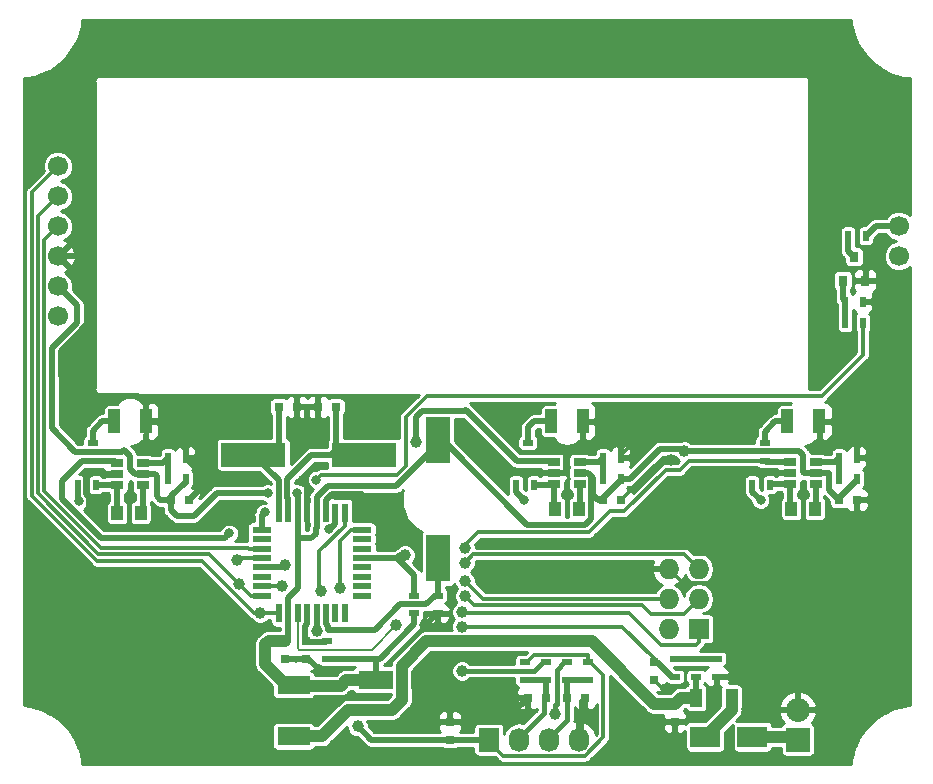
<source format=gtl>
G04 #@! TF.GenerationSoftware,KiCad,Pcbnew,(6.0.0-rc1-dev-199-g6b039bc99)*
G04 #@! TF.CreationDate,2018-12-03T23:01:24+01:00*
G04 #@! TF.ProjectId,Ali-FM,416C692D464D2E6B696361645F706362,rev?*
G04 #@! TF.SameCoordinates,Original*
G04 #@! TF.FileFunction,Copper,L1,Top,Signal*
G04 #@! TF.FilePolarity,Positive*
%FSLAX46Y46*%
G04 Gerber Fmt 4.6, Leading zero omitted, Abs format (unit mm)*
G04 Created by KiCad (PCBNEW (6.0.0-rc1-dev-199-g6b039bc99)) date Mon Dec  3 23:01:24 2018*
%MOMM*%
%LPD*%
G01*
G04 APERTURE LIST*
G04 #@! TA.AperFunction,ComponentPad*
%ADD10C,1.700000*%
G04 #@! TD*
G04 #@! TA.AperFunction,SMDPad,CuDef*
%ADD11R,0.750000X0.800000*%
G04 #@! TD*
G04 #@! TA.AperFunction,ComponentPad*
%ADD12R,1.727200X2.032000*%
G04 #@! TD*
G04 #@! TA.AperFunction,ComponentPad*
%ADD13O,1.727200X2.032000*%
G04 #@! TD*
G04 #@! TA.AperFunction,SMDPad,CuDef*
%ADD14R,1.000000X2.000000*%
G04 #@! TD*
G04 #@! TA.AperFunction,SMDPad,CuDef*
%ADD15R,2.000000X4.000000*%
G04 #@! TD*
G04 #@! TA.AperFunction,SMDPad,CuDef*
%ADD16R,1.000000X1.600000*%
G04 #@! TD*
G04 #@! TA.AperFunction,SMDPad,CuDef*
%ADD17R,0.800000X0.750000*%
G04 #@! TD*
G04 #@! TA.AperFunction,SMDPad,CuDef*
%ADD18R,0.900000X0.500000*%
G04 #@! TD*
G04 #@! TA.AperFunction,SMDPad,CuDef*
%ADD19R,1.000000X1.250000*%
G04 #@! TD*
G04 #@! TA.AperFunction,SMDPad,CuDef*
%ADD20R,3.000000X1.600000*%
G04 #@! TD*
G04 #@! TA.AperFunction,SMDPad,CuDef*
%ADD21R,2.499360X1.800860*%
G04 #@! TD*
G04 #@! TA.AperFunction,SMDPad,CuDef*
%ADD22R,0.550000X1.600000*%
G04 #@! TD*
G04 #@! TA.AperFunction,SMDPad,CuDef*
%ADD23R,1.600000X0.550000*%
G04 #@! TD*
G04 #@! TA.AperFunction,ComponentPad*
%ADD24R,2.032000X2.032000*%
G04 #@! TD*
G04 #@! TA.AperFunction,ComponentPad*
%ADD25O,2.032000X2.032000*%
G04 #@! TD*
G04 #@! TA.AperFunction,ComponentPad*
%ADD26R,1.727200X1.727200*%
G04 #@! TD*
G04 #@! TA.AperFunction,ComponentPad*
%ADD27O,1.727200X1.727200*%
G04 #@! TD*
G04 #@! TA.AperFunction,SMDPad,CuDef*
%ADD28R,0.800000X0.900000*%
G04 #@! TD*
G04 #@! TA.AperFunction,SMDPad,CuDef*
%ADD29R,0.500000X0.900000*%
G04 #@! TD*
G04 #@! TA.AperFunction,SMDPad,CuDef*
%ADD30R,1.060000X0.650000*%
G04 #@! TD*
G04 #@! TA.AperFunction,SMDPad,CuDef*
%ADD31R,2.780000X1.550000*%
G04 #@! TD*
G04 #@! TA.AperFunction,SMDPad,CuDef*
%ADD32R,6.730000X6.740000*%
G04 #@! TD*
G04 #@! TA.AperFunction,SMDPad,CuDef*
%ADD33R,5.499100X1.998980*%
G04 #@! TD*
G04 #@! TA.AperFunction,ViaPad*
%ADD34C,0.800000*%
G04 #@! TD*
G04 #@! TA.AperFunction,ViaPad*
%ADD35C,1.000000*%
G04 #@! TD*
G04 #@! TA.AperFunction,Conductor*
%ADD36C,0.500000*%
G04 #@! TD*
G04 #@! TA.AperFunction,Conductor*
%ADD37C,0.400000*%
G04 #@! TD*
G04 #@! TA.AperFunction,Conductor*
%ADD38C,0.300000*%
G04 #@! TD*
G04 #@! TA.AperFunction,Conductor*
%ADD39C,1.000000*%
G04 #@! TD*
G04 #@! TA.AperFunction,Conductor*
%ADD40C,0.200000*%
G04 #@! TD*
G04 #@! TA.AperFunction,Conductor*
%ADD41C,0.254000*%
G04 #@! TD*
G04 APERTURE END LIST*
D10*
G04 #@! TO.P,U6,1*
G04 #@! TO.N,/D13(SCLK)*
X3400000Y51110000D03*
G04 #@! TO.P,U6,2*
G04 #@! TO.N,/D12(MISO)*
X3400000Y48570000D03*
G04 #@! TO.P,U6,3*
G04 #@! TO.N,/D7*
X3400000Y46030000D03*
G04 #@! TO.P,U6,4*
G04 #@! TO.N,GND*
X3400000Y43490000D03*
G04 #@! TO.P,U6,5*
G04 #@! TO.N,+5V*
X3400000Y40950000D03*
G04 #@! TO.P,U6,6*
G04 #@! TO.N,N/C*
X3400000Y38410000D03*
G04 #@! TO.P,U6,7*
G04 #@! TO.N,Net-(R31-Pad2)*
X74600000Y46030000D03*
G04 #@! TO.P,U6,8*
G04 #@! TO.N,N/C*
X74600000Y43490000D03*
G04 #@! TD*
D11*
G04 #@! TO.P,C14,1*
G04 #@! TO.N,+5V*
X36576000Y2552000D03*
G04 #@! TO.P,C14,2*
G04 #@! TO.N,GND*
X36576000Y4052000D03*
G04 #@! TD*
D12*
G04 #@! TO.P,P3,1*
G04 #@! TO.N,+5V*
X39878000Y2540000D03*
D13*
G04 #@! TO.P,P3,2*
G04 #@! TO.N,Net-(C3-Pad1)*
X42418000Y2540000D03*
G04 #@! TO.P,P3,3*
G04 #@! TO.N,Net-(C4-Pad1)*
X44958000Y2540000D03*
G04 #@! TO.P,P3,4*
G04 #@! TO.N,GND*
X47498000Y2540000D03*
G04 #@! TD*
D14*
G04 #@! TO.P,D2,1*
G04 #@! TO.N,GND*
X67850000Y29504000D03*
G04 #@! TO.P,D2,2*
G04 #@! TO.N,Net-(D2-Pad2)*
X65150000Y29504000D03*
G04 #@! TD*
G04 #@! TO.P,D3,2*
G04 #@! TO.N,Net-(D3-Pad2)*
X45150000Y29500000D03*
G04 #@! TO.P,D3,1*
G04 #@! TO.N,GND*
X47850000Y29500000D03*
G04 #@! TD*
G04 #@! TO.P,D4,1*
G04 #@! TO.N,GND*
X10850000Y29500000D03*
G04 #@! TO.P,D4,2*
G04 #@! TO.N,Net-(D4-Pad2)*
X8150000Y29500000D03*
G04 #@! TD*
D15*
G04 #@! TO.P,Q1,1*
G04 #@! TO.N,+5V*
X35560000Y27892000D03*
G04 #@! TO.P,Q1,2*
G04 #@! TO.N,/A7*
X35560000Y17892000D03*
G04 #@! TD*
D16*
G04 #@! TO.P,F1,2*
G04 #@! TO.N,Net-(C2-Pad1)*
X57428000Y6096000D03*
G04 #@! TO.P,F1,1*
G04 #@! TO.N,Net-(D1-Pad1)*
X60428000Y6096000D03*
G04 #@! TD*
D17*
G04 #@! TO.P,C13,2*
G04 #@! TO.N,GND*
X25412000Y30734000D03*
G04 #@! TO.P,C13,1*
G04 #@! TO.N,Net-(C13-Pad1)*
X26912000Y30734000D03*
G04 #@! TD*
G04 #@! TO.P,C9,2*
G04 #@! TO.N,GND*
X23610000Y30734000D03*
G04 #@! TO.P,C9,1*
G04 #@! TO.N,Net-(C9-Pad1)*
X22110000Y30734000D03*
G04 #@! TD*
D11*
G04 #@! TO.P,C7,2*
G04 #@! TO.N,GND*
X24384000Y9410000D03*
G04 #@! TO.P,C7,1*
G04 #@! TO.N,Net-(C7-Pad1)*
X24384000Y10910000D03*
G04 #@! TD*
G04 #@! TO.P,C5,2*
G04 #@! TO.N,GND*
X22606000Y9410000D03*
G04 #@! TO.P,C5,1*
G04 #@! TO.N,+5V*
X22606000Y10910000D03*
G04 #@! TD*
D17*
G04 #@! TO.P,C4,2*
G04 #@! TO.N,GND*
X47994000Y6096000D03*
G04 #@! TO.P,C4,1*
G04 #@! TO.N,Net-(C4-Pad1)*
X46494000Y6096000D03*
G04 #@! TD*
G04 #@! TO.P,C3,2*
G04 #@! TO.N,GND*
X43192000Y6096000D03*
G04 #@! TO.P,C3,1*
G04 #@! TO.N,Net-(C3-Pad1)*
X44692000Y6096000D03*
G04 #@! TD*
D11*
G04 #@! TO.P,C2,2*
G04 #@! TO.N,GND*
X55626000Y4076000D03*
G04 #@! TO.P,C2,1*
G04 #@! TO.N,Net-(C2-Pad1)*
X55626000Y5576000D03*
G04 #@! TD*
G04 #@! TO.P,C1,2*
G04 #@! TO.N,/A6*
X53848000Y9132000D03*
G04 #@! TO.P,C1,1*
G04 #@! TO.N,GND*
X53848000Y7632000D03*
G04 #@! TD*
D18*
G04 #@! TO.P,R2,2*
G04 #@! TO.N,+5V*
X26162000Y9410000D03*
G04 #@! TO.P,R2,1*
G04 #@! TO.N,Net-(C7-Pad1)*
X26162000Y10910000D03*
G04 #@! TD*
G04 #@! TO.P,R6,1*
G04 #@! TO.N,+5V*
X33528000Y13252000D03*
G04 #@! TO.P,R6,2*
G04 #@! TO.N,/RES*
X33528000Y14752000D03*
G04 #@! TD*
D17*
G04 #@! TO.P,C6,1*
G04 #@! TO.N,GND*
X71044000Y22862000D03*
G04 #@! TO.P,C6,2*
G04 #@! TO.N,+5V*
X69544000Y22862000D03*
G04 #@! TD*
D19*
G04 #@! TO.P,C8,2*
G04 #@! TO.N,Net-(C8-Pad2)*
X67484000Y22100000D03*
G04 #@! TO.P,C8,1*
G04 #@! TO.N,Net-(C8-Pad1)*
X65484000Y22100000D03*
G04 #@! TD*
D20*
G04 #@! TO.P,C10,1*
G04 #@! TO.N,+5V*
X30312000Y7620000D03*
G04 #@! TO.P,C10,2*
G04 #@! TO.N,GND*
X34712000Y7620000D03*
G04 #@! TD*
D17*
G04 #@! TO.P,C11,2*
G04 #@! TO.N,+5V*
X49542000Y22860000D03*
G04 #@! TO.P,C11,1*
G04 #@! TO.N,GND*
X51042000Y22860000D03*
G04 #@! TD*
D19*
G04 #@! TO.P,C12,1*
G04 #@! TO.N,Net-(C12-Pad1)*
X45482000Y22098000D03*
G04 #@! TO.P,C12,2*
G04 #@! TO.N,Net-(C12-Pad2)*
X47482000Y22098000D03*
G04 #@! TD*
D17*
G04 #@! TO.P,C15,1*
G04 #@! TO.N,GND*
X14466000Y22860000D03*
G04 #@! TO.P,C15,2*
G04 #@! TO.N,+5V*
X12966000Y22860000D03*
G04 #@! TD*
D19*
G04 #@! TO.P,C16,2*
G04 #@! TO.N,Net-(C16-Pad2)*
X10411001Y21736999D03*
G04 #@! TO.P,C16,1*
G04 #@! TO.N,Net-(C16-Pad1)*
X8411001Y21736999D03*
G04 #@! TD*
D21*
G04 #@! TO.P,D1,2*
G04 #@! TO.N,Net-(D1-Pad2)*
X62196980Y2794000D03*
G04 #@! TO.P,D1,1*
G04 #@! TO.N,Net-(D1-Pad1)*
X58199020Y2794000D03*
G04 #@! TD*
D22*
G04 #@! TO.P,IC1,1*
G04 #@! TO.N,/D3*
X27692000Y21776000D03*
G04 #@! TO.P,IC1,2*
G04 #@! TO.N,/D4*
X26892000Y21776000D03*
G04 #@! TO.P,IC1,3*
G04 #@! TO.N,GND*
X26092000Y21776000D03*
G04 #@! TO.P,IC1,4*
G04 #@! TO.N,+5V*
X25292000Y21776000D03*
G04 #@! TO.P,IC1,5*
G04 #@! TO.N,GND*
X24492000Y21776000D03*
G04 #@! TO.P,IC1,6*
G04 #@! TO.N,+5V*
X23692000Y21776000D03*
G04 #@! TO.P,IC1,7*
G04 #@! TO.N,Net-(C13-Pad1)*
X22892000Y21776000D03*
G04 #@! TO.P,IC1,8*
G04 #@! TO.N,Net-(C9-Pad1)*
X22092000Y21776000D03*
D23*
G04 #@! TO.P,IC1,9*
G04 #@! TO.N,/D5*
X20642000Y20326000D03*
G04 #@! TO.P,IC1,10*
G04 #@! TO.N,N/C*
X20642000Y19526000D03*
G04 #@! TO.P,IC1,11*
G04 #@! TO.N,/D7*
X20642000Y18726000D03*
G04 #@! TO.P,IC1,12*
G04 #@! TO.N,/D8*
X20642000Y17926000D03*
G04 #@! TO.P,IC1,13*
G04 #@! TO.N,/D9*
X20642000Y17126000D03*
G04 #@! TO.P,IC1,14*
G04 #@! TO.N,N/C*
X20642000Y16326000D03*
G04 #@! TO.P,IC1,15*
G04 #@! TO.N,/D11(MOSI)*
X20642000Y15526000D03*
G04 #@! TO.P,IC1,16*
G04 #@! TO.N,/D12(MISO)*
X20642000Y14726000D03*
D22*
G04 #@! TO.P,IC1,17*
G04 #@! TO.N,/D13(SCLK)*
X22092000Y13276000D03*
G04 #@! TO.P,IC1,18*
G04 #@! TO.N,+5V*
X22892000Y13276000D03*
G04 #@! TO.P,IC1,19*
G04 #@! TO.N,/A6*
X23692000Y13276000D03*
G04 #@! TO.P,IC1,20*
G04 #@! TO.N,Net-(C7-Pad1)*
X24492000Y13276000D03*
G04 #@! TO.P,IC1,21*
G04 #@! TO.N,GND*
X25292000Y13276000D03*
G04 #@! TO.P,IC1,22*
G04 #@! TO.N,/A7*
X26092000Y13276000D03*
G04 #@! TO.P,IC1,23*
G04 #@! TO.N,N/C*
X26892000Y13276000D03*
G04 #@! TO.P,IC1,24*
X27692000Y13276000D03*
D23*
G04 #@! TO.P,IC1,25*
X29142000Y14726000D03*
G04 #@! TO.P,IC1,26*
X29142000Y15526000D03*
G04 #@! TO.P,IC1,27*
X29142000Y16326000D03*
G04 #@! TO.P,IC1,28*
X29142000Y17126000D03*
G04 #@! TO.P,IC1,29*
G04 #@! TO.N,/RES*
X29142000Y17926000D03*
G04 #@! TO.P,IC1,30*
G04 #@! TO.N,N/C*
X29142000Y18726000D03*
G04 #@! TO.P,IC1,31*
X29142000Y19526000D03*
G04 #@! TO.P,IC1,32*
G04 #@! TO.N,/D2*
X29142000Y20326000D03*
G04 #@! TD*
D24*
G04 #@! TO.P,P1,1*
G04 #@! TO.N,Net-(D1-Pad2)*
X66040000Y2540000D03*
D25*
G04 #@! TO.P,P1,2*
G04 #@! TO.N,GND*
X66040000Y5080000D03*
G04 #@! TD*
D26*
G04 #@! TO.P,P2,1*
G04 #@! TO.N,/D12(MISO)*
X57658000Y11938000D03*
D27*
G04 #@! TO.P,P2,2*
G04 #@! TO.N,+5V*
X55118000Y11938000D03*
G04 #@! TO.P,P2,3*
G04 #@! TO.N,/D13(SCLK)*
X57658000Y14478000D03*
G04 #@! TO.P,P2,4*
G04 #@! TO.N,/D11(MOSI)*
X55118000Y14478000D03*
G04 #@! TO.P,P2,5*
G04 #@! TO.N,/RES*
X57658000Y17018000D03*
G04 #@! TO.P,P2,6*
G04 #@! TO.N,GND*
X55118000Y17018000D03*
G04 #@! TD*
D28*
G04 #@! TO.P,Q3,1*
G04 #@! TO.N,Net-(Q3-Pad1)*
X69852000Y41420000D03*
G04 #@! TO.P,Q3,2*
G04 #@! TO.N,GND*
X71752000Y41420000D03*
G04 #@! TO.P,Q3,3*
G04 #@! TO.N,Net-(Q3-Pad3)*
X70802000Y43420000D03*
G04 #@! TD*
D18*
G04 #@! TO.P,R1,2*
G04 #@! TO.N,GND*
X35560000Y13252000D03*
G04 #@! TO.P,R1,1*
G04 #@! TO.N,/A7*
X35560000Y14752000D03*
G04 #@! TD*
D29*
G04 #@! TO.P,R3,1*
G04 #@! TO.N,GND*
X71044000Y26418000D03*
G04 #@! TO.P,R3,2*
G04 #@! TO.N,Net-(R3-Pad2)*
X69544000Y26418000D03*
G04 #@! TD*
D18*
G04 #@! TO.P,R4,1*
G04 #@! TO.N,Net-(D2-Pad2)*
X63246000Y27674000D03*
G04 #@! TO.P,R4,2*
G04 #@! TO.N,/D8*
X63246000Y26174000D03*
G04 #@! TD*
D29*
G04 #@! TO.P,R5,2*
G04 #@! TO.N,+5V*
X71044000Y24640000D03*
G04 #@! TO.P,R5,1*
G04 #@! TO.N,Net-(R3-Pad2)*
X69544000Y24640000D03*
G04 #@! TD*
D18*
G04 #@! TO.P,R10,2*
G04 #@! TO.N,Net-(C2-Pad1)*
X57404000Y7874000D03*
G04 #@! TO.P,R10,1*
G04 #@! TO.N,Net-(R10-Pad1)*
X57404000Y9374000D03*
G04 #@! TD*
G04 #@! TO.P,R11,1*
G04 #@! TO.N,GND*
X59182000Y7886000D03*
G04 #@! TO.P,R11,2*
G04 #@! TO.N,Net-(R10-Pad1)*
X59182000Y9386000D03*
G04 #@! TD*
G04 #@! TO.P,R12,1*
G04 #@! TO.N,/A6*
X55626000Y7886000D03*
G04 #@! TO.P,R12,2*
G04 #@! TO.N,Net-(R10-Pad1)*
X55626000Y9386000D03*
G04 #@! TD*
D29*
G04 #@! TO.P,R13,1*
G04 #@! TO.N,Butt-1*
X62178000Y24132000D03*
G04 #@! TO.P,R13,2*
G04 #@! TO.N,Net-(C8-Pad1)*
X63678000Y24132000D03*
G04 #@! TD*
G04 #@! TO.P,R14,1*
G04 #@! TO.N,GND*
X51054000Y26416000D03*
G04 #@! TO.P,R14,2*
G04 #@! TO.N,Net-(R14-Pad2)*
X49554000Y26416000D03*
G04 #@! TD*
D18*
G04 #@! TO.P,R15,2*
G04 #@! TO.N,/D9*
X43180000Y26174000D03*
G04 #@! TO.P,R15,1*
G04 #@! TO.N,Net-(D3-Pad2)*
X43180000Y27674000D03*
G04 #@! TD*
D29*
G04 #@! TO.P,R16,2*
G04 #@! TO.N,+5V*
X51042000Y24638000D03*
G04 #@! TO.P,R16,1*
G04 #@! TO.N,Net-(R14-Pad2)*
X49542000Y24638000D03*
G04 #@! TD*
G04 #@! TO.P,R17,1*
G04 #@! TO.N,Butt-2*
X42176000Y24130000D03*
G04 #@! TO.P,R17,2*
G04 #@! TO.N,Net-(C12-Pad1)*
X43676000Y24130000D03*
G04 #@! TD*
G04 #@! TO.P,R18,1*
G04 #@! TO.N,GND*
X14212000Y26416000D03*
G04 #@! TO.P,R18,2*
G04 #@! TO.N,Net-(R18-Pad2)*
X12712000Y26416000D03*
G04 #@! TD*
D18*
G04 #@! TO.P,R21,2*
G04 #@! TO.N,/D4*
X6350000Y26174000D03*
G04 #@! TO.P,R21,1*
G04 #@! TO.N,Net-(D4-Pad2)*
X6350000Y27674000D03*
G04 #@! TD*
D29*
G04 #@! TO.P,R22,2*
G04 #@! TO.N,+5V*
X14212000Y24638000D03*
G04 #@! TO.P,R22,1*
G04 #@! TO.N,Net-(R18-Pad2)*
X12712000Y24638000D03*
G04 #@! TD*
G04 #@! TO.P,R23,2*
G04 #@! TO.N,Net-(C16-Pad1)*
X6592000Y24130000D03*
G04 #@! TO.P,R23,1*
G04 #@! TO.N,Butt-3*
X5092000Y24130000D03*
G04 #@! TD*
D18*
G04 #@! TO.P,R25,2*
G04 #@! TO.N,/D2*
X44704000Y9132000D03*
G04 #@! TO.P,R25,1*
G04 #@! TO.N,Net-(C3-Pad1)*
X44704000Y7632000D03*
G04 #@! TD*
G04 #@! TO.P,R26,2*
G04 #@! TO.N,/D3*
X46482000Y9132000D03*
G04 #@! TO.P,R26,1*
G04 #@! TO.N,Net-(C4-Pad1)*
X46482000Y7632000D03*
G04 #@! TD*
G04 #@! TO.P,R27,1*
G04 #@! TO.N,Net-(C3-Pad1)*
X42926000Y7632000D03*
G04 #@! TO.P,R27,2*
G04 #@! TO.N,+5V*
X42926000Y9132000D03*
G04 #@! TD*
G04 #@! TO.P,R28,1*
G04 #@! TO.N,Net-(C4-Pad1)*
X48260000Y7632000D03*
G04 #@! TO.P,R28,2*
G04 #@! TO.N,+5V*
X48260000Y9132000D03*
G04 #@! TD*
D29*
G04 #@! TO.P,R29,1*
G04 #@! TO.N,Net-(Q3-Pad1)*
X70052000Y37848000D03*
G04 #@! TO.P,R29,2*
G04 #@! TO.N,/D5*
X71552000Y37848000D03*
G04 #@! TD*
G04 #@! TO.P,R30,2*
G04 #@! TO.N,GND*
X71552000Y39626000D03*
G04 #@! TO.P,R30,1*
G04 #@! TO.N,Net-(Q3-Pad1)*
X70052000Y39626000D03*
G04 #@! TD*
G04 #@! TO.P,R31,2*
G04 #@! TO.N,Net-(R31-Pad2)*
X71806000Y45214000D03*
G04 #@! TO.P,R31,1*
G04 #@! TO.N,Net-(Q3-Pad3)*
X70306000Y45214000D03*
G04 #@! TD*
D30*
G04 #@! TO.P,U1,5*
G04 #@! TO.N,+5V*
X67584000Y25148000D03*
G04 #@! TO.P,U1,6*
G04 #@! TO.N,Net-(R3-Pad2)*
X67584000Y26098000D03*
G04 #@! TO.P,U1,4*
G04 #@! TO.N,Net-(C8-Pad2)*
X67584000Y24198000D03*
G04 #@! TO.P,U1,3*
G04 #@! TO.N,Net-(C8-Pad1)*
X65384000Y24198000D03*
G04 #@! TO.P,U1,2*
G04 #@! TO.N,GND*
X65384000Y25148000D03*
G04 #@! TO.P,U1,1*
G04 #@! TO.N,/D8*
X65384000Y26098000D03*
G04 #@! TD*
D31*
G04 #@! TO.P,U2,3*
G04 #@! TO.N,+5V*
X23350000Y7183800D03*
D32*
G04 #@! TO.P,U2,4*
G04 #@! TO.N,GND*
X16715000Y5003800D03*
D31*
G04 #@! TO.P,U2,1*
G04 #@! TO.N,Net-(C2-Pad1)*
X23350000Y2823800D03*
G04 #@! TD*
D30*
G04 #@! TO.P,U4,1*
G04 #@! TO.N,/D9*
X45382000Y26096000D03*
G04 #@! TO.P,U4,2*
G04 #@! TO.N,GND*
X45382000Y25146000D03*
G04 #@! TO.P,U4,3*
G04 #@! TO.N,Net-(C12-Pad1)*
X45382000Y24196000D03*
G04 #@! TO.P,U4,4*
G04 #@! TO.N,Net-(C12-Pad2)*
X47582000Y24196000D03*
G04 #@! TO.P,U4,6*
G04 #@! TO.N,Net-(R14-Pad2)*
X47582000Y26096000D03*
G04 #@! TO.P,U4,5*
G04 #@! TO.N,+5V*
X47582000Y25146000D03*
G04 #@! TD*
G04 #@! TO.P,U5,1*
G04 #@! TO.N,/D4*
X8411001Y25986999D03*
G04 #@! TO.P,U5,2*
G04 #@! TO.N,GND*
X8411001Y25036999D03*
G04 #@! TO.P,U5,3*
G04 #@! TO.N,Net-(C16-Pad1)*
X8411001Y24086999D03*
G04 #@! TO.P,U5,4*
G04 #@! TO.N,Net-(C16-Pad2)*
X10611001Y24086999D03*
G04 #@! TO.P,U5,6*
G04 #@! TO.N,Net-(R18-Pad2)*
X10611001Y25986999D03*
G04 #@! TO.P,U5,5*
G04 #@! TO.N,+5V*
X10611001Y25036999D03*
G04 #@! TD*
D33*
G04 #@! TO.P,X1,1*
G04 #@! TO.N,Net-(C9-Pad1)*
X19939000Y26670000D03*
G04 #@! TO.P,X1,2*
G04 #@! TO.N,Net-(C13-Pad1)*
X29337000Y26670000D03*
G04 #@! TD*
D34*
G04 #@! TO.N,GND*
X17932400Y22326600D03*
D35*
X17932400Y24434800D03*
X24180800Y24485600D03*
X24460200Y28016200D03*
X29286200Y22733000D03*
X25654000Y8331200D03*
X25315127Y11736624D03*
X25704800Y5613400D03*
X34518600Y12217400D03*
X35331400Y9398000D03*
X55321200Y28270200D03*
X55321200Y26238200D03*
X55372000Y24155400D03*
X47701200Y4597400D03*
X51358800Y4673600D03*
X54889400Y6832600D03*
X41681400Y5486400D03*
D34*
G04 #@! TO.N,+5V*
X21158200Y23444200D03*
X23639149Y23463515D03*
D35*
X56388000Y26973999D03*
X28778200Y3683000D03*
X27323198Y7131198D03*
G04 #@! TO.N,/RES*
X37846000Y17526000D03*
X32766000Y18156831D03*
G04 #@! TO.N,/D3*
X25654000Y15138400D03*
X45520684Y4756020D03*
D34*
G04 #@! TO.N,/D4*
X17907000Y20015200D03*
X26331321Y20375997D03*
G04 #@! TO.N,/D5*
X20904200Y21793200D03*
X25278448Y24557673D03*
D35*
G04 #@! TO.N,/D8*
X37846000Y18796000D03*
X18542000Y17780000D03*
G04 #@! TO.N,/D9*
X33731200Y27736800D03*
X22591068Y17352021D03*
G04 #@! TO.N,/D11(MOSI)*
X37846000Y16002000D03*
X22352000Y15582010D03*
G04 #@! TO.N,/D12(MISO)*
X37642800Y13335000D03*
X18766522Y15722600D03*
G04 #@! TO.N,/D13(SCLK)*
X37846000Y14732000D03*
X20506000Y13276000D03*
G04 #@! TO.N,/A6*
X32029400Y12217400D03*
X37592000Y12115800D03*
G04 #@! TO.N,/D2*
X27305000Y15417800D03*
X37617400Y8356600D03*
D34*
G04 #@! TO.N,Butt-1*
X62890400Y22834600D03*
G04 #@! TO.N,Butt-2*
X42875200Y22809200D03*
G04 #@! TO.N,Butt-3*
X5142877Y22722718D03*
G04 #@! TD*
D36*
G04 #@! TO.N,GND*
X7381001Y25036999D02*
X7145000Y25273000D01*
X8411001Y25036999D02*
X7381001Y25036999D01*
X6224998Y25273000D02*
X5816600Y24864602D01*
X7145000Y25273000D02*
X6224998Y25273000D01*
X5992878Y23130719D02*
X5992878Y22607522D01*
X5816600Y23306997D02*
X5992878Y23130719D01*
X5816600Y24864602D02*
X5816600Y23306997D01*
X5992878Y22220120D02*
X7664398Y20548600D01*
X5992878Y22607522D02*
X5992878Y22220120D01*
X14212000Y27138000D02*
X14212000Y26416000D01*
X11850000Y29500000D02*
X14212000Y27138000D01*
X10850000Y29500000D02*
X11850000Y29500000D01*
X16154400Y20548600D02*
X17932400Y22326600D01*
X7664398Y20548600D02*
X16154400Y20548600D01*
X16193200Y24434800D02*
X14212000Y26416000D01*
X17932400Y24434800D02*
X16193200Y24434800D01*
X16065800Y24434800D02*
X16193200Y24434800D01*
X14491000Y22860000D02*
X16065800Y24434800D01*
X14466000Y22860000D02*
X14491000Y22860000D01*
X24492000Y21776000D02*
X24492000Y24174400D01*
X24492000Y24174400D02*
X24180800Y24485600D01*
X26092000Y22861002D02*
X26573598Y23342600D01*
X26092000Y21776000D02*
X26092000Y22861002D01*
X26573598Y23342600D02*
X29184600Y23342600D01*
X46412000Y25146000D02*
X46431200Y25165200D01*
X45382000Y25146000D02*
X46412000Y25146000D01*
X46431200Y26610202D02*
X47075198Y27254200D01*
X46431200Y25165200D02*
X46431200Y26610202D01*
X47075198Y27254200D02*
X47523400Y27254200D01*
X47850000Y27580800D02*
X47850000Y29500000D01*
X47523400Y27254200D02*
X47850000Y27580800D01*
X25412000Y30734000D02*
X24511000Y30734000D01*
X24511000Y30734000D02*
X24511000Y28067000D01*
X24511000Y30734000D02*
X23610000Y30734000D01*
X24511000Y28067000D02*
X24460200Y28016200D01*
X29184600Y22834600D02*
X29184600Y23342600D01*
X29286200Y22733000D02*
X29184600Y22834600D01*
X24575200Y9410000D02*
X25654000Y8331200D01*
X24384000Y9410000D02*
X24575200Y9410000D01*
X25315127Y13252873D02*
X25292000Y13276000D01*
X25315127Y11736624D02*
X25315127Y13252873D01*
D37*
X22606000Y9410000D02*
X24384000Y9410000D01*
D36*
X35553200Y13252000D02*
X34518600Y12217400D01*
X35560000Y13252000D02*
X35553200Y13252000D01*
X10850000Y31000000D02*
X10850000Y29500000D01*
X10176200Y31673800D02*
X10850000Y31000000D01*
X5283200Y31673800D02*
X10176200Y31673800D01*
X3657600Y33299400D02*
X5283200Y31673800D01*
X5328800Y43490000D02*
X5892800Y42926000D01*
X3400000Y43490000D02*
X5328800Y43490000D01*
X5892800Y37719000D02*
X3657600Y35483800D01*
X3657600Y35483800D02*
X3657600Y33299400D01*
X5892800Y42926000D02*
X5892800Y37719000D01*
D38*
X52708200Y28270200D02*
X55321200Y28270200D01*
X51054000Y26616000D02*
X52708200Y28270200D01*
X51054000Y26416000D02*
X51054000Y26616000D01*
X51067000Y22860000D02*
X51042000Y22860000D01*
X51742000Y23535000D02*
X51067000Y22860000D01*
X51742000Y23560000D02*
X51742000Y23535000D01*
X54420200Y26238200D02*
X51742000Y23560000D01*
X55321200Y26238200D02*
X54420200Y26238200D01*
X56331601Y15804399D02*
X59035199Y15804399D01*
X55118000Y17018000D02*
X56331601Y15804399D01*
X47701200Y5803200D02*
X47994000Y6096000D01*
X47701200Y4597400D02*
X47701200Y5803200D01*
X54647400Y6832600D02*
X53848000Y7632000D01*
X54889400Y6832600D02*
X54647400Y6832600D01*
D37*
X47701200Y2743200D02*
X47498000Y2540000D01*
X47701200Y4597400D02*
X47701200Y2743200D01*
D36*
X42582400Y5486400D02*
X43192000Y6096000D01*
X41681400Y5486400D02*
X42582400Y5486400D01*
G04 #@! TO.N,+5V*
X68614000Y25148000D02*
X67584000Y25148000D01*
X69544000Y22862000D02*
X69519000Y22862000D01*
X69519000Y22862000D02*
X68656200Y23724800D01*
X68656200Y23724800D02*
X68656200Y25105800D01*
X68656200Y25105800D02*
X68614000Y25148000D01*
X22892000Y14576000D02*
X22892000Y13276000D01*
X23692000Y15376000D02*
X22892000Y14576000D01*
X25292000Y20476000D02*
X25273000Y20457000D01*
X25292000Y21776000D02*
X25292000Y20476000D01*
X25273000Y20457000D02*
X25273000Y19989800D01*
X24866600Y19583400D02*
X23692000Y19583400D01*
X25273000Y19989800D02*
X24866600Y19583400D01*
X23692000Y19583400D02*
X23692000Y15376000D01*
X23692000Y21776000D02*
X23692000Y19583400D01*
X22892000Y11196000D02*
X22606000Y10910000D01*
X22892000Y13276000D02*
X22892000Y11196000D01*
X11641001Y25036999D02*
X10611001Y25036999D01*
X12966000Y22860000D02*
X12066000Y22860000D01*
X12066000Y22860000D02*
X11785600Y23140400D01*
X11785600Y23140400D02*
X11785600Y24892400D01*
X11785600Y24892400D02*
X11641001Y25036999D01*
X71044000Y24511200D02*
X71044000Y24640000D01*
X69544000Y23011200D02*
X71044000Y24511200D01*
X69544000Y22862000D02*
X69544000Y23011200D01*
X14212000Y24397400D02*
X14212000Y24638000D01*
X12966000Y23151400D02*
X14212000Y24397400D01*
X12966000Y22860000D02*
X12966000Y23151400D01*
X48297002Y25146000D02*
X48717200Y24725802D01*
X48717200Y24725802D02*
X48717200Y23266400D01*
X49123600Y22860000D02*
X49542000Y22860000D01*
X48717200Y23266400D02*
X49123600Y22860000D01*
X49542000Y22999000D02*
X49542000Y22860000D01*
X51042000Y24499000D02*
X49542000Y22999000D01*
X51042000Y24638000D02*
X51042000Y24499000D01*
X12966000Y21985000D02*
X12966000Y22860000D01*
X21158200Y23444200D02*
X16865600Y23444200D01*
X16865600Y23444200D02*
X14935200Y21513800D01*
X14935200Y21513800D02*
X13437200Y21513800D01*
X13437200Y21513800D02*
X12966000Y21985000D01*
X23692000Y23410664D02*
X23639149Y23463515D01*
X23692000Y21776000D02*
X23692000Y23410664D01*
X25292000Y23076000D02*
X26258611Y24042611D01*
X35560000Y27584400D02*
X35560000Y27892000D01*
X25292000Y21776000D02*
X25292000Y23076000D01*
X32018211Y24042611D02*
X35560000Y27584400D01*
X26258611Y24042611D02*
X32018211Y24042611D01*
X66554000Y25148000D02*
X67584000Y25148000D01*
X66497200Y25204800D02*
X66554000Y25148000D01*
X66497200Y26644600D02*
X66497200Y25204800D01*
X66167801Y26973999D02*
X66497200Y26644600D01*
X30436000Y9410000D02*
X27112000Y9410000D01*
X27112000Y9410000D02*
X26162000Y9410000D01*
D39*
X22735000Y7183800D02*
X23350000Y7183800D01*
X22606000Y10910000D02*
X21231000Y10910000D01*
X20960000Y10639000D02*
X20960000Y8958800D01*
X21231000Y10910000D02*
X20960000Y10639000D01*
X20960000Y8958800D02*
X22735000Y7183800D01*
D36*
X30312000Y9286000D02*
X30436000Y9410000D01*
X30312000Y7620000D02*
X30312000Y9286000D01*
X47582000Y25146000D02*
X48297002Y25146000D01*
X56388000Y26973999D02*
X66167801Y26973999D01*
X33528000Y12309996D02*
X30628004Y9410000D01*
X30628004Y9410000D02*
X30436000Y9410000D01*
X33528000Y13252000D02*
X33528000Y12309996D01*
D39*
X27812000Y7620000D02*
X30312000Y7620000D01*
X27323198Y7131198D02*
X27812000Y7620000D01*
X23402602Y7131198D02*
X27323198Y7131198D01*
X23350000Y7183800D02*
X23402602Y7131198D01*
D36*
X9895999Y25036999D02*
X9474200Y25458798D01*
X2870200Y28905200D02*
X2870200Y35686364D01*
X8834202Y26924000D02*
X4851400Y26924000D01*
X4851400Y26924000D02*
X2870200Y28905200D01*
X2870200Y35686364D02*
X4978400Y37794564D01*
X4978400Y37794564D02*
X4978400Y39371600D01*
X8986602Y27076400D02*
X8834202Y26924000D01*
X10611001Y25036999D02*
X9895999Y25036999D01*
X4978400Y39371600D02*
X3400000Y40950000D01*
X9474200Y25458798D02*
X9474200Y26588802D01*
X9474200Y26588802D02*
X8986602Y27076400D01*
X51792000Y24638000D02*
X54342201Y27188201D01*
X51042000Y24638000D02*
X51792000Y24638000D01*
X54342201Y27188201D02*
X56173798Y27188201D01*
X56173798Y27188201D02*
X56388000Y26973999D01*
X48562001Y24881001D02*
X48562001Y21242999D01*
X35989000Y27892000D02*
X35560000Y27892000D01*
X43138789Y20742211D02*
X35989000Y27892000D01*
X48562001Y21242999D02*
X48061213Y20742211D01*
X48061213Y20742211D02*
X43138789Y20742211D01*
X48297002Y25146000D02*
X48562001Y24881001D01*
D38*
X43126000Y9132000D02*
X42926000Y9132000D01*
X48209999Y9732001D02*
X43726001Y9732001D01*
X48260000Y9682000D02*
X48209999Y9732001D01*
X43726001Y9732001D02*
X43126000Y9132000D01*
X48260000Y9132000D02*
X48260000Y9682000D01*
X48460000Y9132000D02*
X49580800Y8011200D01*
X48260000Y9132000D02*
X48460000Y9132000D01*
X39878000Y2387600D02*
X39878000Y2540000D01*
X41091610Y1173990D02*
X39878000Y2387600D01*
X48000693Y1173990D02*
X41091610Y1173990D01*
X49580800Y2754097D02*
X48000693Y1173990D01*
X49580800Y8011200D02*
X49580800Y2754097D01*
D36*
X36588000Y2540000D02*
X36576000Y2552000D01*
X39878000Y2540000D02*
X36588000Y2540000D01*
X29909200Y2552000D02*
X28778200Y3683000D01*
X36576000Y2552000D02*
X29909200Y2552000D01*
G04 #@! TO.N,Net-(C8-Pad2)*
X67584000Y22200000D02*
X67484000Y22100000D01*
X67584000Y24198000D02*
X67584000Y22200000D01*
G04 #@! TO.N,Net-(C8-Pad1)*
X63744000Y24198000D02*
X63678000Y24132000D01*
X65384000Y24198000D02*
X63744000Y24198000D01*
X65384000Y22200000D02*
X65484000Y22100000D01*
X65384000Y24198000D02*
X65384000Y22200000D01*
G04 #@! TO.N,Net-(C12-Pad1)*
X45382000Y22198000D02*
X45482000Y22098000D01*
X45382000Y24196000D02*
X45382000Y22198000D01*
X45316000Y24130000D02*
X45382000Y24196000D01*
X43676000Y24130000D02*
X45316000Y24130000D01*
G04 #@! TO.N,Net-(C12-Pad2)*
X47582000Y22198000D02*
X47482000Y22098000D01*
X47582000Y24196000D02*
X47582000Y22198000D01*
G04 #@! TO.N,Net-(C16-Pad2)*
X10611001Y21936999D02*
X10411001Y21736999D01*
X10611001Y24086999D02*
X10611001Y21936999D01*
G04 #@! TO.N,Net-(C16-Pad1)*
X8411001Y24086999D02*
X8411001Y21736999D01*
X6635001Y24086999D02*
X6592000Y24130000D01*
X8411001Y24086999D02*
X6635001Y24086999D01*
G04 #@! TO.N,/RES*
X32112000Y17926000D02*
X30442000Y17926000D01*
X30442000Y17926000D02*
X29142000Y17926000D01*
X33528000Y16510000D02*
X32112000Y17926000D01*
X33528000Y14752000D02*
X33528000Y16510000D01*
D38*
X38551601Y18231601D02*
X37846000Y17526000D01*
X56444399Y18231601D02*
X38551601Y18231601D01*
X57658000Y17018000D02*
X56444399Y18231601D01*
D36*
X32342831Y18156831D02*
X32112000Y17926000D01*
X32766000Y18156831D02*
X32342831Y18156831D01*
D39*
G04 #@! TO.N,Net-(D1-Pad2)*
X65786000Y2794000D02*
X66040000Y2540000D01*
X62196980Y2794000D02*
X65786000Y2794000D01*
G04 #@! TO.N,Net-(D1-Pad1)*
X60428000Y5022980D02*
X58199020Y2794000D01*
X60428000Y6096000D02*
X60428000Y5022980D01*
D36*
G04 #@! TO.N,Net-(D2-Pad2)*
X63246000Y28600000D02*
X63246000Y27674000D01*
X64150000Y29504000D02*
X63246000Y28600000D01*
X65150000Y29504000D02*
X64150000Y29504000D01*
G04 #@! TO.N,Net-(D3-Pad2)*
X43180000Y27674000D02*
X43180000Y28981400D01*
X43698600Y29500000D02*
X45150000Y29500000D01*
X43180000Y28981400D02*
X43698600Y29500000D01*
D38*
G04 #@! TO.N,/D3*
X27692000Y20676000D02*
X25527000Y18511000D01*
X27692000Y21776000D02*
X27692000Y20676000D01*
X25527000Y15265400D02*
X25654000Y15138400D01*
X25527000Y18511000D02*
X25527000Y15265400D01*
D37*
X46482000Y9132000D02*
X46282000Y9132000D01*
X45632000Y8482000D02*
X45632000Y5574442D01*
X45520684Y5463126D02*
X45520684Y4756020D01*
X45632000Y5574442D02*
X45520684Y5463126D01*
X46282000Y9132000D02*
X45632000Y8482000D01*
D36*
G04 #@! TO.N,/D4*
X8224000Y26174000D02*
X8411001Y25986999D01*
X6350000Y26174000D02*
X8224000Y26174000D01*
X3708400Y24482400D02*
X5400000Y26174000D01*
X7031585Y19615201D02*
X3708400Y22938386D01*
X5400000Y26174000D02*
X6350000Y26174000D01*
X3708400Y22938386D02*
X3708400Y24482400D01*
X17507001Y19615201D02*
X7031585Y19615201D01*
X17907000Y20015200D02*
X17507001Y19615201D01*
X26427334Y20375997D02*
X26331321Y20375997D01*
X26892000Y21776000D02*
X26892000Y20840663D01*
X26892000Y20840663D02*
X26427334Y20375997D01*
G04 #@! TO.N,/D5*
X20642000Y21531000D02*
X20904200Y21793200D01*
X20642000Y20326000D02*
X20642000Y21531000D01*
D38*
X25678447Y24957672D02*
X25278448Y24557673D01*
X32842200Y25715142D02*
X32084730Y24957672D01*
X32842200Y29832745D02*
X32842200Y25715142D01*
X71552000Y37848000D02*
X71552000Y35103000D01*
X71552000Y35103000D02*
X68097400Y31648400D01*
X68097400Y31648400D02*
X34657855Y31648400D01*
X32084730Y24957672D02*
X25678447Y24957672D01*
X34657855Y31648400D02*
X32842200Y29832745D01*
G04 #@! TO.N,/D7*
X2550001Y45180001D02*
X3400000Y46030000D01*
X19542000Y18726000D02*
X19487978Y18780022D01*
X2199990Y44829990D02*
X2550001Y45180001D01*
X2199990Y23598256D02*
X2199990Y44829990D01*
X19487978Y18780022D02*
X7018224Y18780022D01*
X20642000Y18726000D02*
X19542000Y18726000D01*
X7018224Y18780022D02*
X2199990Y23598256D01*
D36*
G04 #@! TO.N,/D8*
X63322000Y26098000D02*
X63246000Y26174000D01*
X65384000Y26098000D02*
X63322000Y26098000D01*
D38*
X18688000Y17926000D02*
X18542000Y17780000D01*
X20642000Y17926000D02*
X18688000Y17926000D01*
X38989000Y20142200D02*
X37846000Y18999200D01*
X50114200Y21894800D02*
X48361600Y20142200D01*
X51358800Y21894800D02*
X50114200Y21894800D01*
X48361600Y20142200D02*
X38989000Y20142200D01*
X63246000Y26174000D02*
X56846003Y26174000D01*
X37846000Y18999200D02*
X37846000Y18796000D01*
X56846003Y26174000D02*
X56060202Y25388199D01*
X56060202Y25388199D02*
X54852199Y25388199D01*
X54852199Y25388199D02*
X51358800Y21894800D01*
D36*
G04 #@! TO.N,/D9*
X45304000Y26174000D02*
X45382000Y26096000D01*
X43180000Y26174000D02*
X45304000Y26174000D01*
X42230000Y26174000D02*
X37924000Y30480000D01*
X43180000Y26174000D02*
X42230000Y26174000D01*
X33731200Y29873202D02*
X33731200Y27736800D01*
X34199999Y30342001D02*
X33731200Y29873202D01*
X37924000Y30480000D02*
X37786001Y30342001D01*
X37786001Y30342001D02*
X34199999Y30342001D01*
X22365047Y17126000D02*
X22591068Y17352021D01*
X20642000Y17126000D02*
X22365047Y17126000D01*
D38*
G04 #@! TO.N,/D11(MOSI)*
X55118000Y14478000D02*
X53896686Y14478000D01*
X39370000Y14478000D02*
X37846000Y16002000D01*
X53896686Y14478000D02*
X39370000Y14478000D01*
X20642000Y15526000D02*
X22295990Y15526000D01*
X22295990Y15526000D02*
X22352000Y15582010D01*
G04 #@! TO.N,/D12(MISO)*
X20642000Y14726000D02*
X19763122Y14726000D01*
X6811113Y18280011D02*
X1699979Y23391145D01*
X1699979Y23391145D02*
X1699979Y46869979D01*
X1699979Y46869979D02*
X2550001Y47720001D01*
X16209111Y18280011D02*
X6811113Y18280011D01*
X2550001Y47720001D02*
X3400000Y48570000D01*
X57658000Y10774400D02*
X57450000Y10566400D01*
X57658000Y11938000D02*
X57658000Y10774400D01*
X57450000Y10566400D02*
X54483000Y10566400D01*
X54483000Y10566400D02*
X51790600Y13258800D01*
X37719000Y13258800D02*
X37642800Y13335000D01*
X51790600Y13258800D02*
X37719000Y13258800D01*
X19763122Y14726000D02*
X18766522Y15722600D01*
X18766522Y15722600D02*
X16209111Y18280011D01*
G04 #@! TO.N,/D13(SCLK)*
X22092000Y13276000D02*
X20506000Y13276000D01*
X56388000Y13208000D02*
X53594000Y13208000D01*
X57658000Y14478000D02*
X56388000Y13208000D01*
X53594000Y13208000D02*
X52832000Y13970000D01*
X38608000Y13970000D02*
X37846000Y14732000D01*
X52832000Y13970000D02*
X38608000Y13970000D01*
X1199968Y48909968D02*
X2550001Y50260001D01*
X1199968Y23184034D02*
X1199968Y48909968D01*
X20506000Y13276000D02*
X19972600Y13276000D01*
X2550001Y50260001D02*
X3400000Y51110000D01*
X19972600Y13276000D02*
X15570200Y17678400D01*
X15570200Y17678400D02*
X6705602Y17678400D01*
X6705602Y17678400D02*
X1199968Y23184034D01*
D40*
G04 #@! TO.N,/A6*
X23692000Y13276000D02*
X23692000Y10293200D01*
X23692000Y10293200D02*
X23825200Y10160000D01*
X29972000Y10160000D02*
X32029400Y12217400D01*
X23825200Y10160000D02*
X29972000Y10160000D01*
D38*
X51181000Y12115800D02*
X37592000Y12115800D01*
X53848000Y9448800D02*
X51181000Y12115800D01*
X53848000Y9132000D02*
X53848000Y9448800D01*
D36*
X54139400Y9132000D02*
X53848000Y9132000D01*
X55385400Y7886000D02*
X54139400Y9132000D01*
X55626000Y7886000D02*
X55385400Y7886000D01*
G04 #@! TO.N,/A7*
X35560000Y14752000D02*
X35560000Y17892000D01*
X34603400Y13995400D02*
X32401396Y13995400D01*
X35560000Y14752000D02*
X35360000Y14752000D01*
X35360000Y14752000D02*
X34603400Y13995400D01*
X26265128Y12195388D02*
X26092000Y12368516D01*
X30216996Y11811000D02*
X26265128Y11811000D01*
X32401396Y13995400D02*
X30216996Y11811000D01*
X26265128Y11811000D02*
X26265128Y12195388D01*
X26092000Y12368516D02*
X26092000Y13276000D01*
D38*
G04 #@! TO.N,/D2*
X27305000Y19394002D02*
X27305000Y15417800D01*
X28236998Y20326000D02*
X27305000Y19394002D01*
X29142000Y20326000D02*
X28236998Y20326000D01*
D37*
X44504000Y9132000D02*
X43728600Y8356600D01*
X44704000Y9132000D02*
X44504000Y9132000D01*
X43728600Y8356600D02*
X37617400Y8356600D01*
D36*
G04 #@! TO.N,Net-(Q3-Pad1)*
X69852000Y39826000D02*
X70052000Y39626000D01*
X69852000Y41420000D02*
X69852000Y39826000D01*
X70052000Y39626000D02*
X70052000Y37848000D01*
G04 #@! TO.N,Net-(Q3-Pad3)*
X70306000Y43916000D02*
X70802000Y43420000D01*
X70306000Y45214000D02*
X70306000Y43916000D01*
G04 #@! TO.N,Net-(R3-Pad2)*
X69224000Y26098000D02*
X69544000Y26418000D01*
X67584000Y26098000D02*
X69224000Y26098000D01*
X69544000Y24640000D02*
X69544000Y26418000D01*
G04 #@! TO.N,Butt-1*
X62178000Y23547000D02*
X62890400Y22834600D01*
X62178000Y24132000D02*
X62178000Y23547000D01*
G04 #@! TO.N,Net-(R14-Pad2)*
X49234000Y26096000D02*
X49554000Y26416000D01*
X47582000Y26096000D02*
X49234000Y26096000D01*
X49542000Y26404000D02*
X49554000Y26416000D01*
X49542000Y24638000D02*
X49542000Y26404000D01*
G04 #@! TO.N,Butt-2*
X42176000Y23508400D02*
X42875200Y22809200D01*
X42176000Y24130000D02*
X42176000Y23508400D01*
G04 #@! TO.N,Net-(R18-Pad2)*
X12282999Y25986999D02*
X12712000Y26416000D01*
X10611001Y25986999D02*
X12282999Y25986999D01*
X12712000Y26416000D02*
X12712000Y24638000D01*
G04 #@! TO.N,Butt-3*
X5092000Y22773595D02*
X5142877Y22722718D01*
X5092000Y24130000D02*
X5092000Y22773595D01*
G04 #@! TO.N,Net-(R31-Pad2)*
X72622000Y46030000D02*
X71806000Y45214000D01*
X74600000Y46030000D02*
X72622000Y46030000D01*
G04 #@! TO.N,Net-(R10-Pad1)*
X57392000Y9386000D02*
X57404000Y9374000D01*
X55626000Y9386000D02*
X57392000Y9386000D01*
X59170000Y9374000D02*
X59182000Y9386000D01*
X57404000Y9374000D02*
X59170000Y9374000D01*
G04 #@! TO.N,Net-(C2-Pad1)*
X57404000Y6120000D02*
X57428000Y6096000D01*
X57404000Y7874000D02*
X57404000Y6120000D01*
D39*
X56146000Y6096000D02*
X55626000Y5576000D01*
X57428000Y6096000D02*
X56146000Y6096000D01*
X27996200Y5080000D02*
X25740000Y2823800D01*
X31673800Y5080000D02*
X27996200Y5080000D01*
X55626000Y5576000D02*
X53868998Y5576000D01*
X32512000Y8788400D02*
X32512000Y5918200D01*
X48573798Y10871200D02*
X34594800Y10871200D01*
X25740000Y2823800D02*
X23350000Y2823800D01*
X53868998Y5576000D02*
X48573798Y10871200D01*
X32512000Y5918200D02*
X31673800Y5080000D01*
X34594800Y10871200D02*
X32512000Y8788400D01*
D36*
G04 #@! TO.N,Net-(C3-Pad1)*
X42926000Y7632000D02*
X44704000Y7632000D01*
X44704000Y6108000D02*
X44692000Y6096000D01*
X44704000Y7632000D02*
X44704000Y6108000D01*
X44692000Y6096000D02*
X44667000Y6096000D01*
D37*
X44667000Y6096000D02*
X44551600Y5980600D01*
X42418000Y2692400D02*
X42418000Y2540000D01*
X44551600Y4826000D02*
X42418000Y2692400D01*
X44551600Y5980600D02*
X44551600Y4826000D01*
D36*
G04 #@! TO.N,Net-(C4-Pad1)*
X46482000Y6108000D02*
X46494000Y6096000D01*
X46482000Y7632000D02*
X46482000Y6108000D01*
X48260000Y7632000D02*
X46482000Y7632000D01*
D37*
X46494000Y5321000D02*
X46507400Y5307600D01*
X46494000Y6096000D02*
X46494000Y5321000D01*
X44958000Y2692400D02*
X44958000Y2540000D01*
X46507400Y4241800D02*
X44958000Y2692400D01*
X46507400Y5307600D02*
X46507400Y4241800D01*
D36*
G04 #@! TO.N,Net-(C7-Pad1)*
X24348575Y12211939D02*
X24348575Y10945425D01*
X24507377Y10786623D02*
X24384000Y10910000D01*
X24492000Y13276000D02*
X24492000Y12355364D01*
X26038623Y10786623D02*
X24507377Y10786623D01*
X24492000Y12355364D02*
X24348575Y12211939D01*
X26162000Y10910000D02*
X26038623Y10786623D01*
X24348575Y10945425D02*
X24384000Y10910000D01*
G04 #@! TO.N,Net-(C9-Pad1)*
X21259800Y26670000D02*
X19939000Y26670000D01*
X22110000Y27520200D02*
X21259800Y26670000D01*
X22110000Y30734000D02*
X22110000Y27520200D01*
X22089137Y24519863D02*
X19939000Y26670000D01*
X22092000Y21776000D02*
X22089137Y21778863D01*
X22089137Y21778863D02*
X22089137Y24519863D01*
G04 #@! TO.N,Net-(C13-Pad1)*
X26486000Y26670000D02*
X29337000Y26670000D01*
X26912000Y27096000D02*
X26912000Y30734000D01*
X26486000Y26670000D02*
X26912000Y27096000D01*
X24857596Y26670000D02*
X26486000Y26670000D01*
X22892000Y21776000D02*
X22892000Y22952662D01*
X22789148Y24601552D02*
X24857596Y26670000D01*
X22789148Y23055514D02*
X22789148Y24601552D01*
X22892000Y22952662D02*
X22789148Y23055514D01*
G04 #@! TO.N,Net-(D4-Pad2)*
X7150000Y29500000D02*
X8150000Y29500000D01*
X6350000Y28700000D02*
X7150000Y29500000D01*
X6350000Y27674000D02*
X6350000Y28700000D01*
G04 #@! TD*
D41*
G04 #@! TO.N,GND*
G36*
X70552986Y63232819D02*
X70554902Y63221119D01*
X70555274Y63209276D01*
X70565508Y63152395D01*
X70773028Y62288013D01*
X70778067Y62273042D01*
X70781350Y62257594D01*
X70801496Y62203425D01*
X71158804Y61389454D01*
X71166414Y61375611D01*
X71172381Y61360990D01*
X71201801Y61311244D01*
X71697604Y60573410D01*
X71707542Y60561138D01*
X71716007Y60547799D01*
X71753771Y60504050D01*
X72372398Y59865677D01*
X72384352Y59855358D01*
X72395045Y59843730D01*
X72439959Y59807359D01*
X73161855Y59288624D01*
X73175454Y59280582D01*
X73188031Y59271035D01*
X73238676Y59243192D01*
X74041023Y58860492D01*
X74055831Y58854985D01*
X74069901Y58847816D01*
X74124676Y58829382D01*
X74982111Y58594814D01*
X74997658Y58592017D01*
X75012777Y58587452D01*
X75069951Y58579009D01*
X75498000Y58540807D01*
X75498000Y46937950D01*
X75323362Y47112588D01*
X74854011Y47307000D01*
X74345989Y47307000D01*
X73876638Y47112588D01*
X73517412Y46753362D01*
X73498208Y46707000D01*
X72688676Y46707000D01*
X72621999Y46720263D01*
X72555323Y46707000D01*
X72555322Y46707000D01*
X72357848Y46667720D01*
X72133910Y46518090D01*
X72096140Y46461562D01*
X71733943Y46099365D01*
X71556000Y46099365D01*
X71389393Y46066225D01*
X71248150Y45971850D01*
X71153775Y45830607D01*
X71120635Y45664000D01*
X71120635Y45238623D01*
X71115737Y45214000D01*
X71120635Y45189377D01*
X71120635Y44764000D01*
X71153775Y44597393D01*
X71248150Y44456150D01*
X71389393Y44361775D01*
X71556000Y44328635D01*
X72056000Y44328635D01*
X72222607Y44361775D01*
X72363850Y44456150D01*
X72458225Y44597393D01*
X72491365Y44764000D01*
X72491365Y44941943D01*
X72902422Y45353000D01*
X73498208Y45353000D01*
X73517412Y45306638D01*
X73876638Y44947412D01*
X74329090Y44760000D01*
X73876638Y44572588D01*
X73517412Y44213362D01*
X73323000Y43744011D01*
X73323000Y43235989D01*
X73517412Y42766638D01*
X73876638Y42407412D01*
X74345989Y42213000D01*
X74854011Y42213000D01*
X75323362Y42407412D01*
X75498000Y42582050D01*
X75498001Y5466488D01*
X75232820Y5447014D01*
X75221120Y5445098D01*
X75209276Y5444726D01*
X75152396Y5434492D01*
X74288013Y5226972D01*
X74273042Y5221934D01*
X74257594Y5218650D01*
X74203425Y5198504D01*
X73389454Y4841195D01*
X73375616Y4833588D01*
X73360990Y4827619D01*
X73311257Y4798207D01*
X73311243Y4798199D01*
X73311238Y4798195D01*
X72573410Y4302396D01*
X72561138Y4292458D01*
X72547799Y4283993D01*
X72504050Y4246229D01*
X71865677Y3627602D01*
X71855358Y3615648D01*
X71843730Y3604955D01*
X71807359Y3560041D01*
X71288624Y2838145D01*
X71280582Y2824546D01*
X71271035Y2811969D01*
X71243192Y2761323D01*
X70860492Y1958977D01*
X70854985Y1944169D01*
X70847816Y1930099D01*
X70829382Y1875324D01*
X70594814Y1017888D01*
X70592017Y1002342D01*
X70587452Y987223D01*
X70579009Y930049D01*
X70540807Y502000D01*
X5466487Y502000D01*
X5447014Y767180D01*
X5445098Y778880D01*
X5444726Y790724D01*
X5434492Y847604D01*
X5226972Y1711987D01*
X5221932Y1726963D01*
X5218650Y1742406D01*
X5198504Y1796575D01*
X4841195Y2610546D01*
X4833588Y2624384D01*
X4827619Y2639010D01*
X4798207Y2688743D01*
X4798199Y2688757D01*
X4798195Y2688762D01*
X4302396Y3426590D01*
X4292458Y3438862D01*
X4283993Y3452201D01*
X4246229Y3495950D01*
X3627602Y4134323D01*
X3615648Y4144642D01*
X3604955Y4156270D01*
X3560041Y4192641D01*
X2838145Y4711376D01*
X2824546Y4719418D01*
X2811969Y4728965D01*
X2761323Y4756808D01*
X1958977Y5139508D01*
X1944169Y5145015D01*
X1930099Y5152184D01*
X1875324Y5170618D01*
X1017888Y5405186D01*
X1002342Y5407983D01*
X987223Y5412548D01*
X930049Y5420991D01*
X502000Y5459193D01*
X502000Y48909968D01*
X611664Y48909968D01*
X622969Y48853135D01*
X622968Y23240862D01*
X611664Y23184034D01*
X622968Y23127206D01*
X656446Y22958901D01*
X783974Y22768040D01*
X832156Y22735846D01*
X6257416Y17310585D01*
X6289608Y17262406D01*
X6480468Y17134878D01*
X6648773Y17101400D01*
X6705601Y17090096D01*
X6762429Y17101400D01*
X15331200Y17101400D01*
X19524414Y12908185D01*
X19556606Y12860006D01*
X19649278Y12798085D01*
X19720586Y12750438D01*
X19980897Y12490127D01*
X20321608Y12349000D01*
X20690392Y12349000D01*
X21031103Y12490127D01*
X21239976Y12699000D01*
X21381635Y12699000D01*
X21381635Y12476000D01*
X21414775Y12309393D01*
X21509150Y12168150D01*
X21650393Y12073775D01*
X21817000Y12040635D01*
X22215001Y12040635D01*
X22215001Y11837000D01*
X21322300Y11837000D01*
X21231000Y11855161D01*
X21139700Y11837000D01*
X21139698Y11837000D01*
X20869303Y11783215D01*
X20562670Y11578330D01*
X20510949Y11500924D01*
X20369076Y11359051D01*
X20291670Y11307330D01*
X20086785Y11000696D01*
X20033000Y10730302D01*
X20014839Y10639000D01*
X20033000Y10547699D01*
X20033001Y9050105D01*
X20014839Y8958800D01*
X20086786Y8597103D01*
X20156202Y8493215D01*
X20291671Y8290470D01*
X20369073Y8238752D01*
X21524635Y7083189D01*
X21524635Y6408800D01*
X21557775Y6242193D01*
X21652150Y6100950D01*
X21793393Y6006575D01*
X21960000Y5973435D01*
X24740000Y5973435D01*
X24906607Y6006575D01*
X25047850Y6100950D01*
X25116838Y6204198D01*
X27231898Y6204198D01*
X27323198Y6186037D01*
X27414498Y6204198D01*
X27507590Y6204198D01*
X27593594Y6239822D01*
X27684895Y6257983D01*
X27762296Y6309701D01*
X27848301Y6345325D01*
X27914126Y6411150D01*
X27991528Y6462868D01*
X28043247Y6540271D01*
X28109071Y6606095D01*
X28109072Y6606097D01*
X28195975Y6693000D01*
X28401897Y6693000D01*
X28409775Y6653393D01*
X28504150Y6512150D01*
X28645393Y6417775D01*
X28812000Y6384635D01*
X31585001Y6384635D01*
X31585001Y6302176D01*
X31289825Y6007000D01*
X28087501Y6007000D01*
X27996200Y6025161D01*
X27904899Y6007000D01*
X27904898Y6007000D01*
X27634503Y5953215D01*
X27327870Y5748330D01*
X27276151Y5670927D01*
X25356025Y3750800D01*
X25145130Y3750800D01*
X25142225Y3765407D01*
X25047850Y3906650D01*
X24906607Y4001025D01*
X24740000Y4034165D01*
X21960000Y4034165D01*
X21793393Y4001025D01*
X21652150Y3906650D01*
X21557775Y3765407D01*
X21524635Y3598800D01*
X21524635Y2048800D01*
X21557775Y1882193D01*
X21652150Y1740950D01*
X21793393Y1646575D01*
X21960000Y1613435D01*
X24740000Y1613435D01*
X24906607Y1646575D01*
X25047850Y1740950D01*
X25142225Y1882193D01*
X25145130Y1896800D01*
X25648700Y1896800D01*
X25740000Y1878639D01*
X25831300Y1896800D01*
X25831302Y1896800D01*
X26101697Y1950585D01*
X26408330Y2155470D01*
X26460051Y2232875D01*
X27851200Y3624024D01*
X27851200Y3498608D01*
X27992327Y3157897D01*
X28253097Y2897127D01*
X28593808Y2756000D01*
X28747778Y2756000D01*
X29383339Y2120438D01*
X29421110Y2063910D01*
X29477637Y2026140D01*
X29645047Y1914280D01*
X29909200Y1861737D01*
X29975878Y1875000D01*
X35872537Y1875000D01*
X35893150Y1844150D01*
X36034393Y1749775D01*
X36201000Y1716635D01*
X36951000Y1716635D01*
X37117607Y1749775D01*
X37258850Y1844150D01*
X37271445Y1863000D01*
X38579035Y1863000D01*
X38579035Y1524000D01*
X38612175Y1357393D01*
X38706550Y1216150D01*
X38847793Y1121775D01*
X39014400Y1088635D01*
X40360964Y1088635D01*
X40643424Y806175D01*
X40675616Y757996D01*
X40760142Y701518D01*
X40866475Y630468D01*
X41091610Y585686D01*
X41148439Y596990D01*
X47943865Y596990D01*
X48000693Y585686D01*
X48057521Y596990D01*
X48057522Y596990D01*
X48225827Y630468D01*
X48416687Y757996D01*
X48448881Y806178D01*
X49948615Y2305911D01*
X49996794Y2338103D01*
X50090437Y2478250D01*
X50124322Y2528962D01*
X50169104Y2754097D01*
X50157800Y2810926D01*
X50157800Y3790250D01*
X54616000Y3790250D01*
X54616000Y3549691D01*
X54712673Y3316302D01*
X54891301Y3137673D01*
X55124690Y3041000D01*
X55340250Y3041000D01*
X55499000Y3199750D01*
X55499000Y3949000D01*
X55753000Y3949000D01*
X55753000Y3199750D01*
X55911750Y3041000D01*
X56127310Y3041000D01*
X56360699Y3137673D01*
X56513975Y3290950D01*
X56513975Y1893570D01*
X56547115Y1726963D01*
X56641490Y1585720D01*
X56782733Y1491345D01*
X56949340Y1458205D01*
X59448700Y1458205D01*
X59615307Y1491345D01*
X59756550Y1585720D01*
X59850925Y1726963D01*
X59884065Y1893570D01*
X59884065Y3168070D01*
X60537140Y3821144D01*
X60511935Y3694430D01*
X60511935Y1893570D01*
X60545075Y1726963D01*
X60639450Y1585720D01*
X60780693Y1491345D01*
X60947300Y1458205D01*
X63446660Y1458205D01*
X63613267Y1491345D01*
X63754510Y1585720D01*
X63848885Y1726963D01*
X63876740Y1867000D01*
X64588635Y1867000D01*
X64588635Y1524000D01*
X64621775Y1357393D01*
X64716150Y1216150D01*
X64857393Y1121775D01*
X65024000Y1088635D01*
X67056000Y1088635D01*
X67222607Y1121775D01*
X67363850Y1216150D01*
X67458225Y1357393D01*
X67491365Y1524000D01*
X67491365Y3556000D01*
X67458225Y3722607D01*
X67363850Y3863850D01*
X67222607Y3958225D01*
X67210377Y3960658D01*
X67446385Y4215182D01*
X67645975Y4697056D01*
X67526836Y4953000D01*
X66167000Y4953000D01*
X66167000Y4933000D01*
X65913000Y4933000D01*
X65913000Y4953000D01*
X64553164Y4953000D01*
X64434025Y4697056D01*
X64633615Y4215182D01*
X64869623Y3960658D01*
X64857393Y3958225D01*
X64716150Y3863850D01*
X64621775Y3722607D01*
X64621455Y3721000D01*
X63876740Y3721000D01*
X63848885Y3861037D01*
X63754510Y4002280D01*
X63613267Y4096655D01*
X63446660Y4129795D01*
X60947300Y4129795D01*
X60820586Y4104590D01*
X61018927Y4302931D01*
X61096330Y4354650D01*
X61301215Y4661283D01*
X61355000Y4931678D01*
X61355000Y4931679D01*
X61373161Y5022980D01*
X61355000Y5114281D01*
X61355000Y5253946D01*
X61363365Y5296000D01*
X61363365Y5462944D01*
X64434025Y5462944D01*
X64553164Y5207000D01*
X65913000Y5207000D01*
X65913000Y6567367D01*
X66167000Y6567367D01*
X66167000Y5207000D01*
X67526836Y5207000D01*
X67645975Y5462944D01*
X67446385Y5944818D01*
X67008379Y6417188D01*
X66422946Y6685983D01*
X66167000Y6567367D01*
X65913000Y6567367D01*
X65657054Y6685983D01*
X65071621Y6417188D01*
X64633615Y5944818D01*
X64434025Y5462944D01*
X61363365Y5462944D01*
X61363365Y6896000D01*
X61330225Y7062607D01*
X61235850Y7203850D01*
X61094607Y7298225D01*
X60928000Y7331365D01*
X60193135Y7331365D01*
X60267000Y7509691D01*
X60267000Y7602250D01*
X60108250Y7761000D01*
X59309000Y7761000D01*
X59309000Y7159750D01*
X59467750Y7001000D01*
X59513521Y7001000D01*
X59492635Y6896000D01*
X59492635Y5398591D01*
X58223840Y4129795D01*
X56949340Y4129795D01*
X56782733Y4096655D01*
X56641490Y4002280D01*
X56554364Y3871886D01*
X56477250Y3949000D01*
X55753000Y3949000D01*
X55499000Y3949000D01*
X54774750Y3949000D01*
X54616000Y3790250D01*
X50157800Y3790250D01*
X50157800Y7954371D01*
X50161425Y7972597D01*
X53148949Y4985073D01*
X53200668Y4907670D01*
X53507301Y4702785D01*
X53777696Y4649000D01*
X53777697Y4649000D01*
X53868998Y4630839D01*
X53960299Y4649000D01*
X54635340Y4649000D01*
X54616000Y4602309D01*
X54616000Y4361750D01*
X54774750Y4203000D01*
X55499000Y4203000D01*
X55499000Y4223000D01*
X55753000Y4223000D01*
X55753000Y4203000D01*
X56477250Y4203000D01*
X56636000Y4361750D01*
X56636000Y4602309D01*
X56539327Y4835698D01*
X56388168Y4986858D01*
X56403225Y5009393D01*
X56411383Y5050408D01*
X56519901Y5158926D01*
X56525775Y5129393D01*
X56620150Y4988150D01*
X56761393Y4893775D01*
X56928000Y4860635D01*
X57928000Y4860635D01*
X58094607Y4893775D01*
X58235850Y4988150D01*
X58330225Y5129393D01*
X58363365Y5296000D01*
X58363365Y6046752D01*
X58373161Y6096000D01*
X58363365Y6145248D01*
X58363365Y6896000D01*
X58330225Y7062607D01*
X58235850Y7203850D01*
X58114815Y7284722D01*
X58161850Y7316150D01*
X58171306Y7330301D01*
X58193673Y7276302D01*
X58372301Y7097673D01*
X58605690Y7001000D01*
X58896250Y7001000D01*
X59055000Y7159750D01*
X59055000Y7761000D01*
X59035000Y7761000D01*
X59035000Y8011000D01*
X59055000Y8011000D01*
X59055000Y8033000D01*
X59309000Y8033000D01*
X59309000Y8011000D01*
X60108250Y8011000D01*
X60267000Y8169750D01*
X60267000Y8262309D01*
X60170327Y8495698D01*
X59991699Y8674327D01*
X59817577Y8746451D01*
X59939850Y8828150D01*
X60034225Y8969393D01*
X60067365Y9136000D01*
X60067365Y9636000D01*
X60034225Y9802607D01*
X59939850Y9943850D01*
X59798607Y10038225D01*
X59632000Y10071365D01*
X59206624Y10071365D01*
X59182000Y10076263D01*
X59157376Y10071365D01*
X58732000Y10071365D01*
X58629618Y10051000D01*
X57896054Y10051000D01*
X57854000Y10059365D01*
X57729741Y10059365D01*
X57865994Y10150406D01*
X57898188Y10198588D01*
X58025812Y10326212D01*
X58073994Y10358406D01*
X58201522Y10549266D01*
X58219378Y10639035D01*
X58521600Y10639035D01*
X58688207Y10672175D01*
X58829450Y10766550D01*
X58923825Y10907793D01*
X58956965Y11074400D01*
X58956965Y12801600D01*
X58923825Y12968207D01*
X58829450Y13109450D01*
X58688207Y13203825D01*
X58521600Y13236965D01*
X58034290Y13236965D01*
X58161567Y13262282D01*
X58588470Y13547530D01*
X58873718Y13974433D01*
X58973884Y14478000D01*
X58873718Y14981567D01*
X58588470Y15408470D01*
X58161567Y15693718D01*
X57888674Y15748000D01*
X58161567Y15802282D01*
X58588470Y16087530D01*
X58873718Y16514433D01*
X58973884Y17018000D01*
X58873718Y17521567D01*
X58588470Y17948470D01*
X58161567Y18233718D01*
X57785111Y18308600D01*
X57530889Y18308600D01*
X57241053Y18250948D01*
X56892587Y18599413D01*
X56860393Y18647595D01*
X56669533Y18775123D01*
X56501228Y18808601D01*
X56501227Y18808601D01*
X56444399Y18819905D01*
X56387571Y18808601D01*
X38773000Y18808601D01*
X38773000Y18980392D01*
X38734980Y19072180D01*
X39228001Y19565200D01*
X48304772Y19565200D01*
X48361600Y19553896D01*
X48418428Y19565200D01*
X48418429Y19565200D01*
X48586734Y19598678D01*
X48777594Y19726206D01*
X48809788Y19774388D01*
X50353202Y21317800D01*
X51301972Y21317800D01*
X51358800Y21306496D01*
X51415628Y21317800D01*
X51415629Y21317800D01*
X51583934Y21351278D01*
X51774794Y21478806D01*
X51806988Y21526988D01*
X55091200Y24811199D01*
X56003374Y24811199D01*
X56060202Y24799895D01*
X56117030Y24811199D01*
X56117031Y24811199D01*
X56285336Y24844677D01*
X56476196Y24972205D01*
X56508390Y25020387D01*
X57085004Y25597000D01*
X62516810Y25597000D01*
X62629393Y25521775D01*
X62796000Y25488635D01*
X63015412Y25488635D01*
X63057848Y25460280D01*
X63255322Y25421000D01*
X63255323Y25421000D01*
X63321999Y25407737D01*
X63388676Y25421000D01*
X64231750Y25421000D01*
X64377750Y25275000D01*
X65257000Y25275000D01*
X65257000Y25295000D01*
X65511000Y25295000D01*
X65511000Y25275000D01*
X65531000Y25275000D01*
X65531000Y25021000D01*
X65511000Y25021000D01*
X65511000Y25001000D01*
X65257000Y25001000D01*
X65257000Y25021000D01*
X64377750Y25021000D01*
X64240156Y24883406D01*
X64235850Y24889850D01*
X64094607Y24984225D01*
X63928000Y25017365D01*
X63428000Y25017365D01*
X63261393Y24984225D01*
X63120150Y24889850D01*
X63025775Y24748607D01*
X62992635Y24582000D01*
X62992635Y24156623D01*
X62987737Y24132000D01*
X62992635Y24107377D01*
X62992635Y23689786D01*
X62863365Y23819056D01*
X62863365Y24582000D01*
X62830225Y24748607D01*
X62735850Y24889850D01*
X62594607Y24984225D01*
X62428000Y25017365D01*
X61928000Y25017365D01*
X61761393Y24984225D01*
X61620150Y24889850D01*
X61525775Y24748607D01*
X61492635Y24582000D01*
X61492635Y23682000D01*
X61501000Y23639946D01*
X61501000Y23613676D01*
X61487737Y23547000D01*
X61501000Y23480324D01*
X61501000Y23480322D01*
X61540280Y23282848D01*
X61689911Y23058910D01*
X61746441Y23021138D01*
X62063400Y22704178D01*
X62063400Y22670099D01*
X62189303Y22366142D01*
X62421942Y22133503D01*
X62725899Y22007600D01*
X63054901Y22007600D01*
X63358858Y22133503D01*
X63591497Y22366142D01*
X63717400Y22670099D01*
X63717400Y22999101D01*
X63614868Y23246635D01*
X63928000Y23246635D01*
X64094607Y23279775D01*
X64235850Y23374150D01*
X64330225Y23515393D01*
X64331340Y23521000D01*
X64612226Y23521000D01*
X64687393Y23470775D01*
X64707000Y23466875D01*
X64707001Y23053464D01*
X64676150Y23032850D01*
X64581775Y22891607D01*
X64548635Y22725000D01*
X64548635Y21475000D01*
X64581775Y21308393D01*
X64676150Y21167150D01*
X64817393Y21072775D01*
X64984000Y21039635D01*
X65984000Y21039635D01*
X66150607Y21072775D01*
X66291850Y21167150D01*
X66386225Y21308393D01*
X66419365Y21475000D01*
X66419365Y22725000D01*
X66386225Y22891607D01*
X66291850Y23032850D01*
X66150607Y23127225D01*
X66061000Y23145049D01*
X66061000Y23466875D01*
X66080607Y23470775D01*
X66221850Y23565150D01*
X66316225Y23706393D01*
X66349365Y23873000D01*
X66349365Y24360340D01*
X66452327Y24463301D01*
X66457937Y24476845D01*
X66487322Y24471000D01*
X66487323Y24471000D01*
X66553999Y24457737D01*
X66618635Y24470594D01*
X66618635Y23873000D01*
X66651775Y23706393D01*
X66746150Y23565150D01*
X66887393Y23470775D01*
X66907000Y23466875D01*
X66907001Y23145049D01*
X66817393Y23127225D01*
X66676150Y23032850D01*
X66581775Y22891607D01*
X66548635Y22725000D01*
X66548635Y21475000D01*
X66581775Y21308393D01*
X66676150Y21167150D01*
X66817393Y21072775D01*
X66984000Y21039635D01*
X67984000Y21039635D01*
X68150607Y21072775D01*
X68291850Y21167150D01*
X68386225Y21308393D01*
X68419365Y21475000D01*
X68419365Y22725000D01*
X68386225Y22891607D01*
X68291850Y23032850D01*
X68261000Y23053463D01*
X68261000Y23162579D01*
X68708635Y22714943D01*
X68708635Y22487000D01*
X68741775Y22320393D01*
X68836150Y22179150D01*
X68977393Y22084775D01*
X69144000Y22051635D01*
X69944000Y22051635D01*
X70110607Y22084775D01*
X70133142Y22099832D01*
X70284302Y21948673D01*
X70517691Y21852000D01*
X70758250Y21852000D01*
X70917000Y22010750D01*
X70917000Y22735000D01*
X71171000Y22735000D01*
X71171000Y22010750D01*
X71329750Y21852000D01*
X71570309Y21852000D01*
X71803698Y21948673D01*
X71982327Y22127301D01*
X72079000Y22360690D01*
X72079000Y22576250D01*
X71920250Y22735000D01*
X71171000Y22735000D01*
X70917000Y22735000D01*
X70897000Y22735000D01*
X70897000Y22989000D01*
X70917000Y22989000D01*
X70917000Y23009000D01*
X71171000Y23009000D01*
X71171000Y22989000D01*
X71920250Y22989000D01*
X72079000Y23147750D01*
X72079000Y23363310D01*
X71982327Y23596699D01*
X71803698Y23775327D01*
X71580402Y23867819D01*
X71601850Y23882150D01*
X71696225Y24023393D01*
X71729365Y24190000D01*
X71729365Y24486576D01*
X71734263Y24511199D01*
X71729365Y24535823D01*
X71729365Y25090000D01*
X71696225Y25256607D01*
X71601850Y25397850D01*
X71592291Y25404237D01*
X71653698Y25429673D01*
X71832327Y25608301D01*
X71929000Y25841690D01*
X71929000Y26132250D01*
X71770250Y26291000D01*
X71169000Y26291000D01*
X71169000Y26271000D01*
X70919000Y26271000D01*
X70919000Y26291000D01*
X70897000Y26291000D01*
X70897000Y26545000D01*
X70919000Y26545000D01*
X70919000Y27344250D01*
X71169000Y27344250D01*
X71169000Y26545000D01*
X71770250Y26545000D01*
X71929000Y26703750D01*
X71929000Y26994310D01*
X71832327Y27227699D01*
X71653698Y27406327D01*
X71420309Y27503000D01*
X71327750Y27503000D01*
X71169000Y27344250D01*
X70919000Y27344250D01*
X70760250Y27503000D01*
X70667691Y27503000D01*
X70434302Y27406327D01*
X70255673Y27227699D01*
X70183549Y27053577D01*
X70101850Y27175850D01*
X69960607Y27270225D01*
X69794000Y27303365D01*
X69294000Y27303365D01*
X69127393Y27270225D01*
X68986150Y27175850D01*
X68891775Y27034607D01*
X68858635Y26868000D01*
X68858635Y26775000D01*
X68355774Y26775000D01*
X68280607Y26825225D01*
X68114000Y26858365D01*
X67144943Y26858365D01*
X67134920Y26908753D01*
X67023060Y27076162D01*
X66985289Y27132690D01*
X66928761Y27170460D01*
X66693665Y27405557D01*
X66673052Y27436405D01*
X66998259Y27501093D01*
X67420665Y27783335D01*
X67477905Y27869000D01*
X67564250Y27869000D01*
X67723000Y28027750D01*
X67723000Y28306754D01*
X67777000Y28578231D01*
X67777000Y29377000D01*
X67977000Y29377000D01*
X67977000Y28027750D01*
X68135750Y27869000D01*
X68476310Y27869000D01*
X68709699Y27965673D01*
X68888327Y28144302D01*
X68985000Y28377691D01*
X68985000Y29218250D01*
X68826250Y29377000D01*
X67977000Y29377000D01*
X67777000Y29377000D01*
X67777000Y29651000D01*
X67977000Y29651000D01*
X67977000Y29631000D01*
X68826250Y29631000D01*
X68985000Y29789750D01*
X68985000Y30630309D01*
X68888327Y30863698D01*
X68709699Y31042327D01*
X68476310Y31139000D01*
X68373601Y31139000D01*
X68513394Y31232406D01*
X68545588Y31280588D01*
X71919815Y34654814D01*
X71967994Y34687006D01*
X72095522Y34877866D01*
X72129000Y35046171D01*
X72140304Y35102999D01*
X72129000Y35159827D01*
X72129000Y37118810D01*
X72204225Y37231393D01*
X72237365Y37398000D01*
X72237365Y38298000D01*
X72204225Y38464607D01*
X72109850Y38605850D01*
X72100291Y38612237D01*
X72161698Y38637673D01*
X72340327Y38816301D01*
X72437000Y39049690D01*
X72437000Y39340250D01*
X72278250Y39499000D01*
X71677000Y39499000D01*
X71677000Y39479000D01*
X71427000Y39479000D01*
X71427000Y39499000D01*
X71405000Y39499000D01*
X71405000Y39753000D01*
X71427000Y39753000D01*
X71427000Y39773000D01*
X71677000Y39773000D01*
X71677000Y39753000D01*
X72278250Y39753000D01*
X72437000Y39911750D01*
X72437000Y40202310D01*
X72366847Y40371673D01*
X72511699Y40431673D01*
X72690327Y40610302D01*
X72787000Y40843691D01*
X72787000Y41134250D01*
X72628250Y41293000D01*
X71879000Y41293000D01*
X71879000Y41273000D01*
X71625000Y41273000D01*
X71625000Y41293000D01*
X70875750Y41293000D01*
X70717000Y41134250D01*
X70717000Y40843691D01*
X70813673Y40610302D01*
X70875975Y40548000D01*
X70763673Y40435699D01*
X70691549Y40261577D01*
X70609850Y40383850D01*
X70529000Y40437872D01*
X70529000Y40641537D01*
X70559850Y40662150D01*
X70654225Y40803393D01*
X70687365Y40970000D01*
X70687365Y41870000D01*
X70662241Y41996309D01*
X70717000Y41996309D01*
X70717000Y41705750D01*
X70875750Y41547000D01*
X71625000Y41547000D01*
X71625000Y42346250D01*
X71879000Y42346250D01*
X71879000Y41547000D01*
X72628250Y41547000D01*
X72787000Y41705750D01*
X72787000Y41996309D01*
X72690327Y42229698D01*
X72511699Y42408327D01*
X72278310Y42505000D01*
X72037750Y42505000D01*
X71879000Y42346250D01*
X71625000Y42346250D01*
X71466250Y42505000D01*
X71225690Y42505000D01*
X70992301Y42408327D01*
X70813673Y42229698D01*
X70717000Y41996309D01*
X70662241Y41996309D01*
X70654225Y42036607D01*
X70559850Y42177850D01*
X70418607Y42272225D01*
X70252000Y42305365D01*
X69452000Y42305365D01*
X69285393Y42272225D01*
X69144150Y42177850D01*
X69049775Y42036607D01*
X69016635Y41870000D01*
X69016635Y40970000D01*
X69049775Y40803393D01*
X69144150Y40662150D01*
X69175000Y40641536D01*
X69175001Y39892681D01*
X69161737Y39826000D01*
X69201520Y39626000D01*
X69214281Y39561848D01*
X69363911Y39337910D01*
X69366635Y39336090D01*
X69366635Y39176000D01*
X69375000Y39133945D01*
X69375001Y38340057D01*
X69366635Y38298000D01*
X69366635Y37398000D01*
X69399775Y37231393D01*
X69494150Y37090150D01*
X69635393Y36995775D01*
X69802000Y36962635D01*
X70302000Y36962635D01*
X70468607Y36995775D01*
X70609850Y37090150D01*
X70704225Y37231393D01*
X70737365Y37398000D01*
X70737365Y38298000D01*
X70729000Y38340054D01*
X70729000Y38900009D01*
X70763673Y38816301D01*
X70942302Y38637673D01*
X71003709Y38612237D01*
X70994150Y38605850D01*
X70899775Y38464607D01*
X70866635Y38298000D01*
X70866635Y37398000D01*
X70899775Y37231393D01*
X70975000Y37118810D01*
X70975001Y35342002D01*
X67858400Y32225400D01*
X67004952Y32225400D01*
X67011834Y32260000D01*
X67002000Y32309439D01*
X67002000Y43916000D01*
X69615737Y43916000D01*
X69654979Y43718721D01*
X69668281Y43651848D01*
X69817911Y43427910D01*
X69874440Y43390138D01*
X69966635Y43297944D01*
X69966635Y42970000D01*
X69999775Y42803393D01*
X70094150Y42662150D01*
X70235393Y42567775D01*
X70402000Y42534635D01*
X71202000Y42534635D01*
X71368607Y42567775D01*
X71509850Y42662150D01*
X71604225Y42803393D01*
X71637365Y42970000D01*
X71637365Y43870000D01*
X71604225Y44036607D01*
X71509850Y44177850D01*
X71368607Y44272225D01*
X71202000Y44305365D01*
X70983000Y44305365D01*
X70983000Y44721946D01*
X70991365Y44764000D01*
X70991365Y45664000D01*
X70958225Y45830607D01*
X70863850Y45971850D01*
X70722607Y46066225D01*
X70556000Y46099365D01*
X70056000Y46099365D01*
X69889393Y46066225D01*
X69748150Y45971850D01*
X69653775Y45830607D01*
X69620635Y45664000D01*
X69620635Y44764000D01*
X69629000Y44721944D01*
X69629001Y43982681D01*
X69615737Y43916000D01*
X67002000Y43916000D01*
X67002000Y58210561D01*
X67011834Y58260000D01*
X66972873Y58455870D01*
X66861921Y58621921D01*
X66695870Y58732873D01*
X66549439Y58762000D01*
X66500000Y58771834D01*
X66450561Y58762000D01*
X7049439Y58762000D01*
X7000000Y58771834D01*
X6950561Y58762000D01*
X6804130Y58732873D01*
X6638079Y58621921D01*
X6527127Y58455870D01*
X6488166Y58260000D01*
X6498000Y58210561D01*
X6498001Y32309444D01*
X6488166Y32260000D01*
X6527127Y32064130D01*
X6638079Y31898079D01*
X6804130Y31787127D01*
X6950561Y31758000D01*
X7000000Y31748166D01*
X7049439Y31758000D01*
X33951454Y31758000D01*
X32474388Y30280933D01*
X32426206Y30248739D01*
X32298678Y30057878D01*
X32269350Y29910438D01*
X32253896Y29832745D01*
X32265200Y29775917D01*
X32265200Y28063668D01*
X32253157Y28071715D01*
X32086550Y28104855D01*
X27589000Y28104855D01*
X27589000Y30030537D01*
X27619850Y30051150D01*
X27714225Y30192393D01*
X27747365Y30359000D01*
X27747365Y31109000D01*
X27714225Y31275607D01*
X27619850Y31416850D01*
X27478607Y31511225D01*
X27312000Y31544365D01*
X26512000Y31544365D01*
X26345393Y31511225D01*
X26322858Y31496168D01*
X26171698Y31647327D01*
X25938309Y31744000D01*
X25697750Y31744000D01*
X25539000Y31585250D01*
X25539000Y30861000D01*
X25559000Y30861000D01*
X25559000Y30607000D01*
X25539000Y30607000D01*
X25539000Y29882750D01*
X25697750Y29724000D01*
X25938309Y29724000D01*
X26171698Y29820673D01*
X26235001Y29883975D01*
X26235000Y27910591D01*
X26185225Y27836097D01*
X26152085Y27669490D01*
X26152085Y27347000D01*
X24924272Y27347000D01*
X24857595Y27360263D01*
X24790919Y27347000D01*
X24790918Y27347000D01*
X24593444Y27307720D01*
X24369506Y27158090D01*
X24331734Y27101560D01*
X23123915Y25893740D01*
X23123915Y27669490D01*
X23090775Y27836097D01*
X22996400Y27977340D01*
X22855157Y28071715D01*
X22787000Y28085272D01*
X22787000Y29883975D01*
X22850302Y29820673D01*
X23083691Y29724000D01*
X23324250Y29724000D01*
X23483000Y29882750D01*
X23483000Y30607000D01*
X23737000Y30607000D01*
X23737000Y29882750D01*
X23895750Y29724000D01*
X24136309Y29724000D01*
X24369698Y29820673D01*
X24511000Y29961974D01*
X24652302Y29820673D01*
X24885691Y29724000D01*
X25126250Y29724000D01*
X25285000Y29882750D01*
X25285000Y30607000D01*
X24535750Y30607000D01*
X24511000Y30582250D01*
X24486250Y30607000D01*
X23737000Y30607000D01*
X23483000Y30607000D01*
X23463000Y30607000D01*
X23463000Y30861000D01*
X23483000Y30861000D01*
X23483000Y31585250D01*
X23737000Y31585250D01*
X23737000Y30861000D01*
X24486250Y30861000D01*
X24511000Y30885750D01*
X24535750Y30861000D01*
X25285000Y30861000D01*
X25285000Y31585250D01*
X25126250Y31744000D01*
X24885691Y31744000D01*
X24652302Y31647327D01*
X24511000Y31506026D01*
X24369698Y31647327D01*
X24136309Y31744000D01*
X23895750Y31744000D01*
X23737000Y31585250D01*
X23483000Y31585250D01*
X23324250Y31744000D01*
X23083691Y31744000D01*
X22850302Y31647327D01*
X22699142Y31496168D01*
X22676607Y31511225D01*
X22510000Y31544365D01*
X21710000Y31544365D01*
X21543393Y31511225D01*
X21402150Y31416850D01*
X21307775Y31275607D01*
X21274635Y31109000D01*
X21274635Y30359000D01*
X21307775Y30192393D01*
X21402150Y30051150D01*
X21433000Y30030537D01*
X21433001Y28104855D01*
X17189450Y28104855D01*
X17022843Y28071715D01*
X16881600Y27977340D01*
X16787225Y27836097D01*
X16754085Y27669490D01*
X16754085Y25670510D01*
X16787225Y25503903D01*
X16881600Y25362660D01*
X17022843Y25268285D01*
X17189450Y25235145D01*
X20416434Y25235145D01*
X21412138Y24239440D01*
X21412138Y24234154D01*
X21322701Y24271200D01*
X20993699Y24271200D01*
X20689742Y24145297D01*
X20665645Y24121200D01*
X16932276Y24121200D01*
X16865600Y24134463D01*
X16798923Y24121200D01*
X16798922Y24121200D01*
X16601448Y24081920D01*
X16377510Y23932290D01*
X16339738Y23875760D01*
X15450981Y22987002D01*
X15342252Y22987002D01*
X15501000Y23145750D01*
X15501000Y23361310D01*
X15404327Y23594699D01*
X15225698Y23773327D01*
X14992309Y23870000D01*
X14754659Y23870000D01*
X14769850Y23880150D01*
X14864225Y24021393D01*
X14897365Y24188000D01*
X14897365Y24372776D01*
X14902263Y24397399D01*
X14897365Y24422023D01*
X14897365Y25088000D01*
X14864225Y25254607D01*
X14769850Y25395850D01*
X14760291Y25402237D01*
X14821698Y25427673D01*
X15000327Y25606301D01*
X15097000Y25839690D01*
X15097000Y26130250D01*
X14938250Y26289000D01*
X14337000Y26289000D01*
X14337000Y26269000D01*
X14087000Y26269000D01*
X14087000Y26289000D01*
X14065000Y26289000D01*
X14065000Y26543000D01*
X14087000Y26543000D01*
X14087000Y27342250D01*
X14337000Y27342250D01*
X14337000Y26543000D01*
X14938250Y26543000D01*
X15097000Y26701750D01*
X15097000Y26992310D01*
X15000327Y27225699D01*
X14821698Y27404327D01*
X14588309Y27501000D01*
X14495750Y27501000D01*
X14337000Y27342250D01*
X14087000Y27342250D01*
X13928250Y27501000D01*
X13835691Y27501000D01*
X13602302Y27404327D01*
X13423673Y27225699D01*
X13351549Y27051577D01*
X13269850Y27173850D01*
X13128607Y27268225D01*
X12962000Y27301365D01*
X12462000Y27301365D01*
X12295393Y27268225D01*
X12154150Y27173850D01*
X12059775Y27032607D01*
X12026635Y26866000D01*
X12026635Y26688056D01*
X12002578Y26663999D01*
X11382775Y26663999D01*
X11307608Y26714224D01*
X11141001Y26747364D01*
X10132923Y26747364D01*
X10111920Y26852955D01*
X10051179Y26943859D01*
X9962290Y27076892D01*
X9905760Y27114664D01*
X9602126Y27418297D01*
X9998259Y27497093D01*
X10420665Y27779335D01*
X10477905Y27865000D01*
X10564250Y27865000D01*
X10723000Y28023750D01*
X10723000Y28302754D01*
X10777000Y28574231D01*
X10777000Y29373000D01*
X10977000Y29373000D01*
X10977000Y28023750D01*
X11135750Y27865000D01*
X11476310Y27865000D01*
X11709699Y27961673D01*
X11888327Y28140302D01*
X11985000Y28373691D01*
X11985000Y29214250D01*
X11826250Y29373000D01*
X10977000Y29373000D01*
X10777000Y29373000D01*
X10777000Y30425769D01*
X10723000Y30697246D01*
X10723000Y30976250D01*
X10977000Y30976250D01*
X10977000Y29627000D01*
X11826250Y29627000D01*
X11985000Y29785750D01*
X11985000Y30626309D01*
X11888327Y30859698D01*
X11709699Y31038327D01*
X11476310Y31135000D01*
X11135750Y31135000D01*
X10977000Y30976250D01*
X10723000Y30976250D01*
X10564250Y31135000D01*
X10477905Y31135000D01*
X10420665Y31220665D01*
X9998260Y31502907D01*
X9500000Y31602017D01*
X9001741Y31502907D01*
X8579336Y31220665D01*
X8388705Y30935365D01*
X7650000Y30935365D01*
X7483393Y30902225D01*
X7342150Y30807850D01*
X7247775Y30666607D01*
X7214635Y30500000D01*
X7214635Y30177406D01*
X7150000Y30190263D01*
X7083323Y30177000D01*
X7083322Y30177000D01*
X6885848Y30137720D01*
X6661910Y29988090D01*
X6624138Y29931560D01*
X5918441Y29225862D01*
X5861911Y29188090D01*
X5744192Y29011910D01*
X5712281Y28964152D01*
X5659737Y28700000D01*
X5673001Y28633319D01*
X5673001Y28285872D01*
X5592150Y28231850D01*
X5497775Y28090607D01*
X5464635Y27924000D01*
X5464635Y27601000D01*
X5131822Y27601000D01*
X3547200Y29185621D01*
X3547200Y35405943D01*
X5409962Y37268704D01*
X5466489Y37306474D01*
X5616120Y37530412D01*
X5655400Y37727886D01*
X5655400Y37727887D01*
X5668663Y37794563D01*
X5655400Y37861240D01*
X5655400Y39304922D01*
X5668663Y39371600D01*
X5616120Y39635753D01*
X5570922Y39703396D01*
X5466490Y39859690D01*
X5409960Y39897462D01*
X4657796Y40649626D01*
X4677000Y40695989D01*
X4677000Y41204011D01*
X4482588Y41673362D01*
X4123362Y42032588D01*
X3957985Y42101089D01*
X4184080Y42194741D01*
X4264353Y42446042D01*
X3400000Y43310395D01*
X3385858Y43296253D01*
X3206253Y43475858D01*
X3220395Y43490000D01*
X3579605Y43490000D01*
X4443958Y42625647D01*
X4695259Y42705920D01*
X4896718Y43261279D01*
X4870315Y43851458D01*
X4695259Y44274080D01*
X4443958Y44354353D01*
X3579605Y43490000D01*
X3220395Y43490000D01*
X3206253Y43504143D01*
X3385858Y43683748D01*
X3400000Y43669605D01*
X4264353Y44533958D01*
X4184080Y44785259D01*
X3943011Y44872708D01*
X4123362Y44947412D01*
X4482588Y45306638D01*
X4677000Y45775989D01*
X4677000Y46284011D01*
X4482588Y46753362D01*
X4123362Y47112588D01*
X3670910Y47300000D01*
X4123362Y47487412D01*
X4482588Y47846638D01*
X4677000Y48315989D01*
X4677000Y48824011D01*
X4482588Y49293362D01*
X4123362Y49652588D01*
X3670910Y49840000D01*
X4123362Y50027412D01*
X4482588Y50386638D01*
X4677000Y50855989D01*
X4677000Y51364011D01*
X4482588Y51833362D01*
X4123362Y52192588D01*
X3654011Y52387000D01*
X3145989Y52387000D01*
X2676638Y52192588D01*
X2317412Y51833362D01*
X2123000Y51364011D01*
X2123000Y50855989D01*
X2183626Y50709626D01*
X2182187Y50708187D01*
X2182184Y50708185D01*
X832154Y49358154D01*
X783975Y49325962D01*
X751784Y49277784D01*
X656447Y49135102D01*
X611664Y48909968D01*
X502000Y48909968D01*
X502000Y58533512D01*
X767181Y58552986D01*
X778881Y58554902D01*
X790724Y58555274D01*
X847605Y58565508D01*
X1711987Y58773028D01*
X1726958Y58778067D01*
X1742406Y58781350D01*
X1796565Y58801492D01*
X1796576Y58801496D01*
X1796580Y58801498D01*
X2610546Y59158804D01*
X2624389Y59166414D01*
X2639010Y59172381D01*
X2688756Y59201801D01*
X3426590Y59697604D01*
X3438862Y59707542D01*
X3452201Y59716007D01*
X3495950Y59753771D01*
X4134323Y60372398D01*
X4144642Y60384352D01*
X4156270Y60395045D01*
X4192641Y60439959D01*
X4711376Y61161855D01*
X4719418Y61175454D01*
X4728965Y61188031D01*
X4756808Y61238676D01*
X5139508Y62041023D01*
X5145015Y62055831D01*
X5152184Y62069901D01*
X5170618Y62124676D01*
X5405186Y62982111D01*
X5407983Y62997658D01*
X5412548Y63012777D01*
X5420991Y63069951D01*
X5459193Y63498000D01*
X70533512Y63498000D01*
X70552986Y63232819D01*
X70552986Y63232819D01*
G37*
X70552986Y63232819D02*
X70554902Y63221119D01*
X70555274Y63209276D01*
X70565508Y63152395D01*
X70773028Y62288013D01*
X70778067Y62273042D01*
X70781350Y62257594D01*
X70801496Y62203425D01*
X71158804Y61389454D01*
X71166414Y61375611D01*
X71172381Y61360990D01*
X71201801Y61311244D01*
X71697604Y60573410D01*
X71707542Y60561138D01*
X71716007Y60547799D01*
X71753771Y60504050D01*
X72372398Y59865677D01*
X72384352Y59855358D01*
X72395045Y59843730D01*
X72439959Y59807359D01*
X73161855Y59288624D01*
X73175454Y59280582D01*
X73188031Y59271035D01*
X73238676Y59243192D01*
X74041023Y58860492D01*
X74055831Y58854985D01*
X74069901Y58847816D01*
X74124676Y58829382D01*
X74982111Y58594814D01*
X74997658Y58592017D01*
X75012777Y58587452D01*
X75069951Y58579009D01*
X75498000Y58540807D01*
X75498000Y46937950D01*
X75323362Y47112588D01*
X74854011Y47307000D01*
X74345989Y47307000D01*
X73876638Y47112588D01*
X73517412Y46753362D01*
X73498208Y46707000D01*
X72688676Y46707000D01*
X72621999Y46720263D01*
X72555323Y46707000D01*
X72555322Y46707000D01*
X72357848Y46667720D01*
X72133910Y46518090D01*
X72096140Y46461562D01*
X71733943Y46099365D01*
X71556000Y46099365D01*
X71389393Y46066225D01*
X71248150Y45971850D01*
X71153775Y45830607D01*
X71120635Y45664000D01*
X71120635Y45238623D01*
X71115737Y45214000D01*
X71120635Y45189377D01*
X71120635Y44764000D01*
X71153775Y44597393D01*
X71248150Y44456150D01*
X71389393Y44361775D01*
X71556000Y44328635D01*
X72056000Y44328635D01*
X72222607Y44361775D01*
X72363850Y44456150D01*
X72458225Y44597393D01*
X72491365Y44764000D01*
X72491365Y44941943D01*
X72902422Y45353000D01*
X73498208Y45353000D01*
X73517412Y45306638D01*
X73876638Y44947412D01*
X74329090Y44760000D01*
X73876638Y44572588D01*
X73517412Y44213362D01*
X73323000Y43744011D01*
X73323000Y43235989D01*
X73517412Y42766638D01*
X73876638Y42407412D01*
X74345989Y42213000D01*
X74854011Y42213000D01*
X75323362Y42407412D01*
X75498000Y42582050D01*
X75498001Y5466488D01*
X75232820Y5447014D01*
X75221120Y5445098D01*
X75209276Y5444726D01*
X75152396Y5434492D01*
X74288013Y5226972D01*
X74273042Y5221934D01*
X74257594Y5218650D01*
X74203425Y5198504D01*
X73389454Y4841195D01*
X73375616Y4833588D01*
X73360990Y4827619D01*
X73311257Y4798207D01*
X73311243Y4798199D01*
X73311238Y4798195D01*
X72573410Y4302396D01*
X72561138Y4292458D01*
X72547799Y4283993D01*
X72504050Y4246229D01*
X71865677Y3627602D01*
X71855358Y3615648D01*
X71843730Y3604955D01*
X71807359Y3560041D01*
X71288624Y2838145D01*
X71280582Y2824546D01*
X71271035Y2811969D01*
X71243192Y2761323D01*
X70860492Y1958977D01*
X70854985Y1944169D01*
X70847816Y1930099D01*
X70829382Y1875324D01*
X70594814Y1017888D01*
X70592017Y1002342D01*
X70587452Y987223D01*
X70579009Y930049D01*
X70540807Y502000D01*
X5466487Y502000D01*
X5447014Y767180D01*
X5445098Y778880D01*
X5444726Y790724D01*
X5434492Y847604D01*
X5226972Y1711987D01*
X5221932Y1726963D01*
X5218650Y1742406D01*
X5198504Y1796575D01*
X4841195Y2610546D01*
X4833588Y2624384D01*
X4827619Y2639010D01*
X4798207Y2688743D01*
X4798199Y2688757D01*
X4798195Y2688762D01*
X4302396Y3426590D01*
X4292458Y3438862D01*
X4283993Y3452201D01*
X4246229Y3495950D01*
X3627602Y4134323D01*
X3615648Y4144642D01*
X3604955Y4156270D01*
X3560041Y4192641D01*
X2838145Y4711376D01*
X2824546Y4719418D01*
X2811969Y4728965D01*
X2761323Y4756808D01*
X1958977Y5139508D01*
X1944169Y5145015D01*
X1930099Y5152184D01*
X1875324Y5170618D01*
X1017888Y5405186D01*
X1002342Y5407983D01*
X987223Y5412548D01*
X930049Y5420991D01*
X502000Y5459193D01*
X502000Y48909968D01*
X611664Y48909968D01*
X622969Y48853135D01*
X622968Y23240862D01*
X611664Y23184034D01*
X622968Y23127206D01*
X656446Y22958901D01*
X783974Y22768040D01*
X832156Y22735846D01*
X6257416Y17310585D01*
X6289608Y17262406D01*
X6480468Y17134878D01*
X6648773Y17101400D01*
X6705601Y17090096D01*
X6762429Y17101400D01*
X15331200Y17101400D01*
X19524414Y12908185D01*
X19556606Y12860006D01*
X19649278Y12798085D01*
X19720586Y12750438D01*
X19980897Y12490127D01*
X20321608Y12349000D01*
X20690392Y12349000D01*
X21031103Y12490127D01*
X21239976Y12699000D01*
X21381635Y12699000D01*
X21381635Y12476000D01*
X21414775Y12309393D01*
X21509150Y12168150D01*
X21650393Y12073775D01*
X21817000Y12040635D01*
X22215001Y12040635D01*
X22215001Y11837000D01*
X21322300Y11837000D01*
X21231000Y11855161D01*
X21139700Y11837000D01*
X21139698Y11837000D01*
X20869303Y11783215D01*
X20562670Y11578330D01*
X20510949Y11500924D01*
X20369076Y11359051D01*
X20291670Y11307330D01*
X20086785Y11000696D01*
X20033000Y10730302D01*
X20014839Y10639000D01*
X20033000Y10547699D01*
X20033001Y9050105D01*
X20014839Y8958800D01*
X20086786Y8597103D01*
X20156202Y8493215D01*
X20291671Y8290470D01*
X20369073Y8238752D01*
X21524635Y7083189D01*
X21524635Y6408800D01*
X21557775Y6242193D01*
X21652150Y6100950D01*
X21793393Y6006575D01*
X21960000Y5973435D01*
X24740000Y5973435D01*
X24906607Y6006575D01*
X25047850Y6100950D01*
X25116838Y6204198D01*
X27231898Y6204198D01*
X27323198Y6186037D01*
X27414498Y6204198D01*
X27507590Y6204198D01*
X27593594Y6239822D01*
X27684895Y6257983D01*
X27762296Y6309701D01*
X27848301Y6345325D01*
X27914126Y6411150D01*
X27991528Y6462868D01*
X28043247Y6540271D01*
X28109071Y6606095D01*
X28109072Y6606097D01*
X28195975Y6693000D01*
X28401897Y6693000D01*
X28409775Y6653393D01*
X28504150Y6512150D01*
X28645393Y6417775D01*
X28812000Y6384635D01*
X31585001Y6384635D01*
X31585001Y6302176D01*
X31289825Y6007000D01*
X28087501Y6007000D01*
X27996200Y6025161D01*
X27904899Y6007000D01*
X27904898Y6007000D01*
X27634503Y5953215D01*
X27327870Y5748330D01*
X27276151Y5670927D01*
X25356025Y3750800D01*
X25145130Y3750800D01*
X25142225Y3765407D01*
X25047850Y3906650D01*
X24906607Y4001025D01*
X24740000Y4034165D01*
X21960000Y4034165D01*
X21793393Y4001025D01*
X21652150Y3906650D01*
X21557775Y3765407D01*
X21524635Y3598800D01*
X21524635Y2048800D01*
X21557775Y1882193D01*
X21652150Y1740950D01*
X21793393Y1646575D01*
X21960000Y1613435D01*
X24740000Y1613435D01*
X24906607Y1646575D01*
X25047850Y1740950D01*
X25142225Y1882193D01*
X25145130Y1896800D01*
X25648700Y1896800D01*
X25740000Y1878639D01*
X25831300Y1896800D01*
X25831302Y1896800D01*
X26101697Y1950585D01*
X26408330Y2155470D01*
X26460051Y2232875D01*
X27851200Y3624024D01*
X27851200Y3498608D01*
X27992327Y3157897D01*
X28253097Y2897127D01*
X28593808Y2756000D01*
X28747778Y2756000D01*
X29383339Y2120438D01*
X29421110Y2063910D01*
X29477637Y2026140D01*
X29645047Y1914280D01*
X29909200Y1861737D01*
X29975878Y1875000D01*
X35872537Y1875000D01*
X35893150Y1844150D01*
X36034393Y1749775D01*
X36201000Y1716635D01*
X36951000Y1716635D01*
X37117607Y1749775D01*
X37258850Y1844150D01*
X37271445Y1863000D01*
X38579035Y1863000D01*
X38579035Y1524000D01*
X38612175Y1357393D01*
X38706550Y1216150D01*
X38847793Y1121775D01*
X39014400Y1088635D01*
X40360964Y1088635D01*
X40643424Y806175D01*
X40675616Y757996D01*
X40760142Y701518D01*
X40866475Y630468D01*
X41091610Y585686D01*
X41148439Y596990D01*
X47943865Y596990D01*
X48000693Y585686D01*
X48057521Y596990D01*
X48057522Y596990D01*
X48225827Y630468D01*
X48416687Y757996D01*
X48448881Y806178D01*
X49948615Y2305911D01*
X49996794Y2338103D01*
X50090437Y2478250D01*
X50124322Y2528962D01*
X50169104Y2754097D01*
X50157800Y2810926D01*
X50157800Y3790250D01*
X54616000Y3790250D01*
X54616000Y3549691D01*
X54712673Y3316302D01*
X54891301Y3137673D01*
X55124690Y3041000D01*
X55340250Y3041000D01*
X55499000Y3199750D01*
X55499000Y3949000D01*
X55753000Y3949000D01*
X55753000Y3199750D01*
X55911750Y3041000D01*
X56127310Y3041000D01*
X56360699Y3137673D01*
X56513975Y3290950D01*
X56513975Y1893570D01*
X56547115Y1726963D01*
X56641490Y1585720D01*
X56782733Y1491345D01*
X56949340Y1458205D01*
X59448700Y1458205D01*
X59615307Y1491345D01*
X59756550Y1585720D01*
X59850925Y1726963D01*
X59884065Y1893570D01*
X59884065Y3168070D01*
X60537140Y3821144D01*
X60511935Y3694430D01*
X60511935Y1893570D01*
X60545075Y1726963D01*
X60639450Y1585720D01*
X60780693Y1491345D01*
X60947300Y1458205D01*
X63446660Y1458205D01*
X63613267Y1491345D01*
X63754510Y1585720D01*
X63848885Y1726963D01*
X63876740Y1867000D01*
X64588635Y1867000D01*
X64588635Y1524000D01*
X64621775Y1357393D01*
X64716150Y1216150D01*
X64857393Y1121775D01*
X65024000Y1088635D01*
X67056000Y1088635D01*
X67222607Y1121775D01*
X67363850Y1216150D01*
X67458225Y1357393D01*
X67491365Y1524000D01*
X67491365Y3556000D01*
X67458225Y3722607D01*
X67363850Y3863850D01*
X67222607Y3958225D01*
X67210377Y3960658D01*
X67446385Y4215182D01*
X67645975Y4697056D01*
X67526836Y4953000D01*
X66167000Y4953000D01*
X66167000Y4933000D01*
X65913000Y4933000D01*
X65913000Y4953000D01*
X64553164Y4953000D01*
X64434025Y4697056D01*
X64633615Y4215182D01*
X64869623Y3960658D01*
X64857393Y3958225D01*
X64716150Y3863850D01*
X64621775Y3722607D01*
X64621455Y3721000D01*
X63876740Y3721000D01*
X63848885Y3861037D01*
X63754510Y4002280D01*
X63613267Y4096655D01*
X63446660Y4129795D01*
X60947300Y4129795D01*
X60820586Y4104590D01*
X61018927Y4302931D01*
X61096330Y4354650D01*
X61301215Y4661283D01*
X61355000Y4931678D01*
X61355000Y4931679D01*
X61373161Y5022980D01*
X61355000Y5114281D01*
X61355000Y5253946D01*
X61363365Y5296000D01*
X61363365Y5462944D01*
X64434025Y5462944D01*
X64553164Y5207000D01*
X65913000Y5207000D01*
X65913000Y6567367D01*
X66167000Y6567367D01*
X66167000Y5207000D01*
X67526836Y5207000D01*
X67645975Y5462944D01*
X67446385Y5944818D01*
X67008379Y6417188D01*
X66422946Y6685983D01*
X66167000Y6567367D01*
X65913000Y6567367D01*
X65657054Y6685983D01*
X65071621Y6417188D01*
X64633615Y5944818D01*
X64434025Y5462944D01*
X61363365Y5462944D01*
X61363365Y6896000D01*
X61330225Y7062607D01*
X61235850Y7203850D01*
X61094607Y7298225D01*
X60928000Y7331365D01*
X60193135Y7331365D01*
X60267000Y7509691D01*
X60267000Y7602250D01*
X60108250Y7761000D01*
X59309000Y7761000D01*
X59309000Y7159750D01*
X59467750Y7001000D01*
X59513521Y7001000D01*
X59492635Y6896000D01*
X59492635Y5398591D01*
X58223840Y4129795D01*
X56949340Y4129795D01*
X56782733Y4096655D01*
X56641490Y4002280D01*
X56554364Y3871886D01*
X56477250Y3949000D01*
X55753000Y3949000D01*
X55499000Y3949000D01*
X54774750Y3949000D01*
X54616000Y3790250D01*
X50157800Y3790250D01*
X50157800Y7954371D01*
X50161425Y7972597D01*
X53148949Y4985073D01*
X53200668Y4907670D01*
X53507301Y4702785D01*
X53777696Y4649000D01*
X53777697Y4649000D01*
X53868998Y4630839D01*
X53960299Y4649000D01*
X54635340Y4649000D01*
X54616000Y4602309D01*
X54616000Y4361750D01*
X54774750Y4203000D01*
X55499000Y4203000D01*
X55499000Y4223000D01*
X55753000Y4223000D01*
X55753000Y4203000D01*
X56477250Y4203000D01*
X56636000Y4361750D01*
X56636000Y4602309D01*
X56539327Y4835698D01*
X56388168Y4986858D01*
X56403225Y5009393D01*
X56411383Y5050408D01*
X56519901Y5158926D01*
X56525775Y5129393D01*
X56620150Y4988150D01*
X56761393Y4893775D01*
X56928000Y4860635D01*
X57928000Y4860635D01*
X58094607Y4893775D01*
X58235850Y4988150D01*
X58330225Y5129393D01*
X58363365Y5296000D01*
X58363365Y6046752D01*
X58373161Y6096000D01*
X58363365Y6145248D01*
X58363365Y6896000D01*
X58330225Y7062607D01*
X58235850Y7203850D01*
X58114815Y7284722D01*
X58161850Y7316150D01*
X58171306Y7330301D01*
X58193673Y7276302D01*
X58372301Y7097673D01*
X58605690Y7001000D01*
X58896250Y7001000D01*
X59055000Y7159750D01*
X59055000Y7761000D01*
X59035000Y7761000D01*
X59035000Y8011000D01*
X59055000Y8011000D01*
X59055000Y8033000D01*
X59309000Y8033000D01*
X59309000Y8011000D01*
X60108250Y8011000D01*
X60267000Y8169750D01*
X60267000Y8262309D01*
X60170327Y8495698D01*
X59991699Y8674327D01*
X59817577Y8746451D01*
X59939850Y8828150D01*
X60034225Y8969393D01*
X60067365Y9136000D01*
X60067365Y9636000D01*
X60034225Y9802607D01*
X59939850Y9943850D01*
X59798607Y10038225D01*
X59632000Y10071365D01*
X59206624Y10071365D01*
X59182000Y10076263D01*
X59157376Y10071365D01*
X58732000Y10071365D01*
X58629618Y10051000D01*
X57896054Y10051000D01*
X57854000Y10059365D01*
X57729741Y10059365D01*
X57865994Y10150406D01*
X57898188Y10198588D01*
X58025812Y10326212D01*
X58073994Y10358406D01*
X58201522Y10549266D01*
X58219378Y10639035D01*
X58521600Y10639035D01*
X58688207Y10672175D01*
X58829450Y10766550D01*
X58923825Y10907793D01*
X58956965Y11074400D01*
X58956965Y12801600D01*
X58923825Y12968207D01*
X58829450Y13109450D01*
X58688207Y13203825D01*
X58521600Y13236965D01*
X58034290Y13236965D01*
X58161567Y13262282D01*
X58588470Y13547530D01*
X58873718Y13974433D01*
X58973884Y14478000D01*
X58873718Y14981567D01*
X58588470Y15408470D01*
X58161567Y15693718D01*
X57888674Y15748000D01*
X58161567Y15802282D01*
X58588470Y16087530D01*
X58873718Y16514433D01*
X58973884Y17018000D01*
X58873718Y17521567D01*
X58588470Y17948470D01*
X58161567Y18233718D01*
X57785111Y18308600D01*
X57530889Y18308600D01*
X57241053Y18250948D01*
X56892587Y18599413D01*
X56860393Y18647595D01*
X56669533Y18775123D01*
X56501228Y18808601D01*
X56501227Y18808601D01*
X56444399Y18819905D01*
X56387571Y18808601D01*
X38773000Y18808601D01*
X38773000Y18980392D01*
X38734980Y19072180D01*
X39228001Y19565200D01*
X48304772Y19565200D01*
X48361600Y19553896D01*
X48418428Y19565200D01*
X48418429Y19565200D01*
X48586734Y19598678D01*
X48777594Y19726206D01*
X48809788Y19774388D01*
X50353202Y21317800D01*
X51301972Y21317800D01*
X51358800Y21306496D01*
X51415628Y21317800D01*
X51415629Y21317800D01*
X51583934Y21351278D01*
X51774794Y21478806D01*
X51806988Y21526988D01*
X55091200Y24811199D01*
X56003374Y24811199D01*
X56060202Y24799895D01*
X56117030Y24811199D01*
X56117031Y24811199D01*
X56285336Y24844677D01*
X56476196Y24972205D01*
X56508390Y25020387D01*
X57085004Y25597000D01*
X62516810Y25597000D01*
X62629393Y25521775D01*
X62796000Y25488635D01*
X63015412Y25488635D01*
X63057848Y25460280D01*
X63255322Y25421000D01*
X63255323Y25421000D01*
X63321999Y25407737D01*
X63388676Y25421000D01*
X64231750Y25421000D01*
X64377750Y25275000D01*
X65257000Y25275000D01*
X65257000Y25295000D01*
X65511000Y25295000D01*
X65511000Y25275000D01*
X65531000Y25275000D01*
X65531000Y25021000D01*
X65511000Y25021000D01*
X65511000Y25001000D01*
X65257000Y25001000D01*
X65257000Y25021000D01*
X64377750Y25021000D01*
X64240156Y24883406D01*
X64235850Y24889850D01*
X64094607Y24984225D01*
X63928000Y25017365D01*
X63428000Y25017365D01*
X63261393Y24984225D01*
X63120150Y24889850D01*
X63025775Y24748607D01*
X62992635Y24582000D01*
X62992635Y24156623D01*
X62987737Y24132000D01*
X62992635Y24107377D01*
X62992635Y23689786D01*
X62863365Y23819056D01*
X62863365Y24582000D01*
X62830225Y24748607D01*
X62735850Y24889850D01*
X62594607Y24984225D01*
X62428000Y25017365D01*
X61928000Y25017365D01*
X61761393Y24984225D01*
X61620150Y24889850D01*
X61525775Y24748607D01*
X61492635Y24582000D01*
X61492635Y23682000D01*
X61501000Y23639946D01*
X61501000Y23613676D01*
X61487737Y23547000D01*
X61501000Y23480324D01*
X61501000Y23480322D01*
X61540280Y23282848D01*
X61689911Y23058910D01*
X61746441Y23021138D01*
X62063400Y22704178D01*
X62063400Y22670099D01*
X62189303Y22366142D01*
X62421942Y22133503D01*
X62725899Y22007600D01*
X63054901Y22007600D01*
X63358858Y22133503D01*
X63591497Y22366142D01*
X63717400Y22670099D01*
X63717400Y22999101D01*
X63614868Y23246635D01*
X63928000Y23246635D01*
X64094607Y23279775D01*
X64235850Y23374150D01*
X64330225Y23515393D01*
X64331340Y23521000D01*
X64612226Y23521000D01*
X64687393Y23470775D01*
X64707000Y23466875D01*
X64707001Y23053464D01*
X64676150Y23032850D01*
X64581775Y22891607D01*
X64548635Y22725000D01*
X64548635Y21475000D01*
X64581775Y21308393D01*
X64676150Y21167150D01*
X64817393Y21072775D01*
X64984000Y21039635D01*
X65984000Y21039635D01*
X66150607Y21072775D01*
X66291850Y21167150D01*
X66386225Y21308393D01*
X66419365Y21475000D01*
X66419365Y22725000D01*
X66386225Y22891607D01*
X66291850Y23032850D01*
X66150607Y23127225D01*
X66061000Y23145049D01*
X66061000Y23466875D01*
X66080607Y23470775D01*
X66221850Y23565150D01*
X66316225Y23706393D01*
X66349365Y23873000D01*
X66349365Y24360340D01*
X66452327Y24463301D01*
X66457937Y24476845D01*
X66487322Y24471000D01*
X66487323Y24471000D01*
X66553999Y24457737D01*
X66618635Y24470594D01*
X66618635Y23873000D01*
X66651775Y23706393D01*
X66746150Y23565150D01*
X66887393Y23470775D01*
X66907000Y23466875D01*
X66907001Y23145049D01*
X66817393Y23127225D01*
X66676150Y23032850D01*
X66581775Y22891607D01*
X66548635Y22725000D01*
X66548635Y21475000D01*
X66581775Y21308393D01*
X66676150Y21167150D01*
X66817393Y21072775D01*
X66984000Y21039635D01*
X67984000Y21039635D01*
X68150607Y21072775D01*
X68291850Y21167150D01*
X68386225Y21308393D01*
X68419365Y21475000D01*
X68419365Y22725000D01*
X68386225Y22891607D01*
X68291850Y23032850D01*
X68261000Y23053463D01*
X68261000Y23162579D01*
X68708635Y22714943D01*
X68708635Y22487000D01*
X68741775Y22320393D01*
X68836150Y22179150D01*
X68977393Y22084775D01*
X69144000Y22051635D01*
X69944000Y22051635D01*
X70110607Y22084775D01*
X70133142Y22099832D01*
X70284302Y21948673D01*
X70517691Y21852000D01*
X70758250Y21852000D01*
X70917000Y22010750D01*
X70917000Y22735000D01*
X71171000Y22735000D01*
X71171000Y22010750D01*
X71329750Y21852000D01*
X71570309Y21852000D01*
X71803698Y21948673D01*
X71982327Y22127301D01*
X72079000Y22360690D01*
X72079000Y22576250D01*
X71920250Y22735000D01*
X71171000Y22735000D01*
X70917000Y22735000D01*
X70897000Y22735000D01*
X70897000Y22989000D01*
X70917000Y22989000D01*
X70917000Y23009000D01*
X71171000Y23009000D01*
X71171000Y22989000D01*
X71920250Y22989000D01*
X72079000Y23147750D01*
X72079000Y23363310D01*
X71982327Y23596699D01*
X71803698Y23775327D01*
X71580402Y23867819D01*
X71601850Y23882150D01*
X71696225Y24023393D01*
X71729365Y24190000D01*
X71729365Y24486576D01*
X71734263Y24511199D01*
X71729365Y24535823D01*
X71729365Y25090000D01*
X71696225Y25256607D01*
X71601850Y25397850D01*
X71592291Y25404237D01*
X71653698Y25429673D01*
X71832327Y25608301D01*
X71929000Y25841690D01*
X71929000Y26132250D01*
X71770250Y26291000D01*
X71169000Y26291000D01*
X71169000Y26271000D01*
X70919000Y26271000D01*
X70919000Y26291000D01*
X70897000Y26291000D01*
X70897000Y26545000D01*
X70919000Y26545000D01*
X70919000Y27344250D01*
X71169000Y27344250D01*
X71169000Y26545000D01*
X71770250Y26545000D01*
X71929000Y26703750D01*
X71929000Y26994310D01*
X71832327Y27227699D01*
X71653698Y27406327D01*
X71420309Y27503000D01*
X71327750Y27503000D01*
X71169000Y27344250D01*
X70919000Y27344250D01*
X70760250Y27503000D01*
X70667691Y27503000D01*
X70434302Y27406327D01*
X70255673Y27227699D01*
X70183549Y27053577D01*
X70101850Y27175850D01*
X69960607Y27270225D01*
X69794000Y27303365D01*
X69294000Y27303365D01*
X69127393Y27270225D01*
X68986150Y27175850D01*
X68891775Y27034607D01*
X68858635Y26868000D01*
X68858635Y26775000D01*
X68355774Y26775000D01*
X68280607Y26825225D01*
X68114000Y26858365D01*
X67144943Y26858365D01*
X67134920Y26908753D01*
X67023060Y27076162D01*
X66985289Y27132690D01*
X66928761Y27170460D01*
X66693665Y27405557D01*
X66673052Y27436405D01*
X66998259Y27501093D01*
X67420665Y27783335D01*
X67477905Y27869000D01*
X67564250Y27869000D01*
X67723000Y28027750D01*
X67723000Y28306754D01*
X67777000Y28578231D01*
X67777000Y29377000D01*
X67977000Y29377000D01*
X67977000Y28027750D01*
X68135750Y27869000D01*
X68476310Y27869000D01*
X68709699Y27965673D01*
X68888327Y28144302D01*
X68985000Y28377691D01*
X68985000Y29218250D01*
X68826250Y29377000D01*
X67977000Y29377000D01*
X67777000Y29377000D01*
X67777000Y29651000D01*
X67977000Y29651000D01*
X67977000Y29631000D01*
X68826250Y29631000D01*
X68985000Y29789750D01*
X68985000Y30630309D01*
X68888327Y30863698D01*
X68709699Y31042327D01*
X68476310Y31139000D01*
X68373601Y31139000D01*
X68513394Y31232406D01*
X68545588Y31280588D01*
X71919815Y34654814D01*
X71967994Y34687006D01*
X72095522Y34877866D01*
X72129000Y35046171D01*
X72140304Y35102999D01*
X72129000Y35159827D01*
X72129000Y37118810D01*
X72204225Y37231393D01*
X72237365Y37398000D01*
X72237365Y38298000D01*
X72204225Y38464607D01*
X72109850Y38605850D01*
X72100291Y38612237D01*
X72161698Y38637673D01*
X72340327Y38816301D01*
X72437000Y39049690D01*
X72437000Y39340250D01*
X72278250Y39499000D01*
X71677000Y39499000D01*
X71677000Y39479000D01*
X71427000Y39479000D01*
X71427000Y39499000D01*
X71405000Y39499000D01*
X71405000Y39753000D01*
X71427000Y39753000D01*
X71427000Y39773000D01*
X71677000Y39773000D01*
X71677000Y39753000D01*
X72278250Y39753000D01*
X72437000Y39911750D01*
X72437000Y40202310D01*
X72366847Y40371673D01*
X72511699Y40431673D01*
X72690327Y40610302D01*
X72787000Y40843691D01*
X72787000Y41134250D01*
X72628250Y41293000D01*
X71879000Y41293000D01*
X71879000Y41273000D01*
X71625000Y41273000D01*
X71625000Y41293000D01*
X70875750Y41293000D01*
X70717000Y41134250D01*
X70717000Y40843691D01*
X70813673Y40610302D01*
X70875975Y40548000D01*
X70763673Y40435699D01*
X70691549Y40261577D01*
X70609850Y40383850D01*
X70529000Y40437872D01*
X70529000Y40641537D01*
X70559850Y40662150D01*
X70654225Y40803393D01*
X70687365Y40970000D01*
X70687365Y41870000D01*
X70662241Y41996309D01*
X70717000Y41996309D01*
X70717000Y41705750D01*
X70875750Y41547000D01*
X71625000Y41547000D01*
X71625000Y42346250D01*
X71879000Y42346250D01*
X71879000Y41547000D01*
X72628250Y41547000D01*
X72787000Y41705750D01*
X72787000Y41996309D01*
X72690327Y42229698D01*
X72511699Y42408327D01*
X72278310Y42505000D01*
X72037750Y42505000D01*
X71879000Y42346250D01*
X71625000Y42346250D01*
X71466250Y42505000D01*
X71225690Y42505000D01*
X70992301Y42408327D01*
X70813673Y42229698D01*
X70717000Y41996309D01*
X70662241Y41996309D01*
X70654225Y42036607D01*
X70559850Y42177850D01*
X70418607Y42272225D01*
X70252000Y42305365D01*
X69452000Y42305365D01*
X69285393Y42272225D01*
X69144150Y42177850D01*
X69049775Y42036607D01*
X69016635Y41870000D01*
X69016635Y40970000D01*
X69049775Y40803393D01*
X69144150Y40662150D01*
X69175000Y40641536D01*
X69175001Y39892681D01*
X69161737Y39826000D01*
X69201520Y39626000D01*
X69214281Y39561848D01*
X69363911Y39337910D01*
X69366635Y39336090D01*
X69366635Y39176000D01*
X69375000Y39133945D01*
X69375001Y38340057D01*
X69366635Y38298000D01*
X69366635Y37398000D01*
X69399775Y37231393D01*
X69494150Y37090150D01*
X69635393Y36995775D01*
X69802000Y36962635D01*
X70302000Y36962635D01*
X70468607Y36995775D01*
X70609850Y37090150D01*
X70704225Y37231393D01*
X70737365Y37398000D01*
X70737365Y38298000D01*
X70729000Y38340054D01*
X70729000Y38900009D01*
X70763673Y38816301D01*
X70942302Y38637673D01*
X71003709Y38612237D01*
X70994150Y38605850D01*
X70899775Y38464607D01*
X70866635Y38298000D01*
X70866635Y37398000D01*
X70899775Y37231393D01*
X70975000Y37118810D01*
X70975001Y35342002D01*
X67858400Y32225400D01*
X67004952Y32225400D01*
X67011834Y32260000D01*
X67002000Y32309439D01*
X67002000Y43916000D01*
X69615737Y43916000D01*
X69654979Y43718721D01*
X69668281Y43651848D01*
X69817911Y43427910D01*
X69874440Y43390138D01*
X69966635Y43297944D01*
X69966635Y42970000D01*
X69999775Y42803393D01*
X70094150Y42662150D01*
X70235393Y42567775D01*
X70402000Y42534635D01*
X71202000Y42534635D01*
X71368607Y42567775D01*
X71509850Y42662150D01*
X71604225Y42803393D01*
X71637365Y42970000D01*
X71637365Y43870000D01*
X71604225Y44036607D01*
X71509850Y44177850D01*
X71368607Y44272225D01*
X71202000Y44305365D01*
X70983000Y44305365D01*
X70983000Y44721946D01*
X70991365Y44764000D01*
X70991365Y45664000D01*
X70958225Y45830607D01*
X70863850Y45971850D01*
X70722607Y46066225D01*
X70556000Y46099365D01*
X70056000Y46099365D01*
X69889393Y46066225D01*
X69748150Y45971850D01*
X69653775Y45830607D01*
X69620635Y45664000D01*
X69620635Y44764000D01*
X69629000Y44721944D01*
X69629001Y43982681D01*
X69615737Y43916000D01*
X67002000Y43916000D01*
X67002000Y58210561D01*
X67011834Y58260000D01*
X66972873Y58455870D01*
X66861921Y58621921D01*
X66695870Y58732873D01*
X66549439Y58762000D01*
X66500000Y58771834D01*
X66450561Y58762000D01*
X7049439Y58762000D01*
X7000000Y58771834D01*
X6950561Y58762000D01*
X6804130Y58732873D01*
X6638079Y58621921D01*
X6527127Y58455870D01*
X6488166Y58260000D01*
X6498000Y58210561D01*
X6498001Y32309444D01*
X6488166Y32260000D01*
X6527127Y32064130D01*
X6638079Y31898079D01*
X6804130Y31787127D01*
X6950561Y31758000D01*
X7000000Y31748166D01*
X7049439Y31758000D01*
X33951454Y31758000D01*
X32474388Y30280933D01*
X32426206Y30248739D01*
X32298678Y30057878D01*
X32269350Y29910438D01*
X32253896Y29832745D01*
X32265200Y29775917D01*
X32265200Y28063668D01*
X32253157Y28071715D01*
X32086550Y28104855D01*
X27589000Y28104855D01*
X27589000Y30030537D01*
X27619850Y30051150D01*
X27714225Y30192393D01*
X27747365Y30359000D01*
X27747365Y31109000D01*
X27714225Y31275607D01*
X27619850Y31416850D01*
X27478607Y31511225D01*
X27312000Y31544365D01*
X26512000Y31544365D01*
X26345393Y31511225D01*
X26322858Y31496168D01*
X26171698Y31647327D01*
X25938309Y31744000D01*
X25697750Y31744000D01*
X25539000Y31585250D01*
X25539000Y30861000D01*
X25559000Y30861000D01*
X25559000Y30607000D01*
X25539000Y30607000D01*
X25539000Y29882750D01*
X25697750Y29724000D01*
X25938309Y29724000D01*
X26171698Y29820673D01*
X26235001Y29883975D01*
X26235000Y27910591D01*
X26185225Y27836097D01*
X26152085Y27669490D01*
X26152085Y27347000D01*
X24924272Y27347000D01*
X24857595Y27360263D01*
X24790919Y27347000D01*
X24790918Y27347000D01*
X24593444Y27307720D01*
X24369506Y27158090D01*
X24331734Y27101560D01*
X23123915Y25893740D01*
X23123915Y27669490D01*
X23090775Y27836097D01*
X22996400Y27977340D01*
X22855157Y28071715D01*
X22787000Y28085272D01*
X22787000Y29883975D01*
X22850302Y29820673D01*
X23083691Y29724000D01*
X23324250Y29724000D01*
X23483000Y29882750D01*
X23483000Y30607000D01*
X23737000Y30607000D01*
X23737000Y29882750D01*
X23895750Y29724000D01*
X24136309Y29724000D01*
X24369698Y29820673D01*
X24511000Y29961974D01*
X24652302Y29820673D01*
X24885691Y29724000D01*
X25126250Y29724000D01*
X25285000Y29882750D01*
X25285000Y30607000D01*
X24535750Y30607000D01*
X24511000Y30582250D01*
X24486250Y30607000D01*
X23737000Y30607000D01*
X23483000Y30607000D01*
X23463000Y30607000D01*
X23463000Y30861000D01*
X23483000Y30861000D01*
X23483000Y31585250D01*
X23737000Y31585250D01*
X23737000Y30861000D01*
X24486250Y30861000D01*
X24511000Y30885750D01*
X24535750Y30861000D01*
X25285000Y30861000D01*
X25285000Y31585250D01*
X25126250Y31744000D01*
X24885691Y31744000D01*
X24652302Y31647327D01*
X24511000Y31506026D01*
X24369698Y31647327D01*
X24136309Y31744000D01*
X23895750Y31744000D01*
X23737000Y31585250D01*
X23483000Y31585250D01*
X23324250Y31744000D01*
X23083691Y31744000D01*
X22850302Y31647327D01*
X22699142Y31496168D01*
X22676607Y31511225D01*
X22510000Y31544365D01*
X21710000Y31544365D01*
X21543393Y31511225D01*
X21402150Y31416850D01*
X21307775Y31275607D01*
X21274635Y31109000D01*
X21274635Y30359000D01*
X21307775Y30192393D01*
X21402150Y30051150D01*
X21433000Y30030537D01*
X21433001Y28104855D01*
X17189450Y28104855D01*
X17022843Y28071715D01*
X16881600Y27977340D01*
X16787225Y27836097D01*
X16754085Y27669490D01*
X16754085Y25670510D01*
X16787225Y25503903D01*
X16881600Y25362660D01*
X17022843Y25268285D01*
X17189450Y25235145D01*
X20416434Y25235145D01*
X21412138Y24239440D01*
X21412138Y24234154D01*
X21322701Y24271200D01*
X20993699Y24271200D01*
X20689742Y24145297D01*
X20665645Y24121200D01*
X16932276Y24121200D01*
X16865600Y24134463D01*
X16798923Y24121200D01*
X16798922Y24121200D01*
X16601448Y24081920D01*
X16377510Y23932290D01*
X16339738Y23875760D01*
X15450981Y22987002D01*
X15342252Y22987002D01*
X15501000Y23145750D01*
X15501000Y23361310D01*
X15404327Y23594699D01*
X15225698Y23773327D01*
X14992309Y23870000D01*
X14754659Y23870000D01*
X14769850Y23880150D01*
X14864225Y24021393D01*
X14897365Y24188000D01*
X14897365Y24372776D01*
X14902263Y24397399D01*
X14897365Y24422023D01*
X14897365Y25088000D01*
X14864225Y25254607D01*
X14769850Y25395850D01*
X14760291Y25402237D01*
X14821698Y25427673D01*
X15000327Y25606301D01*
X15097000Y25839690D01*
X15097000Y26130250D01*
X14938250Y26289000D01*
X14337000Y26289000D01*
X14337000Y26269000D01*
X14087000Y26269000D01*
X14087000Y26289000D01*
X14065000Y26289000D01*
X14065000Y26543000D01*
X14087000Y26543000D01*
X14087000Y27342250D01*
X14337000Y27342250D01*
X14337000Y26543000D01*
X14938250Y26543000D01*
X15097000Y26701750D01*
X15097000Y26992310D01*
X15000327Y27225699D01*
X14821698Y27404327D01*
X14588309Y27501000D01*
X14495750Y27501000D01*
X14337000Y27342250D01*
X14087000Y27342250D01*
X13928250Y27501000D01*
X13835691Y27501000D01*
X13602302Y27404327D01*
X13423673Y27225699D01*
X13351549Y27051577D01*
X13269850Y27173850D01*
X13128607Y27268225D01*
X12962000Y27301365D01*
X12462000Y27301365D01*
X12295393Y27268225D01*
X12154150Y27173850D01*
X12059775Y27032607D01*
X12026635Y26866000D01*
X12026635Y26688056D01*
X12002578Y26663999D01*
X11382775Y26663999D01*
X11307608Y26714224D01*
X11141001Y26747364D01*
X10132923Y26747364D01*
X10111920Y26852955D01*
X10051179Y26943859D01*
X9962290Y27076892D01*
X9905760Y27114664D01*
X9602126Y27418297D01*
X9998259Y27497093D01*
X10420665Y27779335D01*
X10477905Y27865000D01*
X10564250Y27865000D01*
X10723000Y28023750D01*
X10723000Y28302754D01*
X10777000Y28574231D01*
X10777000Y29373000D01*
X10977000Y29373000D01*
X10977000Y28023750D01*
X11135750Y27865000D01*
X11476310Y27865000D01*
X11709699Y27961673D01*
X11888327Y28140302D01*
X11985000Y28373691D01*
X11985000Y29214250D01*
X11826250Y29373000D01*
X10977000Y29373000D01*
X10777000Y29373000D01*
X10777000Y30425769D01*
X10723000Y30697246D01*
X10723000Y30976250D01*
X10977000Y30976250D01*
X10977000Y29627000D01*
X11826250Y29627000D01*
X11985000Y29785750D01*
X11985000Y30626309D01*
X11888327Y30859698D01*
X11709699Y31038327D01*
X11476310Y31135000D01*
X11135750Y31135000D01*
X10977000Y30976250D01*
X10723000Y30976250D01*
X10564250Y31135000D01*
X10477905Y31135000D01*
X10420665Y31220665D01*
X9998260Y31502907D01*
X9500000Y31602017D01*
X9001741Y31502907D01*
X8579336Y31220665D01*
X8388705Y30935365D01*
X7650000Y30935365D01*
X7483393Y30902225D01*
X7342150Y30807850D01*
X7247775Y30666607D01*
X7214635Y30500000D01*
X7214635Y30177406D01*
X7150000Y30190263D01*
X7083323Y30177000D01*
X7083322Y30177000D01*
X6885848Y30137720D01*
X6661910Y29988090D01*
X6624138Y29931560D01*
X5918441Y29225862D01*
X5861911Y29188090D01*
X5744192Y29011910D01*
X5712281Y28964152D01*
X5659737Y28700000D01*
X5673001Y28633319D01*
X5673001Y28285872D01*
X5592150Y28231850D01*
X5497775Y28090607D01*
X5464635Y27924000D01*
X5464635Y27601000D01*
X5131822Y27601000D01*
X3547200Y29185621D01*
X3547200Y35405943D01*
X5409962Y37268704D01*
X5466489Y37306474D01*
X5616120Y37530412D01*
X5655400Y37727886D01*
X5655400Y37727887D01*
X5668663Y37794563D01*
X5655400Y37861240D01*
X5655400Y39304922D01*
X5668663Y39371600D01*
X5616120Y39635753D01*
X5570922Y39703396D01*
X5466490Y39859690D01*
X5409960Y39897462D01*
X4657796Y40649626D01*
X4677000Y40695989D01*
X4677000Y41204011D01*
X4482588Y41673362D01*
X4123362Y42032588D01*
X3957985Y42101089D01*
X4184080Y42194741D01*
X4264353Y42446042D01*
X3400000Y43310395D01*
X3385858Y43296253D01*
X3206253Y43475858D01*
X3220395Y43490000D01*
X3579605Y43490000D01*
X4443958Y42625647D01*
X4695259Y42705920D01*
X4896718Y43261279D01*
X4870315Y43851458D01*
X4695259Y44274080D01*
X4443958Y44354353D01*
X3579605Y43490000D01*
X3220395Y43490000D01*
X3206253Y43504143D01*
X3385858Y43683748D01*
X3400000Y43669605D01*
X4264353Y44533958D01*
X4184080Y44785259D01*
X3943011Y44872708D01*
X4123362Y44947412D01*
X4482588Y45306638D01*
X4677000Y45775989D01*
X4677000Y46284011D01*
X4482588Y46753362D01*
X4123362Y47112588D01*
X3670910Y47300000D01*
X4123362Y47487412D01*
X4482588Y47846638D01*
X4677000Y48315989D01*
X4677000Y48824011D01*
X4482588Y49293362D01*
X4123362Y49652588D01*
X3670910Y49840000D01*
X4123362Y50027412D01*
X4482588Y50386638D01*
X4677000Y50855989D01*
X4677000Y51364011D01*
X4482588Y51833362D01*
X4123362Y52192588D01*
X3654011Y52387000D01*
X3145989Y52387000D01*
X2676638Y52192588D01*
X2317412Y51833362D01*
X2123000Y51364011D01*
X2123000Y50855989D01*
X2183626Y50709626D01*
X2182187Y50708187D01*
X2182184Y50708185D01*
X832154Y49358154D01*
X783975Y49325962D01*
X751784Y49277784D01*
X656447Y49135102D01*
X611664Y48909968D01*
X502000Y48909968D01*
X502000Y58533512D01*
X767181Y58552986D01*
X778881Y58554902D01*
X790724Y58555274D01*
X847605Y58565508D01*
X1711987Y58773028D01*
X1726958Y58778067D01*
X1742406Y58781350D01*
X1796565Y58801492D01*
X1796576Y58801496D01*
X1796580Y58801498D01*
X2610546Y59158804D01*
X2624389Y59166414D01*
X2639010Y59172381D01*
X2688756Y59201801D01*
X3426590Y59697604D01*
X3438862Y59707542D01*
X3452201Y59716007D01*
X3495950Y59753771D01*
X4134323Y60372398D01*
X4144642Y60384352D01*
X4156270Y60395045D01*
X4192641Y60439959D01*
X4711376Y61161855D01*
X4719418Y61175454D01*
X4728965Y61188031D01*
X4756808Y61238676D01*
X5139508Y62041023D01*
X5145015Y62055831D01*
X5152184Y62069901D01*
X5170618Y62124676D01*
X5405186Y62982111D01*
X5407983Y62997658D01*
X5412548Y63012777D01*
X5420991Y63069951D01*
X5459193Y63498000D01*
X70533512Y63498000D01*
X70552986Y63232819D01*
G36*
X48121000Y6223000D02*
X48141000Y6223000D01*
X48141000Y5969000D01*
X48121000Y5969000D01*
X48121000Y5244750D01*
X48279750Y5086000D01*
X48520309Y5086000D01*
X48753698Y5182673D01*
X48932327Y5361301D01*
X49003800Y5533853D01*
X49003801Y2993099D01*
X48964896Y2954194D01*
X48789954Y3454320D01*
X48400036Y3890732D01*
X47872791Y4144709D01*
X47857026Y4147358D01*
X47625000Y4026217D01*
X47625000Y2667000D01*
X47645000Y2667000D01*
X47645000Y2413000D01*
X47625000Y2413000D01*
X47625000Y2393000D01*
X47371000Y2393000D01*
X47371000Y2413000D01*
X47351000Y2413000D01*
X47351000Y2667000D01*
X47371000Y2667000D01*
X47371000Y4026217D01*
X47138974Y4147358D01*
X47127514Y4145432D01*
X47134400Y4180050D01*
X47134400Y4180054D01*
X47146682Y4241799D01*
X47134400Y4303544D01*
X47134400Y5245856D01*
X47140492Y5276482D01*
X47234302Y5182673D01*
X47467691Y5086000D01*
X47708250Y5086000D01*
X47867000Y5244750D01*
X47867000Y5969000D01*
X47847000Y5969000D01*
X47847000Y6223000D01*
X47867000Y6223000D01*
X47867000Y6243000D01*
X48121000Y6243000D01*
X48121000Y6223000D01*
X48121000Y6223000D01*
G37*
X48121000Y6223000D02*
X48141000Y6223000D01*
X48141000Y5969000D01*
X48121000Y5969000D01*
X48121000Y5244750D01*
X48279750Y5086000D01*
X48520309Y5086000D01*
X48753698Y5182673D01*
X48932327Y5361301D01*
X49003800Y5533853D01*
X49003801Y2993099D01*
X48964896Y2954194D01*
X48789954Y3454320D01*
X48400036Y3890732D01*
X47872791Y4144709D01*
X47857026Y4147358D01*
X47625000Y4026217D01*
X47625000Y2667000D01*
X47645000Y2667000D01*
X47645000Y2413000D01*
X47625000Y2413000D01*
X47625000Y2393000D01*
X47371000Y2393000D01*
X47371000Y2413000D01*
X47351000Y2413000D01*
X47351000Y2667000D01*
X47371000Y2667000D01*
X47371000Y4026217D01*
X47138974Y4147358D01*
X47127514Y4145432D01*
X47134400Y4180050D01*
X47134400Y4180054D01*
X47146682Y4241799D01*
X47134400Y4303544D01*
X47134400Y5245856D01*
X47140492Y5276482D01*
X47234302Y5182673D01*
X47467691Y5086000D01*
X47708250Y5086000D01*
X47867000Y5244750D01*
X47867000Y5969000D01*
X47847000Y5969000D01*
X47847000Y6223000D01*
X47867000Y6223000D01*
X47867000Y6243000D01*
X48121000Y6243000D01*
X48121000Y6223000D01*
G36*
X42995364Y9817365D02*
X42476000Y9817365D01*
X42309393Y9784225D01*
X42168150Y9689850D01*
X42073775Y9548607D01*
X42040635Y9382000D01*
X42040635Y8983600D01*
X38301376Y8983600D01*
X38142503Y9142473D01*
X37801792Y9283600D01*
X37433008Y9283600D01*
X37092297Y9142473D01*
X36831527Y8881703D01*
X36690400Y8540992D01*
X36690400Y8172208D01*
X36831527Y7831497D01*
X37092297Y7570727D01*
X37433008Y7429600D01*
X37801792Y7429600D01*
X38142503Y7570727D01*
X38301376Y7729600D01*
X42040635Y7729600D01*
X42040635Y7382000D01*
X42073775Y7215393D01*
X42168150Y7074150D01*
X42309393Y6979775D01*
X42387261Y6964286D01*
X42253673Y6830699D01*
X42157000Y6597310D01*
X42157000Y6381750D01*
X42315750Y6223000D01*
X43065000Y6223000D01*
X43065000Y6243000D01*
X43319000Y6243000D01*
X43319000Y6223000D01*
X43339000Y6223000D01*
X43339000Y5969000D01*
X43319000Y5969000D01*
X43319000Y5244750D01*
X43477750Y5086000D01*
X43718309Y5086000D01*
X43924601Y5171449D01*
X43924601Y5085713D01*
X42775968Y3937079D01*
X42418000Y4008284D01*
X41914433Y3908118D01*
X41487530Y3622870D01*
X41202282Y3195966D01*
X41176965Y3068689D01*
X41176965Y3556000D01*
X41143825Y3722607D01*
X41049450Y3863850D01*
X40908207Y3958225D01*
X40741600Y3991365D01*
X39014400Y3991365D01*
X38847793Y3958225D01*
X38706550Y3863850D01*
X38612175Y3722607D01*
X38579035Y3556000D01*
X38579035Y3217000D01*
X37414025Y3217000D01*
X37489327Y3292302D01*
X37586000Y3525691D01*
X37586000Y3766250D01*
X37427250Y3925000D01*
X36703000Y3925000D01*
X36703000Y3905000D01*
X36449000Y3905000D01*
X36449000Y3925000D01*
X35724750Y3925000D01*
X35566000Y3766250D01*
X35566000Y3525691D01*
X35662673Y3292302D01*
X35725975Y3229000D01*
X30189623Y3229000D01*
X29705200Y3713422D01*
X29705200Y3867392D01*
X29586897Y4153000D01*
X31582500Y4153000D01*
X31673800Y4134839D01*
X31765100Y4153000D01*
X31765102Y4153000D01*
X32035497Y4206785D01*
X32342130Y4411670D01*
X32393850Y4489075D01*
X32483084Y4578309D01*
X35566000Y4578309D01*
X35566000Y4337750D01*
X35724750Y4179000D01*
X36449000Y4179000D01*
X36449000Y4928250D01*
X36703000Y4928250D01*
X36703000Y4179000D01*
X37427250Y4179000D01*
X37586000Y4337750D01*
X37586000Y4578309D01*
X37489327Y4811698D01*
X37310699Y4990327D01*
X37077310Y5087000D01*
X36861750Y5087000D01*
X36703000Y4928250D01*
X36449000Y4928250D01*
X36290250Y5087000D01*
X36074690Y5087000D01*
X35841301Y4990327D01*
X35662673Y4811698D01*
X35566000Y4578309D01*
X32483084Y4578309D01*
X33102927Y5198151D01*
X33180330Y5249870D01*
X33385215Y5556503D01*
X33435688Y5810250D01*
X42157000Y5810250D01*
X42157000Y5594690D01*
X42253673Y5361301D01*
X42432302Y5182673D01*
X42665691Y5086000D01*
X42906250Y5086000D01*
X43065000Y5244750D01*
X43065000Y5969000D01*
X42315750Y5969000D01*
X42157000Y5810250D01*
X33435688Y5810250D01*
X33439000Y5826898D01*
X33439000Y5826899D01*
X33457161Y5918200D01*
X33439000Y6009500D01*
X33439000Y8404425D01*
X34978776Y9944200D01*
X43122199Y9944200D01*
X42995364Y9817365D01*
X42995364Y9817365D01*
G37*
X42995364Y9817365D02*
X42476000Y9817365D01*
X42309393Y9784225D01*
X42168150Y9689850D01*
X42073775Y9548607D01*
X42040635Y9382000D01*
X42040635Y8983600D01*
X38301376Y8983600D01*
X38142503Y9142473D01*
X37801792Y9283600D01*
X37433008Y9283600D01*
X37092297Y9142473D01*
X36831527Y8881703D01*
X36690400Y8540992D01*
X36690400Y8172208D01*
X36831527Y7831497D01*
X37092297Y7570727D01*
X37433008Y7429600D01*
X37801792Y7429600D01*
X38142503Y7570727D01*
X38301376Y7729600D01*
X42040635Y7729600D01*
X42040635Y7382000D01*
X42073775Y7215393D01*
X42168150Y7074150D01*
X42309393Y6979775D01*
X42387261Y6964286D01*
X42253673Y6830699D01*
X42157000Y6597310D01*
X42157000Y6381750D01*
X42315750Y6223000D01*
X43065000Y6223000D01*
X43065000Y6243000D01*
X43319000Y6243000D01*
X43319000Y6223000D01*
X43339000Y6223000D01*
X43339000Y5969000D01*
X43319000Y5969000D01*
X43319000Y5244750D01*
X43477750Y5086000D01*
X43718309Y5086000D01*
X43924601Y5171449D01*
X43924601Y5085713D01*
X42775968Y3937079D01*
X42418000Y4008284D01*
X41914433Y3908118D01*
X41487530Y3622870D01*
X41202282Y3195966D01*
X41176965Y3068689D01*
X41176965Y3556000D01*
X41143825Y3722607D01*
X41049450Y3863850D01*
X40908207Y3958225D01*
X40741600Y3991365D01*
X39014400Y3991365D01*
X38847793Y3958225D01*
X38706550Y3863850D01*
X38612175Y3722607D01*
X38579035Y3556000D01*
X38579035Y3217000D01*
X37414025Y3217000D01*
X37489327Y3292302D01*
X37586000Y3525691D01*
X37586000Y3766250D01*
X37427250Y3925000D01*
X36703000Y3925000D01*
X36703000Y3905000D01*
X36449000Y3905000D01*
X36449000Y3925000D01*
X35724750Y3925000D01*
X35566000Y3766250D01*
X35566000Y3525691D01*
X35662673Y3292302D01*
X35725975Y3229000D01*
X30189623Y3229000D01*
X29705200Y3713422D01*
X29705200Y3867392D01*
X29586897Y4153000D01*
X31582500Y4153000D01*
X31673800Y4134839D01*
X31765100Y4153000D01*
X31765102Y4153000D01*
X32035497Y4206785D01*
X32342130Y4411670D01*
X32393850Y4489075D01*
X32483084Y4578309D01*
X35566000Y4578309D01*
X35566000Y4337750D01*
X35724750Y4179000D01*
X36449000Y4179000D01*
X36449000Y4928250D01*
X36703000Y4928250D01*
X36703000Y4179000D01*
X37427250Y4179000D01*
X37586000Y4337750D01*
X37586000Y4578309D01*
X37489327Y4811698D01*
X37310699Y4990327D01*
X37077310Y5087000D01*
X36861750Y5087000D01*
X36703000Y4928250D01*
X36449000Y4928250D01*
X36290250Y5087000D01*
X36074690Y5087000D01*
X35841301Y4990327D01*
X35662673Y4811698D01*
X35566000Y4578309D01*
X32483084Y4578309D01*
X33102927Y5198151D01*
X33180330Y5249870D01*
X33385215Y5556503D01*
X33435688Y5810250D01*
X42157000Y5810250D01*
X42157000Y5594690D01*
X42253673Y5361301D01*
X42432302Y5182673D01*
X42665691Y5086000D01*
X42906250Y5086000D01*
X43065000Y5244750D01*
X43065000Y5969000D01*
X42315750Y5969000D01*
X42157000Y5810250D01*
X33435688Y5810250D01*
X33439000Y5826898D01*
X33439000Y5826899D01*
X33457161Y5918200D01*
X33439000Y6009500D01*
X33439000Y8404425D01*
X34978776Y9944200D01*
X43122199Y9944200D01*
X42995364Y9817365D01*
G36*
X56954000Y8688635D02*
X57379376Y8688635D01*
X57404000Y8683737D01*
X57428624Y8688635D01*
X57854000Y8688635D01*
X57896054Y8697000D01*
X58427038Y8697000D01*
X58372301Y8674327D01*
X58193673Y8495698D01*
X58165169Y8426883D01*
X58161850Y8431850D01*
X58020607Y8526225D01*
X57854000Y8559365D01*
X57428624Y8559365D01*
X57404000Y8564263D01*
X57379376Y8559365D01*
X56954000Y8559365D01*
X56787393Y8526225D01*
X56646150Y8431850D01*
X56551775Y8290607D01*
X56518635Y8124000D01*
X56518635Y7624000D01*
X56551775Y7457393D01*
X56646150Y7316150D01*
X56717185Y7268686D01*
X56620150Y7203850D01*
X56525775Y7062607D01*
X56517897Y7023000D01*
X56237300Y7023000D01*
X56145999Y7041161D01*
X56054699Y7023000D01*
X56054698Y7023000D01*
X55784303Y6969215D01*
X55477670Y6764330D01*
X55425949Y6686924D01*
X55242025Y6503000D01*
X54252974Y6503000D01*
X54158974Y6597000D01*
X54349310Y6597000D01*
X54582699Y6693673D01*
X54761327Y6872302D01*
X54858000Y7105691D01*
X54858000Y7343341D01*
X54868150Y7328150D01*
X55009393Y7233775D01*
X55176000Y7200635D01*
X55360776Y7200635D01*
X55385399Y7195737D01*
X55410023Y7200635D01*
X56076000Y7200635D01*
X56242607Y7233775D01*
X56383850Y7328150D01*
X56478225Y7469393D01*
X56511365Y7636000D01*
X56511365Y8136000D01*
X56478225Y8302607D01*
X56383850Y8443850D01*
X56242607Y8538225D01*
X56076000Y8571365D01*
X55657457Y8571365D01*
X55528187Y8700635D01*
X56076000Y8700635D01*
X56118054Y8709000D01*
X56851618Y8709000D01*
X56954000Y8688635D01*
X56954000Y8688635D01*
G37*
X56954000Y8688635D02*
X57379376Y8688635D01*
X57404000Y8683737D01*
X57428624Y8688635D01*
X57854000Y8688635D01*
X57896054Y8697000D01*
X58427038Y8697000D01*
X58372301Y8674327D01*
X58193673Y8495698D01*
X58165169Y8426883D01*
X58161850Y8431850D01*
X58020607Y8526225D01*
X57854000Y8559365D01*
X57428624Y8559365D01*
X57404000Y8564263D01*
X57379376Y8559365D01*
X56954000Y8559365D01*
X56787393Y8526225D01*
X56646150Y8431850D01*
X56551775Y8290607D01*
X56518635Y8124000D01*
X56518635Y7624000D01*
X56551775Y7457393D01*
X56646150Y7316150D01*
X56717185Y7268686D01*
X56620150Y7203850D01*
X56525775Y7062607D01*
X56517897Y7023000D01*
X56237300Y7023000D01*
X56145999Y7041161D01*
X56054699Y7023000D01*
X56054698Y7023000D01*
X55784303Y6969215D01*
X55477670Y6764330D01*
X55425949Y6686924D01*
X55242025Y6503000D01*
X54252974Y6503000D01*
X54158974Y6597000D01*
X54349310Y6597000D01*
X54582699Y6693673D01*
X54761327Y6872302D01*
X54858000Y7105691D01*
X54858000Y7343341D01*
X54868150Y7328150D01*
X55009393Y7233775D01*
X55176000Y7200635D01*
X55360776Y7200635D01*
X55385399Y7195737D01*
X55410023Y7200635D01*
X56076000Y7200635D01*
X56242607Y7233775D01*
X56383850Y7328150D01*
X56478225Y7469393D01*
X56511365Y7636000D01*
X56511365Y8136000D01*
X56478225Y8302607D01*
X56383850Y8443850D01*
X56242607Y8538225D01*
X56076000Y8571365D01*
X55657457Y8571365D01*
X55528187Y8700635D01*
X56076000Y8700635D01*
X56118054Y8709000D01*
X56851618Y8709000D01*
X56954000Y8688635D01*
G36*
X53975000Y7759000D02*
X53995000Y7759000D01*
X53995000Y7505000D01*
X53975000Y7505000D01*
X53975000Y7485000D01*
X53721000Y7485000D01*
X53721000Y7505000D01*
X53701000Y7505000D01*
X53701000Y7759000D01*
X53721000Y7759000D01*
X53721000Y7779000D01*
X53975000Y7779000D01*
X53975000Y7759000D01*
X53975000Y7759000D01*
G37*
X53975000Y7759000D02*
X53995000Y7759000D01*
X53995000Y7505000D01*
X53975000Y7505000D01*
X53975000Y7485000D01*
X53721000Y7485000D01*
X53721000Y7505000D01*
X53701000Y7505000D01*
X53701000Y7759000D01*
X53721000Y7759000D01*
X53721000Y7779000D01*
X53975000Y7779000D01*
X53975000Y7759000D01*
G36*
X25404150Y8852150D02*
X25545393Y8757775D01*
X25712000Y8724635D01*
X26612000Y8724635D01*
X26654054Y8733000D01*
X28511858Y8733000D01*
X28504150Y8727850D01*
X28409775Y8586607D01*
X28401897Y8547000D01*
X27903300Y8547000D01*
X27811999Y8565161D01*
X27720698Y8547000D01*
X27450303Y8493215D01*
X27450302Y8493214D01*
X27450301Y8493214D01*
X27418063Y8471673D01*
X27143670Y8288330D01*
X27091949Y8210924D01*
X26939223Y8058198D01*
X25155594Y8058198D01*
X25142225Y8125407D01*
X25047850Y8266650D01*
X24906607Y8361025D01*
X24836350Y8375000D01*
X24885310Y8375000D01*
X25118699Y8471673D01*
X25297327Y8650302D01*
X25389819Y8873598D01*
X25404150Y8852150D01*
X25404150Y8852150D01*
G37*
X25404150Y8852150D02*
X25545393Y8757775D01*
X25712000Y8724635D01*
X26612000Y8724635D01*
X26654054Y8733000D01*
X28511858Y8733000D01*
X28504150Y8727850D01*
X28409775Y8586607D01*
X28401897Y8547000D01*
X27903300Y8547000D01*
X27811999Y8565161D01*
X27720698Y8547000D01*
X27450303Y8493215D01*
X27450302Y8493214D01*
X27450301Y8493214D01*
X27418063Y8471673D01*
X27143670Y8288330D01*
X27091949Y8210924D01*
X26939223Y8058198D01*
X25155594Y8058198D01*
X25142225Y8125407D01*
X25047850Y8266650D01*
X24906607Y8361025D01*
X24836350Y8375000D01*
X24885310Y8375000D01*
X25118699Y8471673D01*
X25297327Y8650302D01*
X25389819Y8873598D01*
X25404150Y8852150D01*
G36*
X37060127Y15476897D02*
X37170024Y15367000D01*
X37060127Y15257103D01*
X36919000Y14916392D01*
X36919000Y14547608D01*
X37060127Y14206897D01*
X37137817Y14129207D01*
X37117697Y14120873D01*
X36856927Y13860103D01*
X36715800Y13519392D01*
X36715800Y13150608D01*
X36856927Y12809897D01*
X36916024Y12750800D01*
X36806127Y12640903D01*
X36665000Y12300192D01*
X36665000Y11931408D01*
X36720177Y11798200D01*
X34686100Y11798200D01*
X34594799Y11816361D01*
X34503499Y11798200D01*
X34503498Y11798200D01*
X34233103Y11744415D01*
X33926470Y11539530D01*
X33874751Y11462127D01*
X31921075Y9508451D01*
X31843670Y9456730D01*
X31638785Y9150096D01*
X31590088Y8905278D01*
X31580159Y8855365D01*
X31016502Y8855365D01*
X31116094Y8921910D01*
X31153868Y8978443D01*
X33959560Y11784134D01*
X34016090Y11821906D01*
X34134921Y11999750D01*
X34165720Y12045843D01*
X34218263Y12309996D01*
X34205000Y12376674D01*
X34205000Y12640128D01*
X34285850Y12694150D01*
X34380225Y12835393D01*
X34406651Y12968250D01*
X34475000Y12968250D01*
X34475000Y12875691D01*
X34571673Y12642302D01*
X34750301Y12463673D01*
X34983690Y12367000D01*
X35274250Y12367000D01*
X35433000Y12525750D01*
X35433000Y13127000D01*
X35687000Y13127000D01*
X35687000Y12525750D01*
X35845750Y12367000D01*
X36136310Y12367000D01*
X36369699Y12463673D01*
X36548327Y12642302D01*
X36645000Y12875691D01*
X36645000Y12968250D01*
X36486250Y13127000D01*
X35687000Y13127000D01*
X35433000Y13127000D01*
X34633750Y13127000D01*
X34475000Y12968250D01*
X34406651Y12968250D01*
X34413365Y13002000D01*
X34413365Y13318400D01*
X34536724Y13318400D01*
X34603400Y13305137D01*
X34670076Y13318400D01*
X34670078Y13318400D01*
X34867552Y13357680D01*
X34896467Y13377000D01*
X35433000Y13377000D01*
X35433000Y13399000D01*
X35687000Y13399000D01*
X35687000Y13377000D01*
X36486250Y13377000D01*
X36645000Y13535750D01*
X36645000Y13628309D01*
X36548327Y13861698D01*
X36369699Y14040327D01*
X36195577Y14112451D01*
X36317850Y14194150D01*
X36412225Y14335393D01*
X36445365Y14502000D01*
X36445365Y15002000D01*
X36412225Y15168607D01*
X36317850Y15309850D01*
X36237000Y15363872D01*
X36237000Y15456635D01*
X36560000Y15456635D01*
X36726607Y15489775D01*
X36867850Y15584150D01*
X36959121Y15720747D01*
X37060127Y15476897D01*
X37060127Y15476897D01*
G37*
X37060127Y15476897D02*
X37170024Y15367000D01*
X37060127Y15257103D01*
X36919000Y14916392D01*
X36919000Y14547608D01*
X37060127Y14206897D01*
X37137817Y14129207D01*
X37117697Y14120873D01*
X36856927Y13860103D01*
X36715800Y13519392D01*
X36715800Y13150608D01*
X36856927Y12809897D01*
X36916024Y12750800D01*
X36806127Y12640903D01*
X36665000Y12300192D01*
X36665000Y11931408D01*
X36720177Y11798200D01*
X34686100Y11798200D01*
X34594799Y11816361D01*
X34503499Y11798200D01*
X34503498Y11798200D01*
X34233103Y11744415D01*
X33926470Y11539530D01*
X33874751Y11462127D01*
X31921075Y9508451D01*
X31843670Y9456730D01*
X31638785Y9150096D01*
X31590088Y8905278D01*
X31580159Y8855365D01*
X31016502Y8855365D01*
X31116094Y8921910D01*
X31153868Y8978443D01*
X33959560Y11784134D01*
X34016090Y11821906D01*
X34134921Y11999750D01*
X34165720Y12045843D01*
X34218263Y12309996D01*
X34205000Y12376674D01*
X34205000Y12640128D01*
X34285850Y12694150D01*
X34380225Y12835393D01*
X34406651Y12968250D01*
X34475000Y12968250D01*
X34475000Y12875691D01*
X34571673Y12642302D01*
X34750301Y12463673D01*
X34983690Y12367000D01*
X35274250Y12367000D01*
X35433000Y12525750D01*
X35433000Y13127000D01*
X35687000Y13127000D01*
X35687000Y12525750D01*
X35845750Y12367000D01*
X36136310Y12367000D01*
X36369699Y12463673D01*
X36548327Y12642302D01*
X36645000Y12875691D01*
X36645000Y12968250D01*
X36486250Y13127000D01*
X35687000Y13127000D01*
X35433000Y13127000D01*
X34633750Y13127000D01*
X34475000Y12968250D01*
X34406651Y12968250D01*
X34413365Y13002000D01*
X34413365Y13318400D01*
X34536724Y13318400D01*
X34603400Y13305137D01*
X34670076Y13318400D01*
X34670078Y13318400D01*
X34867552Y13357680D01*
X34896467Y13377000D01*
X35433000Y13377000D01*
X35433000Y13399000D01*
X35687000Y13399000D01*
X35687000Y13377000D01*
X36486250Y13377000D01*
X36645000Y13535750D01*
X36645000Y13628309D01*
X36548327Y13861698D01*
X36369699Y14040327D01*
X36195577Y14112451D01*
X36317850Y14194150D01*
X36412225Y14335393D01*
X36445365Y14502000D01*
X36445365Y15002000D01*
X36412225Y15168607D01*
X36317850Y15309850D01*
X36237000Y15363872D01*
X36237000Y15456635D01*
X36560000Y15456635D01*
X36726607Y15489775D01*
X36867850Y15584150D01*
X36959121Y15720747D01*
X37060127Y15476897D01*
G36*
X23532750Y9537000D02*
X24257000Y9537000D01*
X24257000Y9557000D01*
X24511000Y9557000D01*
X24511000Y9537000D01*
X24531000Y9537000D01*
X24531000Y9283000D01*
X24511000Y9283000D01*
X24511000Y9263000D01*
X24257000Y9263000D01*
X24257000Y9283000D01*
X23532750Y9283000D01*
X23495000Y9245250D01*
X23457250Y9283000D01*
X22733000Y9283000D01*
X22733000Y9263000D01*
X22479000Y9263000D01*
X22479000Y9283000D01*
X22459000Y9283000D01*
X22459000Y9537000D01*
X22479000Y9537000D01*
X22479000Y9557000D01*
X22733000Y9557000D01*
X22733000Y9537000D01*
X23457250Y9537000D01*
X23495000Y9574750D01*
X23532750Y9537000D01*
X23532750Y9537000D01*
G37*
X23532750Y9537000D02*
X24257000Y9537000D01*
X24257000Y9557000D01*
X24511000Y9557000D01*
X24511000Y9537000D01*
X24531000Y9537000D01*
X24531000Y9283000D01*
X24511000Y9283000D01*
X24511000Y9263000D01*
X24257000Y9263000D01*
X24257000Y9283000D01*
X23532750Y9283000D01*
X23495000Y9245250D01*
X23457250Y9283000D01*
X22733000Y9283000D01*
X22733000Y9263000D01*
X22479000Y9263000D01*
X22479000Y9283000D01*
X22459000Y9283000D01*
X22459000Y9537000D01*
X22479000Y9537000D01*
X22479000Y9557000D01*
X22733000Y9557000D01*
X22733000Y9537000D01*
X23457250Y9537000D01*
X23495000Y9574750D01*
X23532750Y9537000D01*
G36*
X25381635Y12476000D02*
X25402376Y12371728D01*
X25401737Y12368516D01*
X25415000Y12301840D01*
X25415000Y12301839D01*
X25419000Y12281730D01*
X25419000Y11999750D01*
X25577750Y11841000D01*
X25580832Y11841000D01*
X25574865Y11811000D01*
X25621344Y11577333D01*
X25545393Y11562225D01*
X25404150Y11467850D01*
X25401326Y11463623D01*
X25163808Y11463623D01*
X25161225Y11476607D01*
X25066850Y11617850D01*
X25025575Y11645429D01*
X25025575Y11860325D01*
X25165000Y11999750D01*
X25165000Y12268577D01*
X25169000Y12288686D01*
X25182263Y12355364D01*
X25180316Y12365152D01*
X25202365Y12476000D01*
X25202365Y13423000D01*
X25381635Y13423000D01*
X25381635Y12476000D01*
X25381635Y12476000D01*
G37*
X25381635Y12476000D02*
X25402376Y12371728D01*
X25401737Y12368516D01*
X25415000Y12301840D01*
X25415000Y12301839D01*
X25419000Y12281730D01*
X25419000Y11999750D01*
X25577750Y11841000D01*
X25580832Y11841000D01*
X25574865Y11811000D01*
X25621344Y11577333D01*
X25545393Y11562225D01*
X25404150Y11467850D01*
X25401326Y11463623D01*
X25163808Y11463623D01*
X25161225Y11476607D01*
X25066850Y11617850D01*
X25025575Y11645429D01*
X25025575Y11860325D01*
X25165000Y11999750D01*
X25165000Y12268577D01*
X25169000Y12288686D01*
X25182263Y12355364D01*
X25180316Y12365152D01*
X25202365Y12476000D01*
X25202365Y13423000D01*
X25381635Y13423000D01*
X25381635Y12476000D01*
G36*
X56727530Y16087530D02*
X57154433Y15802282D01*
X57427326Y15748000D01*
X57154433Y15693718D01*
X56727530Y15408470D01*
X56442282Y14981567D01*
X56388000Y14708674D01*
X56333718Y14981567D01*
X56048470Y15408470D01*
X55676933Y15656723D01*
X56006490Y15811179D01*
X56400688Y16243053D01*
X56485994Y16449013D01*
X56727530Y16087530D01*
X56727530Y16087530D01*
G37*
X56727530Y16087530D02*
X57154433Y15802282D01*
X57427326Y15748000D01*
X57154433Y15693718D01*
X56727530Y15408470D01*
X56442282Y14981567D01*
X56388000Y14708674D01*
X56333718Y14981567D01*
X56048470Y15408470D01*
X55676933Y15656723D01*
X56006490Y15811179D01*
X56400688Y16243053D01*
X56485994Y16449013D01*
X56727530Y16087530D01*
G36*
X53663042Y17377026D02*
X53784183Y17145000D01*
X54991000Y17145000D01*
X54991000Y17165000D01*
X55245000Y17165000D01*
X55245000Y17145000D01*
X55265000Y17145000D01*
X55265000Y16891000D01*
X55245000Y16891000D01*
X55245000Y16871000D01*
X54991000Y16871000D01*
X54991000Y16891000D01*
X53784183Y16891000D01*
X53663042Y16658974D01*
X53835312Y16243053D01*
X54229510Y15811179D01*
X54559067Y15656723D01*
X54187530Y15408470D01*
X53951348Y15055000D01*
X39609001Y15055000D01*
X38773000Y15891000D01*
X38773000Y16186392D01*
X38631873Y16527103D01*
X38394976Y16764000D01*
X38631873Y17000897D01*
X38773000Y17341608D01*
X38773000Y17636999D01*
X38790602Y17654601D01*
X53778011Y17654601D01*
X53663042Y17377026D01*
X53663042Y17377026D01*
G37*
X53663042Y17377026D02*
X53784183Y17145000D01*
X54991000Y17145000D01*
X54991000Y17165000D01*
X55245000Y17165000D01*
X55245000Y17145000D01*
X55265000Y17145000D01*
X55265000Y16891000D01*
X55245000Y16891000D01*
X55245000Y16871000D01*
X54991000Y16871000D01*
X54991000Y16891000D01*
X53784183Y16891000D01*
X53663042Y16658974D01*
X53835312Y16243053D01*
X54229510Y15811179D01*
X54559067Y15656723D01*
X54187530Y15408470D01*
X53951348Y15055000D01*
X39609001Y15055000D01*
X38773000Y15891000D01*
X38773000Y16186392D01*
X38631873Y16527103D01*
X38394976Y16764000D01*
X38631873Y17000897D01*
X38773000Y17341608D01*
X38773000Y17636999D01*
X38790602Y17654601D01*
X53778011Y17654601D01*
X53663042Y17377026D01*
G36*
X32533000Y23494108D02*
X32533000Y22289892D01*
X32993834Y21177342D01*
X33845342Y20325834D01*
X34229897Y20166546D01*
X34157775Y20058607D01*
X34124635Y19892000D01*
X34124635Y16835640D01*
X34016090Y16998090D01*
X33959563Y17035860D01*
X33457784Y17537639D01*
X33551873Y17631728D01*
X33693000Y17972439D01*
X33693000Y18341223D01*
X33551873Y18681934D01*
X33291103Y18942704D01*
X32950392Y19083831D01*
X32581608Y19083831D01*
X32240897Y18942704D01*
X32096236Y18798043D01*
X32078679Y18794551D01*
X31854741Y18644921D01*
X31826730Y18603000D01*
X30377365Y18603000D01*
X30377365Y19001000D01*
X30352501Y19126000D01*
X30377365Y19251000D01*
X30377365Y19801000D01*
X30352501Y19926000D01*
X30377365Y20051000D01*
X30377365Y20601000D01*
X30344225Y20767607D01*
X30249850Y20908850D01*
X30108607Y21003225D01*
X29942000Y21036365D01*
X28402365Y21036365D01*
X28402365Y22576000D01*
X28369225Y22742607D01*
X28274850Y22883850D01*
X28133607Y22978225D01*
X27967000Y23011365D01*
X27417000Y23011365D01*
X27292000Y22986501D01*
X27167000Y23011365D01*
X26829660Y23011365D01*
X26726699Y23114327D01*
X26493310Y23211000D01*
X26384422Y23211000D01*
X26539034Y23365611D01*
X31951535Y23365611D01*
X32018211Y23352348D01*
X32084887Y23365611D01*
X32084889Y23365611D01*
X32282363Y23404891D01*
X32506301Y23554521D01*
X32544075Y23611054D01*
X32607862Y23674841D01*
X32533000Y23494108D01*
X32533000Y23494108D01*
G37*
X32533000Y23494108D02*
X32533000Y22289892D01*
X32993834Y21177342D01*
X33845342Y20325834D01*
X34229897Y20166546D01*
X34157775Y20058607D01*
X34124635Y19892000D01*
X34124635Y16835640D01*
X34016090Y16998090D01*
X33959563Y17035860D01*
X33457784Y17537639D01*
X33551873Y17631728D01*
X33693000Y17972439D01*
X33693000Y18341223D01*
X33551873Y18681934D01*
X33291103Y18942704D01*
X32950392Y19083831D01*
X32581608Y19083831D01*
X32240897Y18942704D01*
X32096236Y18798043D01*
X32078679Y18794551D01*
X31854741Y18644921D01*
X31826730Y18603000D01*
X30377365Y18603000D01*
X30377365Y19001000D01*
X30352501Y19126000D01*
X30377365Y19251000D01*
X30377365Y19801000D01*
X30352501Y19926000D01*
X30377365Y20051000D01*
X30377365Y20601000D01*
X30344225Y20767607D01*
X30249850Y20908850D01*
X30108607Y21003225D01*
X29942000Y21036365D01*
X28402365Y21036365D01*
X28402365Y22576000D01*
X28369225Y22742607D01*
X28274850Y22883850D01*
X28133607Y22978225D01*
X27967000Y23011365D01*
X27417000Y23011365D01*
X27292000Y22986501D01*
X27167000Y23011365D01*
X26829660Y23011365D01*
X26726699Y23114327D01*
X26493310Y23211000D01*
X26384422Y23211000D01*
X26539034Y23365611D01*
X31951535Y23365611D01*
X32018211Y23352348D01*
X32084887Y23365611D01*
X32084889Y23365611D01*
X32282363Y23404891D01*
X32506301Y23554521D01*
X32544075Y23611054D01*
X32607862Y23674841D01*
X32533000Y23494108D01*
G36*
X5900000Y25488635D02*
X6800000Y25488635D01*
X6842054Y25497000D01*
X7249601Y25497000D01*
X7246001Y25488309D01*
X7246001Y25322749D01*
X7404751Y25163999D01*
X8284001Y25163999D01*
X8284001Y25183999D01*
X8538001Y25183999D01*
X8538001Y25163999D01*
X8558001Y25163999D01*
X8558001Y24909999D01*
X8538001Y24909999D01*
X8538001Y24889999D01*
X8284001Y24889999D01*
X8284001Y24909999D01*
X7404751Y24909999D01*
X7258751Y24763999D01*
X7232604Y24763999D01*
X7149850Y24887850D01*
X7008607Y24982225D01*
X6842000Y25015365D01*
X6342000Y25015365D01*
X6175393Y24982225D01*
X6034150Y24887850D01*
X5939775Y24746607D01*
X5906635Y24580000D01*
X5906635Y24154623D01*
X5901737Y24130000D01*
X5906635Y24105377D01*
X5906635Y23680000D01*
X5939775Y23513393D01*
X6034150Y23372150D01*
X6175393Y23277775D01*
X6342000Y23244635D01*
X6842000Y23244635D01*
X7008607Y23277775D01*
X7149850Y23372150D01*
X7175140Y23409999D01*
X7639227Y23409999D01*
X7714394Y23359774D01*
X7734001Y23355874D01*
X7734002Y22757280D01*
X7603151Y22669849D01*
X7508776Y22528606D01*
X7475636Y22361999D01*
X7475636Y21111999D01*
X7508776Y20945392D01*
X7603151Y20804149D01*
X7744394Y20709774D01*
X7911001Y20676634D01*
X8911001Y20676634D01*
X9077608Y20709774D01*
X9218851Y20804149D01*
X9313226Y20945392D01*
X9346366Y21111999D01*
X9346366Y22361999D01*
X9313226Y22528606D01*
X9218851Y22669849D01*
X9088001Y22757280D01*
X9088001Y23355874D01*
X9107608Y23359774D01*
X9248851Y23454149D01*
X9343226Y23595392D01*
X9376366Y23761999D01*
X9376366Y24249339D01*
X9479328Y24352300D01*
X9527631Y24468914D01*
X9631847Y24399279D01*
X9645636Y24396536D01*
X9645636Y23761999D01*
X9678776Y23595392D01*
X9773151Y23454149D01*
X9914394Y23359774D01*
X9934001Y23355874D01*
X9934002Y22797364D01*
X9911001Y22797364D01*
X9744394Y22764224D01*
X9603151Y22669849D01*
X9508776Y22528606D01*
X9475636Y22361999D01*
X9475636Y21111999D01*
X9508776Y20945392D01*
X9603151Y20804149D01*
X9744394Y20709774D01*
X9911001Y20676634D01*
X10911001Y20676634D01*
X11077608Y20709774D01*
X11218851Y20804149D01*
X11313226Y20945392D01*
X11346366Y21111999D01*
X11346366Y22361999D01*
X11313226Y22528606D01*
X11288001Y22566358D01*
X11288001Y22666542D01*
X11297510Y22652311D01*
X11354040Y22614539D01*
X11540138Y22428441D01*
X11577910Y22371910D01*
X11801848Y22222280D01*
X11999322Y22183000D01*
X11999323Y22183000D01*
X12065999Y22169737D01*
X12132676Y22183000D01*
X12254241Y22183000D01*
X12258150Y22177150D01*
X12289000Y22156537D01*
X12289000Y22051676D01*
X12275737Y21985000D01*
X12289000Y21918324D01*
X12289000Y21918323D01*
X12328280Y21720849D01*
X12477910Y21496911D01*
X12534440Y21459139D01*
X12911339Y21082238D01*
X12949110Y21025710D01*
X13173048Y20876080D01*
X13370522Y20836800D01*
X13370523Y20836800D01*
X13437199Y20823537D01*
X13503876Y20836800D01*
X14868524Y20836800D01*
X14935200Y20823537D01*
X15001876Y20836800D01*
X15001878Y20836800D01*
X15199352Y20876080D01*
X15423290Y21025710D01*
X15461064Y21082243D01*
X17146022Y22767200D01*
X20665645Y22767200D01*
X20689742Y22743103D01*
X20986456Y22620200D01*
X20739699Y22620200D01*
X20435742Y22494297D01*
X20203103Y22261658D01*
X20077200Y21957701D01*
X20077200Y21904283D01*
X20040929Y21850000D01*
X20004281Y21795152D01*
X19951737Y21531000D01*
X19965001Y21464319D01*
X19965001Y21036365D01*
X19842000Y21036365D01*
X19675393Y21003225D01*
X19534150Y20908850D01*
X19439775Y20767607D01*
X19406635Y20601000D01*
X19406635Y20051000D01*
X19431499Y19926000D01*
X19406635Y19801000D01*
X19406635Y19357022D01*
X18418377Y19357022D01*
X18608097Y19546742D01*
X18734000Y19850699D01*
X18734000Y20179701D01*
X18608097Y20483658D01*
X18375458Y20716297D01*
X18071501Y20842200D01*
X17742499Y20842200D01*
X17438542Y20716297D01*
X17205903Y20483658D01*
X17126599Y20292201D01*
X7312008Y20292201D01*
X5591007Y22013201D01*
X5611335Y22021621D01*
X5843974Y22254260D01*
X5969877Y22558217D01*
X5969877Y22887219D01*
X5843974Y23191176D01*
X5769000Y23266150D01*
X5769000Y23637946D01*
X5777365Y23680000D01*
X5777365Y24580000D01*
X5744225Y24746607D01*
X5649850Y24887850D01*
X5508607Y24982225D01*
X5342000Y25015365D01*
X5198787Y25015365D01*
X5680422Y25497000D01*
X5857946Y25497000D01*
X5900000Y25488635D01*
X5900000Y25488635D01*
G37*
X5900000Y25488635D02*
X6800000Y25488635D01*
X6842054Y25497000D01*
X7249601Y25497000D01*
X7246001Y25488309D01*
X7246001Y25322749D01*
X7404751Y25163999D01*
X8284001Y25163999D01*
X8284001Y25183999D01*
X8538001Y25183999D01*
X8538001Y25163999D01*
X8558001Y25163999D01*
X8558001Y24909999D01*
X8538001Y24909999D01*
X8538001Y24889999D01*
X8284001Y24889999D01*
X8284001Y24909999D01*
X7404751Y24909999D01*
X7258751Y24763999D01*
X7232604Y24763999D01*
X7149850Y24887850D01*
X7008607Y24982225D01*
X6842000Y25015365D01*
X6342000Y25015365D01*
X6175393Y24982225D01*
X6034150Y24887850D01*
X5939775Y24746607D01*
X5906635Y24580000D01*
X5906635Y24154623D01*
X5901737Y24130000D01*
X5906635Y24105377D01*
X5906635Y23680000D01*
X5939775Y23513393D01*
X6034150Y23372150D01*
X6175393Y23277775D01*
X6342000Y23244635D01*
X6842000Y23244635D01*
X7008607Y23277775D01*
X7149850Y23372150D01*
X7175140Y23409999D01*
X7639227Y23409999D01*
X7714394Y23359774D01*
X7734001Y23355874D01*
X7734002Y22757280D01*
X7603151Y22669849D01*
X7508776Y22528606D01*
X7475636Y22361999D01*
X7475636Y21111999D01*
X7508776Y20945392D01*
X7603151Y20804149D01*
X7744394Y20709774D01*
X7911001Y20676634D01*
X8911001Y20676634D01*
X9077608Y20709774D01*
X9218851Y20804149D01*
X9313226Y20945392D01*
X9346366Y21111999D01*
X9346366Y22361999D01*
X9313226Y22528606D01*
X9218851Y22669849D01*
X9088001Y22757280D01*
X9088001Y23355874D01*
X9107608Y23359774D01*
X9248851Y23454149D01*
X9343226Y23595392D01*
X9376366Y23761999D01*
X9376366Y24249339D01*
X9479328Y24352300D01*
X9527631Y24468914D01*
X9631847Y24399279D01*
X9645636Y24396536D01*
X9645636Y23761999D01*
X9678776Y23595392D01*
X9773151Y23454149D01*
X9914394Y23359774D01*
X9934001Y23355874D01*
X9934002Y22797364D01*
X9911001Y22797364D01*
X9744394Y22764224D01*
X9603151Y22669849D01*
X9508776Y22528606D01*
X9475636Y22361999D01*
X9475636Y21111999D01*
X9508776Y20945392D01*
X9603151Y20804149D01*
X9744394Y20709774D01*
X9911001Y20676634D01*
X10911001Y20676634D01*
X11077608Y20709774D01*
X11218851Y20804149D01*
X11313226Y20945392D01*
X11346366Y21111999D01*
X11346366Y22361999D01*
X11313226Y22528606D01*
X11288001Y22566358D01*
X11288001Y22666542D01*
X11297510Y22652311D01*
X11354040Y22614539D01*
X11540138Y22428441D01*
X11577910Y22371910D01*
X11801848Y22222280D01*
X11999322Y22183000D01*
X11999323Y22183000D01*
X12065999Y22169737D01*
X12132676Y22183000D01*
X12254241Y22183000D01*
X12258150Y22177150D01*
X12289000Y22156537D01*
X12289000Y22051676D01*
X12275737Y21985000D01*
X12289000Y21918324D01*
X12289000Y21918323D01*
X12328280Y21720849D01*
X12477910Y21496911D01*
X12534440Y21459139D01*
X12911339Y21082238D01*
X12949110Y21025710D01*
X13173048Y20876080D01*
X13370522Y20836800D01*
X13370523Y20836800D01*
X13437199Y20823537D01*
X13503876Y20836800D01*
X14868524Y20836800D01*
X14935200Y20823537D01*
X15001876Y20836800D01*
X15001878Y20836800D01*
X15199352Y20876080D01*
X15423290Y21025710D01*
X15461064Y21082243D01*
X17146022Y22767200D01*
X20665645Y22767200D01*
X20689742Y22743103D01*
X20986456Y22620200D01*
X20739699Y22620200D01*
X20435742Y22494297D01*
X20203103Y22261658D01*
X20077200Y21957701D01*
X20077200Y21904283D01*
X20040929Y21850000D01*
X20004281Y21795152D01*
X19951737Y21531000D01*
X19965001Y21464319D01*
X19965001Y21036365D01*
X19842000Y21036365D01*
X19675393Y21003225D01*
X19534150Y20908850D01*
X19439775Y20767607D01*
X19406635Y20601000D01*
X19406635Y20051000D01*
X19431499Y19926000D01*
X19406635Y19801000D01*
X19406635Y19357022D01*
X18418377Y19357022D01*
X18608097Y19546742D01*
X18734000Y19850699D01*
X18734000Y20179701D01*
X18608097Y20483658D01*
X18375458Y20716297D01*
X18071501Y20842200D01*
X17742499Y20842200D01*
X17438542Y20716297D01*
X17205903Y20483658D01*
X17126599Y20292201D01*
X7312008Y20292201D01*
X5591007Y22013201D01*
X5611335Y22021621D01*
X5843974Y22254260D01*
X5969877Y22558217D01*
X5969877Y22887219D01*
X5843974Y23191176D01*
X5769000Y23266150D01*
X5769000Y23637946D01*
X5777365Y23680000D01*
X5777365Y24580000D01*
X5744225Y24746607D01*
X5649850Y24887850D01*
X5508607Y24982225D01*
X5342000Y25015365D01*
X5198787Y25015365D01*
X5680422Y25497000D01*
X5857946Y25497000D01*
X5900000Y25488635D01*
G36*
X26152085Y25670510D02*
X26179105Y25534672D01*
X25735274Y25534672D01*
X25678446Y25545976D01*
X25621618Y25534672D01*
X25453313Y25501194D01*
X25278926Y25384673D01*
X25113947Y25384673D01*
X24809990Y25258770D01*
X24577351Y25026131D01*
X24451448Y24722174D01*
X24451448Y24393172D01*
X24577351Y24089215D01*
X24809990Y23856576D01*
X25025774Y23767195D01*
X24860440Y23601862D01*
X24803911Y23564090D01*
X24676311Y23373122D01*
X24654281Y23340152D01*
X24601737Y23076000D01*
X24615001Y23009319D01*
X24615001Y22742945D01*
X24614775Y22742607D01*
X24581635Y22576000D01*
X24581635Y20976000D01*
X24614775Y20809393D01*
X24615001Y20809055D01*
X24615001Y20619201D01*
X24599373Y20540635D01*
X24582737Y20457000D01*
X24596000Y20390324D01*
X24596000Y20270222D01*
X24586179Y20260400D01*
X24369000Y20260400D01*
X24369000Y20809056D01*
X24369225Y20809393D01*
X24402365Y20976000D01*
X24402365Y22576000D01*
X24369225Y22742607D01*
X24369000Y22742944D01*
X24369000Y23064475D01*
X24466149Y23299014D01*
X24466149Y23628016D01*
X24340246Y23931973D01*
X24107607Y24164612D01*
X23803650Y24290515D01*
X23474648Y24290515D01*
X23466148Y24286994D01*
X23466148Y24321131D01*
X25138018Y25993000D01*
X26152085Y25993000D01*
X26152085Y25670510D01*
X26152085Y25670510D01*
G37*
X26152085Y25670510D02*
X26179105Y25534672D01*
X25735274Y25534672D01*
X25678446Y25545976D01*
X25621618Y25534672D01*
X25453313Y25501194D01*
X25278926Y25384673D01*
X25113947Y25384673D01*
X24809990Y25258770D01*
X24577351Y25026131D01*
X24451448Y24722174D01*
X24451448Y24393172D01*
X24577351Y24089215D01*
X24809990Y23856576D01*
X25025774Y23767195D01*
X24860440Y23601862D01*
X24803911Y23564090D01*
X24676311Y23373122D01*
X24654281Y23340152D01*
X24601737Y23076000D01*
X24615001Y23009319D01*
X24615001Y22742945D01*
X24614775Y22742607D01*
X24581635Y22576000D01*
X24581635Y20976000D01*
X24614775Y20809393D01*
X24615001Y20809055D01*
X24615001Y20619201D01*
X24599373Y20540635D01*
X24582737Y20457000D01*
X24596000Y20390324D01*
X24596000Y20270222D01*
X24586179Y20260400D01*
X24369000Y20260400D01*
X24369000Y20809056D01*
X24369225Y20809393D01*
X24402365Y20976000D01*
X24402365Y22576000D01*
X24369225Y22742607D01*
X24369000Y22742944D01*
X24369000Y23064475D01*
X24466149Y23299014D01*
X24466149Y23628016D01*
X24340246Y23931973D01*
X24107607Y24164612D01*
X23803650Y24290515D01*
X23474648Y24290515D01*
X23466148Y24286994D01*
X23466148Y24321131D01*
X25138018Y25993000D01*
X26152085Y25993000D01*
X26152085Y25670510D01*
G36*
X45388705Y30935365D02*
X44650000Y30935365D01*
X44483393Y30902225D01*
X44342150Y30807850D01*
X44247775Y30666607D01*
X44214635Y30500000D01*
X44214635Y30177000D01*
X43765276Y30177000D01*
X43698599Y30190263D01*
X43631923Y30177000D01*
X43631922Y30177000D01*
X43434448Y30137720D01*
X43210510Y29988090D01*
X43172738Y29931560D01*
X42748441Y29507262D01*
X42691911Y29469490D01*
X42572156Y29290263D01*
X42542281Y29245552D01*
X42489737Y28981400D01*
X42503001Y28914719D01*
X42503000Y28285872D01*
X42422150Y28231850D01*
X42327775Y28090607D01*
X42294635Y27924000D01*
X42294635Y27424000D01*
X42327775Y27257393D01*
X42422150Y27116150D01*
X42563393Y27021775D01*
X42730000Y26988635D01*
X43155376Y26988635D01*
X43180000Y26983737D01*
X43204624Y26988635D01*
X43630000Y26988635D01*
X43796607Y27021775D01*
X43937850Y27116150D01*
X44032225Y27257393D01*
X44065365Y27424000D01*
X44065365Y27924000D01*
X44032225Y28090607D01*
X43937850Y28231850D01*
X43857000Y28285872D01*
X43857000Y28700979D01*
X43979022Y28823000D01*
X44214635Y28823000D01*
X44214635Y28500000D01*
X44247775Y28333393D01*
X44342150Y28192150D01*
X44483393Y28097775D01*
X44650000Y28064635D01*
X45388704Y28064635D01*
X45579335Y27779335D01*
X46001740Y27497093D01*
X46500000Y27397983D01*
X46998259Y27497093D01*
X47420665Y27779335D01*
X47477905Y27865000D01*
X47564250Y27865000D01*
X47723000Y28023750D01*
X47723000Y28302754D01*
X47777000Y28574231D01*
X47777000Y29373000D01*
X47977000Y29373000D01*
X47977000Y28023750D01*
X48135750Y27865000D01*
X48476310Y27865000D01*
X48709699Y27961673D01*
X48888327Y28140302D01*
X48985000Y28373691D01*
X48985000Y29214250D01*
X48826250Y29373000D01*
X47977000Y29373000D01*
X47777000Y29373000D01*
X47777000Y29647000D01*
X47977000Y29647000D01*
X47977000Y29627000D01*
X48826250Y29627000D01*
X48985000Y29785750D01*
X48985000Y30626309D01*
X48888327Y30859698D01*
X48709699Y31038327D01*
X48629854Y31071400D01*
X65476928Y31071400D01*
X65388705Y30939365D01*
X64650000Y30939365D01*
X64483393Y30906225D01*
X64342150Y30811850D01*
X64247775Y30670607D01*
X64214635Y30504000D01*
X64214635Y30181406D01*
X64149999Y30194263D01*
X64083323Y30181000D01*
X64083322Y30181000D01*
X63885848Y30141720D01*
X63661910Y29992090D01*
X63624138Y29935560D01*
X62814440Y29125862D01*
X62757910Y29088089D01*
X62608280Y28864151D01*
X62569000Y28666678D01*
X62555737Y28600000D01*
X62569000Y28533323D01*
X62569000Y28285872D01*
X62488150Y28231850D01*
X62393775Y28090607D01*
X62360635Y27924000D01*
X62360635Y27650999D01*
X57021976Y27650999D01*
X56913103Y27759872D01*
X56572392Y27900999D01*
X56203608Y27900999D01*
X56126481Y27869052D01*
X56107122Y27865201D01*
X54408877Y27865201D01*
X54342201Y27878464D01*
X54275524Y27865201D01*
X54275523Y27865201D01*
X54078049Y27825921D01*
X53854111Y27676291D01*
X53816339Y27619761D01*
X51870220Y25673642D01*
X51939000Y25839690D01*
X51939000Y26130250D01*
X51780250Y26289000D01*
X51179000Y26289000D01*
X51179000Y26269000D01*
X50929000Y26269000D01*
X50929000Y26289000D01*
X50907000Y26289000D01*
X50907000Y26543000D01*
X50929000Y26543000D01*
X50929000Y27342250D01*
X51179000Y27342250D01*
X51179000Y26543000D01*
X51780250Y26543000D01*
X51939000Y26701750D01*
X51939000Y26992310D01*
X51842327Y27225699D01*
X51663698Y27404327D01*
X51430309Y27501000D01*
X51337750Y27501000D01*
X51179000Y27342250D01*
X50929000Y27342250D01*
X50770250Y27501000D01*
X50677691Y27501000D01*
X50444302Y27404327D01*
X50265673Y27225699D01*
X50193549Y27051577D01*
X50111850Y27173850D01*
X49970607Y27268225D01*
X49804000Y27301365D01*
X49304000Y27301365D01*
X49137393Y27268225D01*
X48996150Y27173850D01*
X48901775Y27032607D01*
X48868635Y26866000D01*
X48868635Y26773000D01*
X48353774Y26773000D01*
X48278607Y26823225D01*
X48112000Y26856365D01*
X47052000Y26856365D01*
X46885393Y26823225D01*
X46744150Y26728850D01*
X46649775Y26587607D01*
X46616635Y26421000D01*
X46616635Y25771000D01*
X46646472Y25621000D01*
X46616635Y25471000D01*
X46616635Y24821000D01*
X46646472Y24671000D01*
X46616635Y24521000D01*
X46616635Y23871000D01*
X46649775Y23704393D01*
X46744150Y23563150D01*
X46885393Y23468775D01*
X46905000Y23464875D01*
X46905001Y23143049D01*
X46815393Y23125225D01*
X46674150Y23030850D01*
X46579775Y22889607D01*
X46546635Y22723000D01*
X46546635Y21473000D01*
X46557334Y21419211D01*
X46406666Y21419211D01*
X46417365Y21473000D01*
X46417365Y22723000D01*
X46384225Y22889607D01*
X46289850Y23030850D01*
X46148607Y23125225D01*
X46059000Y23143049D01*
X46059000Y23464875D01*
X46078607Y23468775D01*
X46219850Y23563150D01*
X46314225Y23704393D01*
X46347365Y23871000D01*
X46347365Y24358340D01*
X46450327Y24461301D01*
X46547000Y24694690D01*
X46547000Y24860250D01*
X46388250Y25019000D01*
X45509000Y25019000D01*
X45509000Y24999000D01*
X45255000Y24999000D01*
X45255000Y25019000D01*
X44375750Y25019000D01*
X44238156Y24881406D01*
X44233850Y24887850D01*
X44092607Y24982225D01*
X43926000Y25015365D01*
X43426000Y25015365D01*
X43259393Y24982225D01*
X43118150Y24887850D01*
X43023775Y24746607D01*
X42990635Y24580000D01*
X42990635Y24154624D01*
X42985737Y24130000D01*
X42990635Y24105376D01*
X42990635Y23680000D01*
X42997789Y23644032D01*
X42861365Y23780456D01*
X42861365Y24580000D01*
X42828225Y24746607D01*
X42733850Y24887850D01*
X42592607Y24982225D01*
X42426000Y25015365D01*
X41926000Y25015365D01*
X41759393Y24982225D01*
X41618150Y24887850D01*
X41523775Y24746607D01*
X41490635Y24580000D01*
X41490635Y23680000D01*
X41499000Y23637946D01*
X41499000Y23575076D01*
X41485737Y23508400D01*
X41499000Y23441724D01*
X41499000Y23441722D01*
X41524401Y23314021D01*
X36995365Y27843056D01*
X36995365Y29665001D01*
X37719325Y29665001D01*
X37786001Y29651738D01*
X37793374Y29653205D01*
X41704139Y25742438D01*
X41741910Y25685910D01*
X41798437Y25648140D01*
X41965847Y25536280D01*
X42230000Y25483737D01*
X42296678Y25497000D01*
X42687946Y25497000D01*
X42730000Y25488635D01*
X43630000Y25488635D01*
X43672054Y25497000D01*
X44217000Y25497000D01*
X44217000Y25431750D01*
X44375750Y25273000D01*
X45255000Y25273000D01*
X45255000Y25293000D01*
X45509000Y25293000D01*
X45509000Y25273000D01*
X46388250Y25273000D01*
X46547000Y25431750D01*
X46547000Y25597310D01*
X46450327Y25830699D01*
X46347365Y25933660D01*
X46347365Y26421000D01*
X46314225Y26587607D01*
X46219850Y26728850D01*
X46078607Y26823225D01*
X45912000Y26856365D01*
X45343705Y26856365D01*
X45304000Y26864263D01*
X45264295Y26856365D01*
X44852000Y26856365D01*
X44825028Y26851000D01*
X43672054Y26851000D01*
X43630000Y26859365D01*
X42730000Y26859365D01*
X42687946Y26851000D01*
X42510423Y26851000D01*
X38449859Y30911562D01*
X38412089Y30968089D01*
X38257473Y31071400D01*
X45479600Y31071400D01*
X45388705Y30935365D01*
X45388705Y30935365D01*
G37*
X45388705Y30935365D02*
X44650000Y30935365D01*
X44483393Y30902225D01*
X44342150Y30807850D01*
X44247775Y30666607D01*
X44214635Y30500000D01*
X44214635Y30177000D01*
X43765276Y30177000D01*
X43698599Y30190263D01*
X43631923Y30177000D01*
X43631922Y30177000D01*
X43434448Y30137720D01*
X43210510Y29988090D01*
X43172738Y29931560D01*
X42748441Y29507262D01*
X42691911Y29469490D01*
X42572156Y29290263D01*
X42542281Y29245552D01*
X42489737Y28981400D01*
X42503001Y28914719D01*
X42503000Y28285872D01*
X42422150Y28231850D01*
X42327775Y28090607D01*
X42294635Y27924000D01*
X42294635Y27424000D01*
X42327775Y27257393D01*
X42422150Y27116150D01*
X42563393Y27021775D01*
X42730000Y26988635D01*
X43155376Y26988635D01*
X43180000Y26983737D01*
X43204624Y26988635D01*
X43630000Y26988635D01*
X43796607Y27021775D01*
X43937850Y27116150D01*
X44032225Y27257393D01*
X44065365Y27424000D01*
X44065365Y27924000D01*
X44032225Y28090607D01*
X43937850Y28231850D01*
X43857000Y28285872D01*
X43857000Y28700979D01*
X43979022Y28823000D01*
X44214635Y28823000D01*
X44214635Y28500000D01*
X44247775Y28333393D01*
X44342150Y28192150D01*
X44483393Y28097775D01*
X44650000Y28064635D01*
X45388704Y28064635D01*
X45579335Y27779335D01*
X46001740Y27497093D01*
X46500000Y27397983D01*
X46998259Y27497093D01*
X47420665Y27779335D01*
X47477905Y27865000D01*
X47564250Y27865000D01*
X47723000Y28023750D01*
X47723000Y28302754D01*
X47777000Y28574231D01*
X47777000Y29373000D01*
X47977000Y29373000D01*
X47977000Y28023750D01*
X48135750Y27865000D01*
X48476310Y27865000D01*
X48709699Y27961673D01*
X48888327Y28140302D01*
X48985000Y28373691D01*
X48985000Y29214250D01*
X48826250Y29373000D01*
X47977000Y29373000D01*
X47777000Y29373000D01*
X47777000Y29647000D01*
X47977000Y29647000D01*
X47977000Y29627000D01*
X48826250Y29627000D01*
X48985000Y29785750D01*
X48985000Y30626309D01*
X48888327Y30859698D01*
X48709699Y31038327D01*
X48629854Y31071400D01*
X65476928Y31071400D01*
X65388705Y30939365D01*
X64650000Y30939365D01*
X64483393Y30906225D01*
X64342150Y30811850D01*
X64247775Y30670607D01*
X64214635Y30504000D01*
X64214635Y30181406D01*
X64149999Y30194263D01*
X64083323Y30181000D01*
X64083322Y30181000D01*
X63885848Y30141720D01*
X63661910Y29992090D01*
X63624138Y29935560D01*
X62814440Y29125862D01*
X62757910Y29088089D01*
X62608280Y28864151D01*
X62569000Y28666678D01*
X62555737Y28600000D01*
X62569000Y28533323D01*
X62569000Y28285872D01*
X62488150Y28231850D01*
X62393775Y28090607D01*
X62360635Y27924000D01*
X62360635Y27650999D01*
X57021976Y27650999D01*
X56913103Y27759872D01*
X56572392Y27900999D01*
X56203608Y27900999D01*
X56126481Y27869052D01*
X56107122Y27865201D01*
X54408877Y27865201D01*
X54342201Y27878464D01*
X54275524Y27865201D01*
X54275523Y27865201D01*
X54078049Y27825921D01*
X53854111Y27676291D01*
X53816339Y27619761D01*
X51870220Y25673642D01*
X51939000Y25839690D01*
X51939000Y26130250D01*
X51780250Y26289000D01*
X51179000Y26289000D01*
X51179000Y26269000D01*
X50929000Y26269000D01*
X50929000Y26289000D01*
X50907000Y26289000D01*
X50907000Y26543000D01*
X50929000Y26543000D01*
X50929000Y27342250D01*
X51179000Y27342250D01*
X51179000Y26543000D01*
X51780250Y26543000D01*
X51939000Y26701750D01*
X51939000Y26992310D01*
X51842327Y27225699D01*
X51663698Y27404327D01*
X51430309Y27501000D01*
X51337750Y27501000D01*
X51179000Y27342250D01*
X50929000Y27342250D01*
X50770250Y27501000D01*
X50677691Y27501000D01*
X50444302Y27404327D01*
X50265673Y27225699D01*
X50193549Y27051577D01*
X50111850Y27173850D01*
X49970607Y27268225D01*
X49804000Y27301365D01*
X49304000Y27301365D01*
X49137393Y27268225D01*
X48996150Y27173850D01*
X48901775Y27032607D01*
X48868635Y26866000D01*
X48868635Y26773000D01*
X48353774Y26773000D01*
X48278607Y26823225D01*
X48112000Y26856365D01*
X47052000Y26856365D01*
X46885393Y26823225D01*
X46744150Y26728850D01*
X46649775Y26587607D01*
X46616635Y26421000D01*
X46616635Y25771000D01*
X46646472Y25621000D01*
X46616635Y25471000D01*
X46616635Y24821000D01*
X46646472Y24671000D01*
X46616635Y24521000D01*
X46616635Y23871000D01*
X46649775Y23704393D01*
X46744150Y23563150D01*
X46885393Y23468775D01*
X46905000Y23464875D01*
X46905001Y23143049D01*
X46815393Y23125225D01*
X46674150Y23030850D01*
X46579775Y22889607D01*
X46546635Y22723000D01*
X46546635Y21473000D01*
X46557334Y21419211D01*
X46406666Y21419211D01*
X46417365Y21473000D01*
X46417365Y22723000D01*
X46384225Y22889607D01*
X46289850Y23030850D01*
X46148607Y23125225D01*
X46059000Y23143049D01*
X46059000Y23464875D01*
X46078607Y23468775D01*
X46219850Y23563150D01*
X46314225Y23704393D01*
X46347365Y23871000D01*
X46347365Y24358340D01*
X46450327Y24461301D01*
X46547000Y24694690D01*
X46547000Y24860250D01*
X46388250Y25019000D01*
X45509000Y25019000D01*
X45509000Y24999000D01*
X45255000Y24999000D01*
X45255000Y25019000D01*
X44375750Y25019000D01*
X44238156Y24881406D01*
X44233850Y24887850D01*
X44092607Y24982225D01*
X43926000Y25015365D01*
X43426000Y25015365D01*
X43259393Y24982225D01*
X43118150Y24887850D01*
X43023775Y24746607D01*
X42990635Y24580000D01*
X42990635Y24154624D01*
X42985737Y24130000D01*
X42990635Y24105376D01*
X42990635Y23680000D01*
X42997789Y23644032D01*
X42861365Y23780456D01*
X42861365Y24580000D01*
X42828225Y24746607D01*
X42733850Y24887850D01*
X42592607Y24982225D01*
X42426000Y25015365D01*
X41926000Y25015365D01*
X41759393Y24982225D01*
X41618150Y24887850D01*
X41523775Y24746607D01*
X41490635Y24580000D01*
X41490635Y23680000D01*
X41499000Y23637946D01*
X41499000Y23575076D01*
X41485737Y23508400D01*
X41499000Y23441724D01*
X41499000Y23441722D01*
X41524401Y23314021D01*
X36995365Y27843056D01*
X36995365Y29665001D01*
X37719325Y29665001D01*
X37786001Y29651738D01*
X37793374Y29653205D01*
X41704139Y25742438D01*
X41741910Y25685910D01*
X41798437Y25648140D01*
X41965847Y25536280D01*
X42230000Y25483737D01*
X42296678Y25497000D01*
X42687946Y25497000D01*
X42730000Y25488635D01*
X43630000Y25488635D01*
X43672054Y25497000D01*
X44217000Y25497000D01*
X44217000Y25431750D01*
X44375750Y25273000D01*
X45255000Y25273000D01*
X45255000Y25293000D01*
X45509000Y25293000D01*
X45509000Y25273000D01*
X46388250Y25273000D01*
X46547000Y25431750D01*
X46547000Y25597310D01*
X46450327Y25830699D01*
X46347365Y25933660D01*
X46347365Y26421000D01*
X46314225Y26587607D01*
X46219850Y26728850D01*
X46078607Y26823225D01*
X45912000Y26856365D01*
X45343705Y26856365D01*
X45304000Y26864263D01*
X45264295Y26856365D01*
X44852000Y26856365D01*
X44825028Y26851000D01*
X43672054Y26851000D01*
X43630000Y26859365D01*
X42730000Y26859365D01*
X42687946Y26851000D01*
X42510423Y26851000D01*
X38449859Y30911562D01*
X38412089Y30968089D01*
X38257473Y31071400D01*
X45479600Y31071400D01*
X45388705Y30935365D01*
G36*
X26181635Y21629000D02*
X26002365Y21629000D01*
X26002365Y21923000D01*
X26181635Y21923000D01*
X26181635Y21629000D01*
X26181635Y21629000D01*
G37*
X26181635Y21629000D02*
X26002365Y21629000D01*
X26002365Y21923000D01*
X26181635Y21923000D01*
X26181635Y21629000D01*
G36*
X51169000Y22987000D02*
X51189000Y22987000D01*
X51189000Y22733000D01*
X51169000Y22733000D01*
X51169000Y22713000D01*
X50915000Y22713000D01*
X50915000Y22733000D01*
X50895000Y22733000D01*
X50895000Y22987000D01*
X50915000Y22987000D01*
X50915000Y23007000D01*
X51169000Y23007000D01*
X51169000Y22987000D01*
X51169000Y22987000D01*
G37*
X51169000Y22987000D02*
X51189000Y22987000D01*
X51189000Y22733000D01*
X51169000Y22733000D01*
X51169000Y22713000D01*
X50915000Y22713000D01*
X50915000Y22733000D01*
X50895000Y22733000D01*
X50895000Y22987000D01*
X50915000Y22987000D01*
X50915000Y23007000D01*
X51169000Y23007000D01*
X51169000Y22987000D01*
G36*
X14593000Y22987000D02*
X14613000Y22987000D01*
X14613000Y22733000D01*
X14593000Y22733000D01*
X14593000Y22713000D01*
X14339000Y22713000D01*
X14339000Y22733000D01*
X14319000Y22733000D01*
X14319000Y22987000D01*
X14339000Y22987000D01*
X14339000Y23007000D01*
X14593000Y23007000D01*
X14593000Y22987000D01*
X14593000Y22987000D01*
G37*
X14593000Y22987000D02*
X14613000Y22987000D01*
X14613000Y22733000D01*
X14593000Y22733000D01*
X14593000Y22713000D01*
X14339000Y22713000D01*
X14339000Y22733000D01*
X14319000Y22733000D01*
X14319000Y22987000D01*
X14339000Y22987000D01*
X14339000Y23007000D01*
X14593000Y23007000D01*
X14593000Y22987000D01*
G36*
X55602127Y26448896D02*
X55862897Y26188126D01*
X55991047Y26135045D01*
X55821202Y25965199D01*
X54909026Y25965199D01*
X54852198Y25976503D01*
X54795370Y25965199D01*
X54627065Y25931721D01*
X54436205Y25804193D01*
X54404014Y25756015D01*
X52057174Y23409174D01*
X51980327Y23594699D01*
X51801698Y23773327D01*
X51578402Y23865819D01*
X51599850Y23880150D01*
X51653872Y23961000D01*
X51725324Y23961000D01*
X51792000Y23947737D01*
X51858676Y23961000D01*
X51858678Y23961000D01*
X52056152Y24000280D01*
X52280090Y24149910D01*
X52317864Y24206443D01*
X54622623Y26511201D01*
X55576319Y26511201D01*
X55602127Y26448896D01*
X55602127Y26448896D01*
G37*
X55602127Y26448896D02*
X55862897Y26188126D01*
X55991047Y26135045D01*
X55821202Y25965199D01*
X54909026Y25965199D01*
X54852198Y25976503D01*
X54795370Y25965199D01*
X54627065Y25931721D01*
X54436205Y25804193D01*
X54404014Y25756015D01*
X52057174Y23409174D01*
X51980327Y23594699D01*
X51801698Y23773327D01*
X51578402Y23865819D01*
X51599850Y23880150D01*
X51653872Y23961000D01*
X51725324Y23961000D01*
X51792000Y23947737D01*
X51858676Y23961000D01*
X51858678Y23961000D01*
X52056152Y24000280D01*
X52280090Y24149910D01*
X52317864Y24206443D01*
X54622623Y26511201D01*
X55576319Y26511201D01*
X55602127Y26448896D01*
G04 #@! TD*
M02*

</source>
